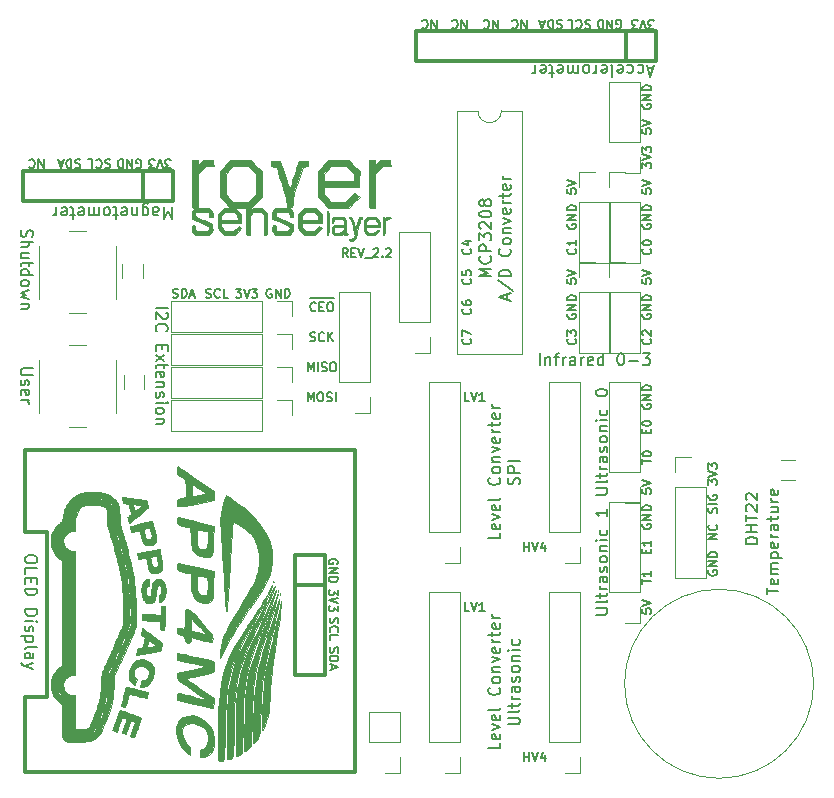
<source format=gto>
G04 #@! TF.FileFunction,Legend,Top*
%FSLAX46Y46*%
G04 Gerber Fmt 4.6, Leading zero omitted, Abs format (unit mm)*
G04 Created by KiCad (PCBNEW 4.0.5) date 11/02/17 17:50:55*
%MOMM*%
%LPD*%
G01*
G04 APERTURE LIST*
%ADD10C,0.100000*%
%ADD11C,0.187500*%
%ADD12C,0.150000*%
%ADD13C,0.200000*%
%ADD14C,0.010000*%
%ADD15C,0.120000*%
%ADD16C,0.300000*%
%ADD17C,0.304800*%
G04 APERTURE END LIST*
D10*
D11*
X133939286Y-62017714D02*
X133939286Y-62767714D01*
X133510714Y-62017714D01*
X133510714Y-62767714D01*
X132725000Y-62089143D02*
X132760714Y-62053429D01*
X132867857Y-62017714D01*
X132939286Y-62017714D01*
X133046429Y-62053429D01*
X133117857Y-62124857D01*
X133153572Y-62196286D01*
X133189286Y-62339143D01*
X133189286Y-62446286D01*
X133153572Y-62589143D01*
X133117857Y-62660571D01*
X133046429Y-62732000D01*
X132939286Y-62767714D01*
X132867857Y-62767714D01*
X132760714Y-62732000D01*
X132725000Y-62696286D01*
X136479286Y-62017714D02*
X136479286Y-62767714D01*
X136050714Y-62017714D01*
X136050714Y-62767714D01*
X135265000Y-62089143D02*
X135300714Y-62053429D01*
X135407857Y-62017714D01*
X135479286Y-62017714D01*
X135586429Y-62053429D01*
X135657857Y-62124857D01*
X135693572Y-62196286D01*
X135729286Y-62339143D01*
X135729286Y-62446286D01*
X135693572Y-62589143D01*
X135657857Y-62660571D01*
X135586429Y-62732000D01*
X135479286Y-62767714D01*
X135407857Y-62767714D01*
X135300714Y-62732000D01*
X135265000Y-62696286D01*
X139146286Y-62017714D02*
X139146286Y-62767714D01*
X138717714Y-62017714D01*
X138717714Y-62767714D01*
X137932000Y-62089143D02*
X137967714Y-62053429D01*
X138074857Y-62017714D01*
X138146286Y-62017714D01*
X138253429Y-62053429D01*
X138324857Y-62124857D01*
X138360572Y-62196286D01*
X138396286Y-62339143D01*
X138396286Y-62446286D01*
X138360572Y-62589143D01*
X138324857Y-62660571D01*
X138253429Y-62732000D01*
X138146286Y-62767714D01*
X138074857Y-62767714D01*
X137967714Y-62732000D01*
X137932000Y-62696286D01*
X141559286Y-62017714D02*
X141559286Y-62767714D01*
X141130714Y-62017714D01*
X141130714Y-62767714D01*
X140345000Y-62089143D02*
X140380714Y-62053429D01*
X140487857Y-62017714D01*
X140559286Y-62017714D01*
X140666429Y-62053429D01*
X140737857Y-62124857D01*
X140773572Y-62196286D01*
X140809286Y-62339143D01*
X140809286Y-62446286D01*
X140773572Y-62589143D01*
X140737857Y-62660571D01*
X140666429Y-62732000D01*
X140559286Y-62767714D01*
X140487857Y-62767714D01*
X140380714Y-62732000D01*
X140345000Y-62696286D01*
X100665286Y-73828714D02*
X100665286Y-74578714D01*
X100236714Y-73828714D01*
X100236714Y-74578714D01*
X99451000Y-73900143D02*
X99486714Y-73864429D01*
X99593857Y-73828714D01*
X99665286Y-73828714D01*
X99772429Y-73864429D01*
X99843857Y-73935857D01*
X99879572Y-74007286D01*
X99915286Y-74150143D01*
X99915286Y-74257286D01*
X99879572Y-74400143D01*
X99843857Y-74471571D01*
X99772429Y-74543000D01*
X99665286Y-74578714D01*
X99593857Y-74578714D01*
X99486714Y-74543000D01*
X99451000Y-74507286D01*
X106302857Y-73864429D02*
X106195714Y-73828714D01*
X106017143Y-73828714D01*
X105945714Y-73864429D01*
X105910000Y-73900143D01*
X105874285Y-73971571D01*
X105874285Y-74043000D01*
X105910000Y-74114429D01*
X105945714Y-74150143D01*
X106017143Y-74185857D01*
X106160000Y-74221571D01*
X106231428Y-74257286D01*
X106267143Y-74293000D01*
X106302857Y-74364429D01*
X106302857Y-74435857D01*
X106267143Y-74507286D01*
X106231428Y-74543000D01*
X106160000Y-74578714D01*
X105981428Y-74578714D01*
X105874285Y-74543000D01*
X105124285Y-73900143D02*
X105159999Y-73864429D01*
X105267142Y-73828714D01*
X105338571Y-73828714D01*
X105445714Y-73864429D01*
X105517142Y-73935857D01*
X105552857Y-74007286D01*
X105588571Y-74150143D01*
X105588571Y-74257286D01*
X105552857Y-74400143D01*
X105517142Y-74471571D01*
X105445714Y-74543000D01*
X105338571Y-74578714D01*
X105267142Y-74578714D01*
X105159999Y-74543000D01*
X105124285Y-74507286D01*
X104445714Y-73828714D02*
X104802857Y-73828714D01*
X104802857Y-74578714D01*
X103780714Y-73864429D02*
X103673571Y-73828714D01*
X103495000Y-73828714D01*
X103423571Y-73864429D01*
X103387857Y-73900143D01*
X103352142Y-73971571D01*
X103352142Y-74043000D01*
X103387857Y-74114429D01*
X103423571Y-74150143D01*
X103495000Y-74185857D01*
X103637857Y-74221571D01*
X103709285Y-74257286D01*
X103745000Y-74293000D01*
X103780714Y-74364429D01*
X103780714Y-74435857D01*
X103745000Y-74507286D01*
X103709285Y-74543000D01*
X103637857Y-74578714D01*
X103459285Y-74578714D01*
X103352142Y-74543000D01*
X103030714Y-73828714D02*
X103030714Y-74578714D01*
X102852142Y-74578714D01*
X102744999Y-74543000D01*
X102673571Y-74471571D01*
X102637856Y-74400143D01*
X102602142Y-74257286D01*
X102602142Y-74150143D01*
X102637856Y-74007286D01*
X102673571Y-73935857D01*
X102744999Y-73864429D01*
X102852142Y-73828714D01*
X103030714Y-73828714D01*
X102316428Y-74043000D02*
X101959285Y-74043000D01*
X102387856Y-73828714D02*
X102137856Y-74578714D01*
X101887856Y-73828714D01*
X111418571Y-74578714D02*
X110954285Y-74578714D01*
X111204285Y-74293000D01*
X111097143Y-74293000D01*
X111025714Y-74257286D01*
X110990000Y-74221571D01*
X110954285Y-74150143D01*
X110954285Y-73971571D01*
X110990000Y-73900143D01*
X111025714Y-73864429D01*
X111097143Y-73828714D01*
X111311428Y-73828714D01*
X111382857Y-73864429D01*
X111418571Y-73900143D01*
X110739999Y-74578714D02*
X110489999Y-73828714D01*
X110239999Y-74578714D01*
X110061428Y-74578714D02*
X109597142Y-74578714D01*
X109847142Y-74293000D01*
X109740000Y-74293000D01*
X109668571Y-74257286D01*
X109632857Y-74221571D01*
X109597142Y-74150143D01*
X109597142Y-73971571D01*
X109632857Y-73900143D01*
X109668571Y-73864429D01*
X109740000Y-73828714D01*
X109954285Y-73828714D01*
X110025714Y-73864429D01*
X110061428Y-73900143D01*
X108521428Y-74543000D02*
X108592857Y-74578714D01*
X108700000Y-74578714D01*
X108807143Y-74543000D01*
X108878571Y-74471571D01*
X108914286Y-74400143D01*
X108950000Y-74257286D01*
X108950000Y-74150143D01*
X108914286Y-74007286D01*
X108878571Y-73935857D01*
X108807143Y-73864429D01*
X108700000Y-73828714D01*
X108628571Y-73828714D01*
X108521428Y-73864429D01*
X108485714Y-73900143D01*
X108485714Y-74150143D01*
X108628571Y-74150143D01*
X108164286Y-73828714D02*
X108164286Y-74578714D01*
X107735714Y-73828714D01*
X107735714Y-74578714D01*
X107378572Y-73828714D02*
X107378572Y-74578714D01*
X107200000Y-74578714D01*
X107092857Y-74543000D01*
X107021429Y-74471571D01*
X106985714Y-74400143D01*
X106950000Y-74257286D01*
X106950000Y-74150143D01*
X106985714Y-74007286D01*
X107021429Y-73935857D01*
X107092857Y-73864429D01*
X107200000Y-73828714D01*
X107378572Y-73828714D01*
X114423143Y-85520571D02*
X114530286Y-85556286D01*
X114708857Y-85556286D01*
X114780286Y-85520571D01*
X114816000Y-85484857D01*
X114851715Y-85413429D01*
X114851715Y-85342000D01*
X114816000Y-85270571D01*
X114780286Y-85234857D01*
X114708857Y-85199143D01*
X114566000Y-85163429D01*
X114494572Y-85127714D01*
X114458857Y-85092000D01*
X114423143Y-85020571D01*
X114423143Y-84949143D01*
X114458857Y-84877714D01*
X114494572Y-84842000D01*
X114566000Y-84806286D01*
X114744572Y-84806286D01*
X114851715Y-84842000D01*
X115601715Y-85484857D02*
X115566001Y-85520571D01*
X115458858Y-85556286D01*
X115387429Y-85556286D01*
X115280286Y-85520571D01*
X115208858Y-85449143D01*
X115173143Y-85377714D01*
X115137429Y-85234857D01*
X115137429Y-85127714D01*
X115173143Y-84984857D01*
X115208858Y-84913429D01*
X115280286Y-84842000D01*
X115387429Y-84806286D01*
X115458858Y-84806286D01*
X115566001Y-84842000D01*
X115601715Y-84877714D01*
X116280286Y-85556286D02*
X115923143Y-85556286D01*
X115923143Y-84806286D01*
X111611286Y-85520571D02*
X111718429Y-85556286D01*
X111897000Y-85556286D01*
X111968429Y-85520571D01*
X112004143Y-85484857D01*
X112039858Y-85413429D01*
X112039858Y-85342000D01*
X112004143Y-85270571D01*
X111968429Y-85234857D01*
X111897000Y-85199143D01*
X111754143Y-85163429D01*
X111682715Y-85127714D01*
X111647000Y-85092000D01*
X111611286Y-85020571D01*
X111611286Y-84949143D01*
X111647000Y-84877714D01*
X111682715Y-84842000D01*
X111754143Y-84806286D01*
X111932715Y-84806286D01*
X112039858Y-84842000D01*
X112361286Y-85556286D02*
X112361286Y-84806286D01*
X112539858Y-84806286D01*
X112647001Y-84842000D01*
X112718429Y-84913429D01*
X112754144Y-84984857D01*
X112789858Y-85127714D01*
X112789858Y-85234857D01*
X112754144Y-85377714D01*
X112718429Y-85449143D01*
X112647001Y-85520571D01*
X112539858Y-85556286D01*
X112361286Y-85556286D01*
X113075572Y-85342000D02*
X113432715Y-85342000D01*
X113004144Y-85556286D02*
X113254144Y-84806286D01*
X113504144Y-85556286D01*
X116927429Y-84806286D02*
X117391715Y-84806286D01*
X117141715Y-85092000D01*
X117248857Y-85092000D01*
X117320286Y-85127714D01*
X117356000Y-85163429D01*
X117391715Y-85234857D01*
X117391715Y-85413429D01*
X117356000Y-85484857D01*
X117320286Y-85520571D01*
X117248857Y-85556286D01*
X117034572Y-85556286D01*
X116963143Y-85520571D01*
X116927429Y-85484857D01*
X117606001Y-84806286D02*
X117856001Y-85556286D01*
X118106001Y-84806286D01*
X118284572Y-84806286D02*
X118748858Y-84806286D01*
X118498858Y-85092000D01*
X118606000Y-85092000D01*
X118677429Y-85127714D01*
X118713143Y-85163429D01*
X118748858Y-85234857D01*
X118748858Y-85413429D01*
X118713143Y-85484857D01*
X118677429Y-85520571D01*
X118606000Y-85556286D01*
X118391715Y-85556286D01*
X118320286Y-85520571D01*
X118284572Y-85484857D01*
X119951572Y-84842000D02*
X119880143Y-84806286D01*
X119773000Y-84806286D01*
X119665857Y-84842000D01*
X119594429Y-84913429D01*
X119558714Y-84984857D01*
X119523000Y-85127714D01*
X119523000Y-85234857D01*
X119558714Y-85377714D01*
X119594429Y-85449143D01*
X119665857Y-85520571D01*
X119773000Y-85556286D01*
X119844429Y-85556286D01*
X119951572Y-85520571D01*
X119987286Y-85484857D01*
X119987286Y-85234857D01*
X119844429Y-85234857D01*
X120308714Y-85556286D02*
X120308714Y-84806286D01*
X120737286Y-85556286D01*
X120737286Y-84806286D01*
X121094428Y-85556286D02*
X121094428Y-84806286D01*
X121273000Y-84806286D01*
X121380143Y-84842000D01*
X121451571Y-84913429D01*
X121487286Y-84984857D01*
X121523000Y-85127714D01*
X121523000Y-85234857D01*
X121487286Y-85377714D01*
X121451571Y-85449143D01*
X121380143Y-85520571D01*
X121273000Y-85556286D01*
X121094428Y-85556286D01*
D12*
X161885381Y-110672001D02*
X161885381Y-110100572D01*
X162885381Y-110386287D02*
X161885381Y-110386287D01*
X162837762Y-109386286D02*
X162885381Y-109481524D01*
X162885381Y-109672001D01*
X162837762Y-109767239D01*
X162742524Y-109814858D01*
X162361571Y-109814858D01*
X162266333Y-109767239D01*
X162218714Y-109672001D01*
X162218714Y-109481524D01*
X162266333Y-109386286D01*
X162361571Y-109338667D01*
X162456810Y-109338667D01*
X162552048Y-109814858D01*
X162885381Y-108910096D02*
X162218714Y-108910096D01*
X162313952Y-108910096D02*
X162266333Y-108862477D01*
X162218714Y-108767239D01*
X162218714Y-108624381D01*
X162266333Y-108529143D01*
X162361571Y-108481524D01*
X162885381Y-108481524D01*
X162361571Y-108481524D02*
X162266333Y-108433905D01*
X162218714Y-108338667D01*
X162218714Y-108195810D01*
X162266333Y-108100572D01*
X162361571Y-108052953D01*
X162885381Y-108052953D01*
X162218714Y-107576763D02*
X163218714Y-107576763D01*
X162266333Y-107576763D02*
X162218714Y-107481525D01*
X162218714Y-107291048D01*
X162266333Y-107195810D01*
X162313952Y-107148191D01*
X162409190Y-107100572D01*
X162694905Y-107100572D01*
X162790143Y-107148191D01*
X162837762Y-107195810D01*
X162885381Y-107291048D01*
X162885381Y-107481525D01*
X162837762Y-107576763D01*
X162837762Y-106291048D02*
X162885381Y-106386286D01*
X162885381Y-106576763D01*
X162837762Y-106672001D01*
X162742524Y-106719620D01*
X162361571Y-106719620D01*
X162266333Y-106672001D01*
X162218714Y-106576763D01*
X162218714Y-106386286D01*
X162266333Y-106291048D01*
X162361571Y-106243429D01*
X162456810Y-106243429D01*
X162552048Y-106719620D01*
X162885381Y-105814858D02*
X162218714Y-105814858D01*
X162409190Y-105814858D02*
X162313952Y-105767239D01*
X162266333Y-105719620D01*
X162218714Y-105624382D01*
X162218714Y-105529143D01*
X162885381Y-104767238D02*
X162361571Y-104767238D01*
X162266333Y-104814857D01*
X162218714Y-104910095D01*
X162218714Y-105100572D01*
X162266333Y-105195810D01*
X162837762Y-104767238D02*
X162885381Y-104862476D01*
X162885381Y-105100572D01*
X162837762Y-105195810D01*
X162742524Y-105243429D01*
X162647286Y-105243429D01*
X162552048Y-105195810D01*
X162504429Y-105100572D01*
X162504429Y-104862476D01*
X162456810Y-104767238D01*
X162218714Y-104433905D02*
X162218714Y-104052953D01*
X161885381Y-104291048D02*
X162742524Y-104291048D01*
X162837762Y-104243429D01*
X162885381Y-104148191D01*
X162885381Y-104052953D01*
X162218714Y-103291047D02*
X162885381Y-103291047D01*
X162218714Y-103719619D02*
X162742524Y-103719619D01*
X162837762Y-103672000D01*
X162885381Y-103576762D01*
X162885381Y-103433904D01*
X162837762Y-103338666D01*
X162790143Y-103291047D01*
X162885381Y-102814857D02*
X162218714Y-102814857D01*
X162409190Y-102814857D02*
X162313952Y-102767238D01*
X162266333Y-102719619D01*
X162218714Y-102624381D01*
X162218714Y-102529142D01*
X162837762Y-101814856D02*
X162885381Y-101910094D01*
X162885381Y-102100571D01*
X162837762Y-102195809D01*
X162742524Y-102243428D01*
X162361571Y-102243428D01*
X162266333Y-102195809D01*
X162218714Y-102100571D01*
X162218714Y-101910094D01*
X162266333Y-101814856D01*
X162361571Y-101767237D01*
X162456810Y-101767237D01*
X162552048Y-102243428D01*
D11*
X124918429Y-115167286D02*
X124882714Y-115274429D01*
X124882714Y-115453000D01*
X124918429Y-115524429D01*
X124954143Y-115560143D01*
X125025571Y-115595858D01*
X125097000Y-115595858D01*
X125168429Y-115560143D01*
X125204143Y-115524429D01*
X125239857Y-115453000D01*
X125275571Y-115310143D01*
X125311286Y-115238715D01*
X125347000Y-115203000D01*
X125418429Y-115167286D01*
X125489857Y-115167286D01*
X125561286Y-115203000D01*
X125597000Y-115238715D01*
X125632714Y-115310143D01*
X125632714Y-115488715D01*
X125597000Y-115595858D01*
X124882714Y-115917286D02*
X125632714Y-115917286D01*
X125632714Y-116095858D01*
X125597000Y-116203001D01*
X125525571Y-116274429D01*
X125454143Y-116310144D01*
X125311286Y-116345858D01*
X125204143Y-116345858D01*
X125061286Y-116310144D01*
X124989857Y-116274429D01*
X124918429Y-116203001D01*
X124882714Y-116095858D01*
X124882714Y-115917286D01*
X125097000Y-116631572D02*
X125097000Y-116988715D01*
X124882714Y-116560144D02*
X125632714Y-116810144D01*
X124882714Y-117060144D01*
X124918429Y-112645143D02*
X124882714Y-112752286D01*
X124882714Y-112930857D01*
X124918429Y-113002286D01*
X124954143Y-113038000D01*
X125025571Y-113073715D01*
X125097000Y-113073715D01*
X125168429Y-113038000D01*
X125204143Y-113002286D01*
X125239857Y-112930857D01*
X125275571Y-112788000D01*
X125311286Y-112716572D01*
X125347000Y-112680857D01*
X125418429Y-112645143D01*
X125489857Y-112645143D01*
X125561286Y-112680857D01*
X125597000Y-112716572D01*
X125632714Y-112788000D01*
X125632714Y-112966572D01*
X125597000Y-113073715D01*
X124954143Y-113823715D02*
X124918429Y-113788001D01*
X124882714Y-113680858D01*
X124882714Y-113609429D01*
X124918429Y-113502286D01*
X124989857Y-113430858D01*
X125061286Y-113395143D01*
X125204143Y-113359429D01*
X125311286Y-113359429D01*
X125454143Y-113395143D01*
X125525571Y-113430858D01*
X125597000Y-113502286D01*
X125632714Y-113609429D01*
X125632714Y-113680858D01*
X125597000Y-113788001D01*
X125561286Y-113823715D01*
X124882714Y-114502286D02*
X124882714Y-114145143D01*
X125632714Y-114145143D01*
X125569214Y-110259929D02*
X125569214Y-110724215D01*
X125283500Y-110474215D01*
X125283500Y-110581357D01*
X125247786Y-110652786D01*
X125212071Y-110688500D01*
X125140643Y-110724215D01*
X124962071Y-110724215D01*
X124890643Y-110688500D01*
X124854929Y-110652786D01*
X124819214Y-110581357D01*
X124819214Y-110367072D01*
X124854929Y-110295643D01*
X124890643Y-110259929D01*
X125569214Y-110938501D02*
X124819214Y-111188501D01*
X125569214Y-111438501D01*
X125569214Y-111617072D02*
X125569214Y-112081358D01*
X125283500Y-111831358D01*
X125283500Y-111938500D01*
X125247786Y-112009929D01*
X125212071Y-112045643D01*
X125140643Y-112081358D01*
X124962071Y-112081358D01*
X124890643Y-112045643D01*
X124854929Y-112009929D01*
X124819214Y-111938500D01*
X124819214Y-111724215D01*
X124854929Y-111652786D01*
X124890643Y-111617072D01*
X125533500Y-108077072D02*
X125569214Y-108005643D01*
X125569214Y-107898500D01*
X125533500Y-107791357D01*
X125462071Y-107719929D01*
X125390643Y-107684214D01*
X125247786Y-107648500D01*
X125140643Y-107648500D01*
X124997786Y-107684214D01*
X124926357Y-107719929D01*
X124854929Y-107791357D01*
X124819214Y-107898500D01*
X124819214Y-107969929D01*
X124854929Y-108077072D01*
X124890643Y-108112786D01*
X125140643Y-108112786D01*
X125140643Y-107969929D01*
X124819214Y-108434214D02*
X125569214Y-108434214D01*
X124819214Y-108862786D01*
X125569214Y-108862786D01*
X124819214Y-109219928D02*
X125569214Y-109219928D01*
X125569214Y-109398500D01*
X125533500Y-109505643D01*
X125462071Y-109577071D01*
X125390643Y-109612786D01*
X125247786Y-109648500D01*
X125140643Y-109648500D01*
X124997786Y-109612786D01*
X124926357Y-109577071D01*
X124854929Y-109505643D01*
X124819214Y-109398500D01*
X124819214Y-109219928D01*
X125533500Y-108077072D02*
X125569214Y-108005643D01*
X125569214Y-107898500D01*
X125533500Y-107791357D01*
X125462071Y-107719929D01*
X125390643Y-107684214D01*
X125247786Y-107648500D01*
X125140643Y-107648500D01*
X124997786Y-107684214D01*
X124926357Y-107719929D01*
X124854929Y-107791357D01*
X124819214Y-107898500D01*
X124819214Y-107969929D01*
X124854929Y-108077072D01*
X124890643Y-108112786D01*
X125140643Y-108112786D01*
X125140643Y-107969929D01*
X124819214Y-108434214D02*
X125569214Y-108434214D01*
X124819214Y-108862786D01*
X125569214Y-108862786D01*
X124819214Y-109219928D02*
X125569214Y-109219928D01*
X125569214Y-109398500D01*
X125533500Y-109505643D01*
X125462071Y-109577071D01*
X125390643Y-109612786D01*
X125247786Y-109648500D01*
X125140643Y-109648500D01*
X124997786Y-109612786D01*
X124926357Y-109577071D01*
X124854929Y-109505643D01*
X124819214Y-109398500D01*
X124819214Y-109219928D01*
X125569214Y-110259929D02*
X125569214Y-110724215D01*
X125283500Y-110474215D01*
X125283500Y-110581357D01*
X125247786Y-110652786D01*
X125212071Y-110688500D01*
X125140643Y-110724215D01*
X124962071Y-110724215D01*
X124890643Y-110688500D01*
X124854929Y-110652786D01*
X124819214Y-110581357D01*
X124819214Y-110367072D01*
X124854929Y-110295643D01*
X124890643Y-110259929D01*
X125569214Y-110938501D02*
X124819214Y-111188501D01*
X125569214Y-111438501D01*
X125569214Y-111617072D02*
X125569214Y-112081358D01*
X125283500Y-111831358D01*
X125283500Y-111938500D01*
X125247786Y-112009929D01*
X125212071Y-112045643D01*
X125140643Y-112081358D01*
X124962071Y-112081358D01*
X124890643Y-112045643D01*
X124854929Y-112009929D01*
X124819214Y-111938500D01*
X124819214Y-111724215D01*
X124854929Y-111652786D01*
X124890643Y-111617072D01*
X125569214Y-110259929D02*
X125569214Y-110724215D01*
X125283500Y-110474215D01*
X125283500Y-110581357D01*
X125247786Y-110652786D01*
X125212071Y-110688500D01*
X125140643Y-110724215D01*
X124962071Y-110724215D01*
X124890643Y-110688500D01*
X124854929Y-110652786D01*
X124819214Y-110581357D01*
X124819214Y-110367072D01*
X124854929Y-110295643D01*
X124890643Y-110259929D01*
X125569214Y-110938501D02*
X124819214Y-111188501D01*
X125569214Y-111438501D01*
X125569214Y-111617072D02*
X125569214Y-112081358D01*
X125283500Y-111831358D01*
X125283500Y-111938500D01*
X125247786Y-112009929D01*
X125212071Y-112045643D01*
X125140643Y-112081358D01*
X124962071Y-112081358D01*
X124890643Y-112045643D01*
X124854929Y-112009929D01*
X124819214Y-111938500D01*
X124819214Y-111724215D01*
X124854929Y-111652786D01*
X124890643Y-111617072D01*
X125533500Y-108077072D02*
X125569214Y-108005643D01*
X125569214Y-107898500D01*
X125533500Y-107791357D01*
X125462071Y-107719929D01*
X125390643Y-107684214D01*
X125247786Y-107648500D01*
X125140643Y-107648500D01*
X124997786Y-107684214D01*
X124926357Y-107719929D01*
X124854929Y-107791357D01*
X124819214Y-107898500D01*
X124819214Y-107969929D01*
X124854929Y-108077072D01*
X124890643Y-108112786D01*
X125140643Y-108112786D01*
X125140643Y-107969929D01*
X124819214Y-108434214D02*
X125569214Y-108434214D01*
X124819214Y-108862786D01*
X125569214Y-108862786D01*
X124819214Y-109219928D02*
X125569214Y-109219928D01*
X125569214Y-109398500D01*
X125533500Y-109505643D01*
X125462071Y-109577071D01*
X125390643Y-109612786D01*
X125247786Y-109648500D01*
X125140643Y-109648500D01*
X124997786Y-109612786D01*
X124926357Y-109577071D01*
X124854929Y-109505643D01*
X124819214Y-109398500D01*
X124819214Y-109219928D01*
X125533500Y-108077072D02*
X125569214Y-108005643D01*
X125569214Y-107898500D01*
X125533500Y-107791357D01*
X125462071Y-107719929D01*
X125390643Y-107684214D01*
X125247786Y-107648500D01*
X125140643Y-107648500D01*
X124997786Y-107684214D01*
X124926357Y-107719929D01*
X124854929Y-107791357D01*
X124819214Y-107898500D01*
X124819214Y-107969929D01*
X124854929Y-108077072D01*
X124890643Y-108112786D01*
X125140643Y-108112786D01*
X125140643Y-107969929D01*
X124819214Y-108434214D02*
X125569214Y-108434214D01*
X124819214Y-108862786D01*
X125569214Y-108862786D01*
X124819214Y-109219928D02*
X125569214Y-109219928D01*
X125569214Y-109398500D01*
X125533500Y-109505643D01*
X125462071Y-109577071D01*
X125390643Y-109612786D01*
X125247786Y-109648500D01*
X125140643Y-109648500D01*
X124997786Y-109612786D01*
X124926357Y-109577071D01*
X124854929Y-109505643D01*
X124819214Y-109398500D01*
X124819214Y-109219928D01*
X125569214Y-110259929D02*
X125569214Y-110724215D01*
X125283500Y-110474215D01*
X125283500Y-110581357D01*
X125247786Y-110652786D01*
X125212071Y-110688500D01*
X125140643Y-110724215D01*
X124962071Y-110724215D01*
X124890643Y-110688500D01*
X124854929Y-110652786D01*
X124819214Y-110581357D01*
X124819214Y-110367072D01*
X124854929Y-110295643D01*
X124890643Y-110259929D01*
X125569214Y-110938501D02*
X124819214Y-111188501D01*
X125569214Y-111438501D01*
X125569214Y-111617072D02*
X125569214Y-112081358D01*
X125283500Y-111831358D01*
X125283500Y-111938500D01*
X125247786Y-112009929D01*
X125212071Y-112045643D01*
X125140643Y-112081358D01*
X124962071Y-112081358D01*
X124890643Y-112045643D01*
X124854929Y-112009929D01*
X124819214Y-111938500D01*
X124819214Y-111724215D01*
X124854929Y-111652786D01*
X124890643Y-111617072D01*
D12*
X100115619Y-107617190D02*
X100115619Y-107807667D01*
X100068000Y-107902905D01*
X99972762Y-107998143D01*
X99782286Y-108045762D01*
X99448952Y-108045762D01*
X99258476Y-107998143D01*
X99163238Y-107902905D01*
X99115619Y-107807667D01*
X99115619Y-107617190D01*
X99163238Y-107521952D01*
X99258476Y-107426714D01*
X99448952Y-107379095D01*
X99782286Y-107379095D01*
X99972762Y-107426714D01*
X100068000Y-107521952D01*
X100115619Y-107617190D01*
X99115619Y-108950524D02*
X99115619Y-108474333D01*
X100115619Y-108474333D01*
X99639429Y-109283857D02*
X99639429Y-109617191D01*
X99115619Y-109760048D02*
X99115619Y-109283857D01*
X100115619Y-109283857D01*
X100115619Y-109760048D01*
X99115619Y-110188619D02*
X100115619Y-110188619D01*
X100115619Y-110426714D01*
X100068000Y-110569572D01*
X99972762Y-110664810D01*
X99877524Y-110712429D01*
X99687048Y-110760048D01*
X99544190Y-110760048D01*
X99353714Y-110712429D01*
X99258476Y-110664810D01*
X99163238Y-110569572D01*
X99115619Y-110426714D01*
X99115619Y-110188619D01*
X99115619Y-111950524D02*
X100115619Y-111950524D01*
X100115619Y-112188619D01*
X100068000Y-112331477D01*
X99972762Y-112426715D01*
X99877524Y-112474334D01*
X99687048Y-112521953D01*
X99544190Y-112521953D01*
X99353714Y-112474334D01*
X99258476Y-112426715D01*
X99163238Y-112331477D01*
X99115619Y-112188619D01*
X99115619Y-111950524D01*
X99115619Y-112950524D02*
X99782286Y-112950524D01*
X100115619Y-112950524D02*
X100068000Y-112902905D01*
X100020381Y-112950524D01*
X100068000Y-112998143D01*
X100115619Y-112950524D01*
X100020381Y-112950524D01*
X99163238Y-113379095D02*
X99115619Y-113474333D01*
X99115619Y-113664809D01*
X99163238Y-113760048D01*
X99258476Y-113807667D01*
X99306095Y-113807667D01*
X99401333Y-113760048D01*
X99448952Y-113664809D01*
X99448952Y-113521952D01*
X99496571Y-113426714D01*
X99591810Y-113379095D01*
X99639429Y-113379095D01*
X99734667Y-113426714D01*
X99782286Y-113521952D01*
X99782286Y-113664809D01*
X99734667Y-113760048D01*
X99782286Y-114236238D02*
X98782286Y-114236238D01*
X99734667Y-114236238D02*
X99782286Y-114331476D01*
X99782286Y-114521953D01*
X99734667Y-114617191D01*
X99687048Y-114664810D01*
X99591810Y-114712429D01*
X99306095Y-114712429D01*
X99210857Y-114664810D01*
X99163238Y-114617191D01*
X99115619Y-114521953D01*
X99115619Y-114331476D01*
X99163238Y-114236238D01*
X99115619Y-115283857D02*
X99163238Y-115188619D01*
X99258476Y-115141000D01*
X100115619Y-115141000D01*
X99115619Y-116093382D02*
X99639429Y-116093382D01*
X99734667Y-116045763D01*
X99782286Y-115950525D01*
X99782286Y-115760048D01*
X99734667Y-115664810D01*
X99163238Y-116093382D02*
X99115619Y-115998144D01*
X99115619Y-115760048D01*
X99163238Y-115664810D01*
X99258476Y-115617191D01*
X99353714Y-115617191D01*
X99448952Y-115664810D01*
X99496571Y-115760048D01*
X99496571Y-115998144D01*
X99544190Y-116093382D01*
X99782286Y-116474334D02*
X99115619Y-116712429D01*
X99782286Y-116950525D02*
X99115619Y-116712429D01*
X98877524Y-116617191D01*
X98829905Y-116569572D01*
X98782286Y-116474334D01*
X110164619Y-86384428D02*
X111164619Y-86384428D01*
X111069381Y-86812999D02*
X111117000Y-86860618D01*
X111164619Y-86955856D01*
X111164619Y-87193952D01*
X111117000Y-87289190D01*
X111069381Y-87336809D01*
X110974143Y-87384428D01*
X110878905Y-87384428D01*
X110736048Y-87336809D01*
X110164619Y-86765380D01*
X110164619Y-87384428D01*
X110259857Y-88384428D02*
X110212238Y-88336809D01*
X110164619Y-88193952D01*
X110164619Y-88098714D01*
X110212238Y-87955856D01*
X110307476Y-87860618D01*
X110402714Y-87812999D01*
X110593190Y-87765380D01*
X110736048Y-87765380D01*
X110926524Y-87812999D01*
X111021762Y-87860618D01*
X111117000Y-87955856D01*
X111164619Y-88098714D01*
X111164619Y-88193952D01*
X111117000Y-88336809D01*
X111069381Y-88384428D01*
X110688429Y-89574904D02*
X110688429Y-89908238D01*
X110164619Y-90051095D02*
X110164619Y-89574904D01*
X111164619Y-89574904D01*
X111164619Y-90051095D01*
X110164619Y-90384428D02*
X110831286Y-90908238D01*
X110831286Y-90384428D02*
X110164619Y-90908238D01*
X110831286Y-91146333D02*
X110831286Y-91527285D01*
X111164619Y-91289190D02*
X110307476Y-91289190D01*
X110212238Y-91336809D01*
X110164619Y-91432047D01*
X110164619Y-91527285D01*
X110212238Y-92241572D02*
X110164619Y-92146334D01*
X110164619Y-91955857D01*
X110212238Y-91860619D01*
X110307476Y-91813000D01*
X110688429Y-91813000D01*
X110783667Y-91860619D01*
X110831286Y-91955857D01*
X110831286Y-92146334D01*
X110783667Y-92241572D01*
X110688429Y-92289191D01*
X110593190Y-92289191D01*
X110497952Y-91813000D01*
X110831286Y-92717762D02*
X110164619Y-92717762D01*
X110736048Y-92717762D02*
X110783667Y-92765381D01*
X110831286Y-92860619D01*
X110831286Y-93003477D01*
X110783667Y-93098715D01*
X110688429Y-93146334D01*
X110164619Y-93146334D01*
X110212238Y-93574905D02*
X110164619Y-93670143D01*
X110164619Y-93860619D01*
X110212238Y-93955858D01*
X110307476Y-94003477D01*
X110355095Y-94003477D01*
X110450333Y-93955858D01*
X110497952Y-93860619D01*
X110497952Y-93717762D01*
X110545571Y-93622524D01*
X110640810Y-93574905D01*
X110688429Y-93574905D01*
X110783667Y-93622524D01*
X110831286Y-93717762D01*
X110831286Y-93860619D01*
X110783667Y-93955858D01*
X110164619Y-94432048D02*
X110831286Y-94432048D01*
X111164619Y-94432048D02*
X111117000Y-94384429D01*
X111069381Y-94432048D01*
X111117000Y-94479667D01*
X111164619Y-94432048D01*
X111069381Y-94432048D01*
X110164619Y-95051095D02*
X110212238Y-94955857D01*
X110259857Y-94908238D01*
X110355095Y-94860619D01*
X110640810Y-94860619D01*
X110736048Y-94908238D01*
X110783667Y-94955857D01*
X110831286Y-95051095D01*
X110831286Y-95193953D01*
X110783667Y-95289191D01*
X110736048Y-95336810D01*
X110640810Y-95384429D01*
X110355095Y-95384429D01*
X110259857Y-95336810D01*
X110212238Y-95289191D01*
X110164619Y-95193953D01*
X110164619Y-95051095D01*
X110831286Y-95813000D02*
X110164619Y-95813000D01*
X110736048Y-95813000D02*
X110783667Y-95860619D01*
X110831286Y-95955857D01*
X110831286Y-96098715D01*
X110783667Y-96193953D01*
X110688429Y-96241572D01*
X110164619Y-96241572D01*
X161107381Y-106386048D02*
X160107381Y-106386048D01*
X160107381Y-106147953D01*
X160155000Y-106005095D01*
X160250238Y-105909857D01*
X160345476Y-105862238D01*
X160535952Y-105814619D01*
X160678810Y-105814619D01*
X160869286Y-105862238D01*
X160964524Y-105909857D01*
X161059762Y-106005095D01*
X161107381Y-106147953D01*
X161107381Y-106386048D01*
X161107381Y-105386048D02*
X160107381Y-105386048D01*
X160583571Y-105386048D02*
X160583571Y-104814619D01*
X161107381Y-104814619D02*
X160107381Y-104814619D01*
X160107381Y-104481286D02*
X160107381Y-103909857D01*
X161107381Y-104195572D02*
X160107381Y-104195572D01*
X160202619Y-103624143D02*
X160155000Y-103576524D01*
X160107381Y-103481286D01*
X160107381Y-103243190D01*
X160155000Y-103147952D01*
X160202619Y-103100333D01*
X160297857Y-103052714D01*
X160393095Y-103052714D01*
X160535952Y-103100333D01*
X161107381Y-103671762D01*
X161107381Y-103052714D01*
X160202619Y-102671762D02*
X160155000Y-102624143D01*
X160107381Y-102528905D01*
X160107381Y-102290809D01*
X160155000Y-102195571D01*
X160202619Y-102147952D01*
X160297857Y-102100333D01*
X160393095Y-102100333D01*
X160535952Y-102147952D01*
X161107381Y-102719381D01*
X161107381Y-102100333D01*
D11*
X157692286Y-105999286D02*
X156942286Y-105999286D01*
X157692286Y-105570714D01*
X156942286Y-105570714D01*
X157620857Y-104785000D02*
X157656571Y-104820714D01*
X157692286Y-104927857D01*
X157692286Y-104999286D01*
X157656571Y-105106429D01*
X157585143Y-105177857D01*
X157513714Y-105213572D01*
X157370857Y-105249286D01*
X157263714Y-105249286D01*
X157120857Y-105213572D01*
X157049429Y-105177857D01*
X156978000Y-105106429D01*
X156942286Y-104999286D01*
X156942286Y-104927857D01*
X156978000Y-104820714D01*
X157013714Y-104785000D01*
X157656571Y-103764857D02*
X157692286Y-103657714D01*
X157692286Y-103479143D01*
X157656571Y-103407714D01*
X157620857Y-103372000D01*
X157549429Y-103336285D01*
X157478000Y-103336285D01*
X157406571Y-103372000D01*
X157370857Y-103407714D01*
X157335143Y-103479143D01*
X157299429Y-103622000D01*
X157263714Y-103693428D01*
X157228000Y-103729143D01*
X157156571Y-103764857D01*
X157085143Y-103764857D01*
X157013714Y-103729143D01*
X156978000Y-103693428D01*
X156942286Y-103622000D01*
X156942286Y-103443428D01*
X156978000Y-103336285D01*
X157692286Y-103014857D02*
X156942286Y-103014857D01*
X156978000Y-102264856D02*
X156942286Y-102336285D01*
X156942286Y-102443428D01*
X156978000Y-102550571D01*
X157049429Y-102621999D01*
X157120857Y-102657714D01*
X157263714Y-102693428D01*
X157370857Y-102693428D01*
X157513714Y-102657714D01*
X157585143Y-102621999D01*
X157656571Y-102550571D01*
X157692286Y-102443428D01*
X157692286Y-102371999D01*
X157656571Y-102264856D01*
X157620857Y-102229142D01*
X157370857Y-102229142D01*
X157370857Y-102371999D01*
X156942286Y-101385571D02*
X156942286Y-100921285D01*
X157228000Y-101171285D01*
X157228000Y-101064143D01*
X157263714Y-100992714D01*
X157299429Y-100957000D01*
X157370857Y-100921285D01*
X157549429Y-100921285D01*
X157620857Y-100957000D01*
X157656571Y-100992714D01*
X157692286Y-101064143D01*
X157692286Y-101278428D01*
X157656571Y-101349857D01*
X157620857Y-101385571D01*
X156942286Y-100706999D02*
X157692286Y-100456999D01*
X156942286Y-100206999D01*
X156942286Y-100028428D02*
X156942286Y-99564142D01*
X157228000Y-99814142D01*
X157228000Y-99707000D01*
X157263714Y-99635571D01*
X157299429Y-99599857D01*
X157370857Y-99564142D01*
X157549429Y-99564142D01*
X157620857Y-99599857D01*
X157656571Y-99635571D01*
X157692286Y-99707000D01*
X157692286Y-99921285D01*
X157656571Y-99992714D01*
X157620857Y-100028428D01*
X156978000Y-108648428D02*
X156942286Y-108719857D01*
X156942286Y-108827000D01*
X156978000Y-108934143D01*
X157049429Y-109005571D01*
X157120857Y-109041286D01*
X157263714Y-109077000D01*
X157370857Y-109077000D01*
X157513714Y-109041286D01*
X157585143Y-109005571D01*
X157656571Y-108934143D01*
X157692286Y-108827000D01*
X157692286Y-108755571D01*
X157656571Y-108648428D01*
X157620857Y-108612714D01*
X157370857Y-108612714D01*
X157370857Y-108755571D01*
X157692286Y-108291286D02*
X156942286Y-108291286D01*
X157692286Y-107862714D01*
X156942286Y-107862714D01*
X157692286Y-107505572D02*
X156942286Y-107505572D01*
X156942286Y-107327000D01*
X156978000Y-107219857D01*
X157049429Y-107148429D01*
X157120857Y-107112714D01*
X157263714Y-107077000D01*
X157370857Y-107077000D01*
X157513714Y-107112714D01*
X157585143Y-107148429D01*
X157656571Y-107219857D01*
X157692286Y-107327000D01*
X157692286Y-107505572D01*
X119951572Y-84842000D02*
X119880143Y-84806286D01*
X119773000Y-84806286D01*
X119665857Y-84842000D01*
X119594429Y-84913429D01*
X119558714Y-84984857D01*
X119523000Y-85127714D01*
X119523000Y-85234857D01*
X119558714Y-85377714D01*
X119594429Y-85449143D01*
X119665857Y-85520571D01*
X119773000Y-85556286D01*
X119844429Y-85556286D01*
X119951572Y-85520571D01*
X119987286Y-85484857D01*
X119987286Y-85234857D01*
X119844429Y-85234857D01*
X120308714Y-85556286D02*
X120308714Y-84806286D01*
X120737286Y-85556286D01*
X120737286Y-84806286D01*
X121094428Y-85556286D02*
X121094428Y-84806286D01*
X121273000Y-84806286D01*
X121380143Y-84842000D01*
X121451571Y-84913429D01*
X121487286Y-84984857D01*
X121523000Y-85127714D01*
X121523000Y-85234857D01*
X121487286Y-85377714D01*
X121451571Y-85449143D01*
X121380143Y-85520571D01*
X121273000Y-85556286D01*
X121094428Y-85556286D01*
X116927429Y-84806286D02*
X117391715Y-84806286D01*
X117141715Y-85092000D01*
X117248857Y-85092000D01*
X117320286Y-85127714D01*
X117356000Y-85163429D01*
X117391715Y-85234857D01*
X117391715Y-85413429D01*
X117356000Y-85484857D01*
X117320286Y-85520571D01*
X117248857Y-85556286D01*
X117034572Y-85556286D01*
X116963143Y-85520571D01*
X116927429Y-85484857D01*
X117606001Y-84806286D02*
X117856001Y-85556286D01*
X118106001Y-84806286D01*
X118284572Y-84806286D02*
X118748858Y-84806286D01*
X118498858Y-85092000D01*
X118606000Y-85092000D01*
X118677429Y-85127714D01*
X118713143Y-85163429D01*
X118748858Y-85234857D01*
X118748858Y-85413429D01*
X118713143Y-85484857D01*
X118677429Y-85520571D01*
X118606000Y-85556286D01*
X118391715Y-85556286D01*
X118320286Y-85520571D01*
X118284572Y-85484857D01*
X126408857Y-82127286D02*
X126158857Y-81770143D01*
X125980285Y-82127286D02*
X125980285Y-81377286D01*
X126266000Y-81377286D01*
X126337428Y-81413000D01*
X126373143Y-81448714D01*
X126408857Y-81520143D01*
X126408857Y-81627286D01*
X126373143Y-81698714D01*
X126337428Y-81734429D01*
X126266000Y-81770143D01*
X125980285Y-81770143D01*
X126730285Y-81734429D02*
X126980285Y-81734429D01*
X127087428Y-82127286D02*
X126730285Y-82127286D01*
X126730285Y-81377286D01*
X127087428Y-81377286D01*
X127301714Y-81377286D02*
X127551714Y-82127286D01*
X127801714Y-81377286D01*
X127873142Y-82198714D02*
X128444571Y-82198714D01*
X128587428Y-81448714D02*
X128623142Y-81413000D01*
X128694571Y-81377286D01*
X128873142Y-81377286D01*
X128944571Y-81413000D01*
X128980285Y-81448714D01*
X129016000Y-81520143D01*
X129016000Y-81591571D01*
X128980285Y-81698714D01*
X128551714Y-82127286D01*
X129016000Y-82127286D01*
X129337428Y-82055857D02*
X129373143Y-82091571D01*
X129337428Y-82127286D01*
X129301714Y-82091571D01*
X129337428Y-82055857D01*
X129337428Y-82127286D01*
X129658857Y-81448714D02*
X129694571Y-81413000D01*
X129766000Y-81377286D01*
X129944571Y-81377286D01*
X130016000Y-81413000D01*
X130051714Y-81448714D01*
X130087429Y-81520143D01*
X130087429Y-81591571D01*
X130051714Y-81698714D01*
X129623143Y-82127286D01*
X130087429Y-82127286D01*
X146942857Y-62053429D02*
X146835714Y-62017714D01*
X146657143Y-62017714D01*
X146585714Y-62053429D01*
X146550000Y-62089143D01*
X146514285Y-62160571D01*
X146514285Y-62232000D01*
X146550000Y-62303429D01*
X146585714Y-62339143D01*
X146657143Y-62374857D01*
X146800000Y-62410571D01*
X146871428Y-62446286D01*
X146907143Y-62482000D01*
X146942857Y-62553429D01*
X146942857Y-62624857D01*
X146907143Y-62696286D01*
X146871428Y-62732000D01*
X146800000Y-62767714D01*
X146621428Y-62767714D01*
X146514285Y-62732000D01*
X145764285Y-62089143D02*
X145799999Y-62053429D01*
X145907142Y-62017714D01*
X145978571Y-62017714D01*
X146085714Y-62053429D01*
X146157142Y-62124857D01*
X146192857Y-62196286D01*
X146228571Y-62339143D01*
X146228571Y-62446286D01*
X146192857Y-62589143D01*
X146157142Y-62660571D01*
X146085714Y-62732000D01*
X145978571Y-62767714D01*
X145907142Y-62767714D01*
X145799999Y-62732000D01*
X145764285Y-62696286D01*
X145085714Y-62017714D02*
X145442857Y-62017714D01*
X145442857Y-62767714D01*
X144547714Y-62053429D02*
X144440571Y-62017714D01*
X144262000Y-62017714D01*
X144190571Y-62053429D01*
X144154857Y-62089143D01*
X144119142Y-62160571D01*
X144119142Y-62232000D01*
X144154857Y-62303429D01*
X144190571Y-62339143D01*
X144262000Y-62374857D01*
X144404857Y-62410571D01*
X144476285Y-62446286D01*
X144512000Y-62482000D01*
X144547714Y-62553429D01*
X144547714Y-62624857D01*
X144512000Y-62696286D01*
X144476285Y-62732000D01*
X144404857Y-62767714D01*
X144226285Y-62767714D01*
X144119142Y-62732000D01*
X143797714Y-62017714D02*
X143797714Y-62767714D01*
X143619142Y-62767714D01*
X143511999Y-62732000D01*
X143440571Y-62660571D01*
X143404856Y-62589143D01*
X143369142Y-62446286D01*
X143369142Y-62339143D01*
X143404856Y-62196286D01*
X143440571Y-62124857D01*
X143511999Y-62053429D01*
X143619142Y-62017714D01*
X143797714Y-62017714D01*
X143083428Y-62232000D02*
X142726285Y-62232000D01*
X143154856Y-62017714D02*
X142904856Y-62767714D01*
X142654856Y-62017714D01*
X149161428Y-62732000D02*
X149232857Y-62767714D01*
X149340000Y-62767714D01*
X149447143Y-62732000D01*
X149518571Y-62660571D01*
X149554286Y-62589143D01*
X149590000Y-62446286D01*
X149590000Y-62339143D01*
X149554286Y-62196286D01*
X149518571Y-62124857D01*
X149447143Y-62053429D01*
X149340000Y-62017714D01*
X149268571Y-62017714D01*
X149161428Y-62053429D01*
X149125714Y-62089143D01*
X149125714Y-62339143D01*
X149268571Y-62339143D01*
X148804286Y-62017714D02*
X148804286Y-62767714D01*
X148375714Y-62017714D01*
X148375714Y-62767714D01*
X148018572Y-62017714D02*
X148018572Y-62767714D01*
X147840000Y-62767714D01*
X147732857Y-62732000D01*
X147661429Y-62660571D01*
X147625714Y-62589143D01*
X147590000Y-62446286D01*
X147590000Y-62339143D01*
X147625714Y-62196286D01*
X147661429Y-62124857D01*
X147732857Y-62053429D01*
X147840000Y-62017714D01*
X148018572Y-62017714D01*
X152312571Y-62767714D02*
X151848285Y-62767714D01*
X152098285Y-62482000D01*
X151991143Y-62482000D01*
X151919714Y-62446286D01*
X151884000Y-62410571D01*
X151848285Y-62339143D01*
X151848285Y-62160571D01*
X151884000Y-62089143D01*
X151919714Y-62053429D01*
X151991143Y-62017714D01*
X152205428Y-62017714D01*
X152276857Y-62053429D01*
X152312571Y-62089143D01*
X151633999Y-62767714D02*
X151383999Y-62017714D01*
X151133999Y-62767714D01*
X150955428Y-62767714D02*
X150491142Y-62767714D01*
X150741142Y-62482000D01*
X150634000Y-62482000D01*
X150562571Y-62446286D01*
X150526857Y-62410571D01*
X150491142Y-62339143D01*
X150491142Y-62160571D01*
X150526857Y-62089143D01*
X150562571Y-62053429D01*
X150634000Y-62017714D01*
X150848285Y-62017714D01*
X150919714Y-62053429D01*
X150955428Y-62089143D01*
D12*
X152288239Y-66127333D02*
X151812048Y-66127333D01*
X152383477Y-65841619D02*
X152050144Y-66841619D01*
X151716810Y-65841619D01*
X150954905Y-65889238D02*
X151050143Y-65841619D01*
X151240620Y-65841619D01*
X151335858Y-65889238D01*
X151383477Y-65936857D01*
X151431096Y-66032095D01*
X151431096Y-66317810D01*
X151383477Y-66413048D01*
X151335858Y-66460667D01*
X151240620Y-66508286D01*
X151050143Y-66508286D01*
X150954905Y-66460667D01*
X150097762Y-65889238D02*
X150193000Y-65841619D01*
X150383477Y-65841619D01*
X150478715Y-65889238D01*
X150526334Y-65936857D01*
X150573953Y-66032095D01*
X150573953Y-66317810D01*
X150526334Y-66413048D01*
X150478715Y-66460667D01*
X150383477Y-66508286D01*
X150193000Y-66508286D01*
X150097762Y-66460667D01*
X149288238Y-65889238D02*
X149383476Y-65841619D01*
X149573953Y-65841619D01*
X149669191Y-65889238D01*
X149716810Y-65984476D01*
X149716810Y-66365429D01*
X149669191Y-66460667D01*
X149573953Y-66508286D01*
X149383476Y-66508286D01*
X149288238Y-66460667D01*
X149240619Y-66365429D01*
X149240619Y-66270190D01*
X149716810Y-66174952D01*
X148669191Y-65841619D02*
X148764429Y-65889238D01*
X148812048Y-65984476D01*
X148812048Y-66841619D01*
X147907285Y-65889238D02*
X148002523Y-65841619D01*
X148193000Y-65841619D01*
X148288238Y-65889238D01*
X148335857Y-65984476D01*
X148335857Y-66365429D01*
X148288238Y-66460667D01*
X148193000Y-66508286D01*
X148002523Y-66508286D01*
X147907285Y-66460667D01*
X147859666Y-66365429D01*
X147859666Y-66270190D01*
X148335857Y-66174952D01*
X147431095Y-65841619D02*
X147431095Y-66508286D01*
X147431095Y-66317810D02*
X147383476Y-66413048D01*
X147335857Y-66460667D01*
X147240619Y-66508286D01*
X147145380Y-66508286D01*
X146669190Y-65841619D02*
X146764428Y-65889238D01*
X146812047Y-65936857D01*
X146859666Y-66032095D01*
X146859666Y-66317810D01*
X146812047Y-66413048D01*
X146764428Y-66460667D01*
X146669190Y-66508286D01*
X146526332Y-66508286D01*
X146431094Y-66460667D01*
X146383475Y-66413048D01*
X146335856Y-66317810D01*
X146335856Y-66032095D01*
X146383475Y-65936857D01*
X146431094Y-65889238D01*
X146526332Y-65841619D01*
X146669190Y-65841619D01*
X145907285Y-65841619D02*
X145907285Y-66508286D01*
X145907285Y-66413048D02*
X145859666Y-66460667D01*
X145764428Y-66508286D01*
X145621570Y-66508286D01*
X145526332Y-66460667D01*
X145478713Y-66365429D01*
X145478713Y-65841619D01*
X145478713Y-66365429D02*
X145431094Y-66460667D01*
X145335856Y-66508286D01*
X145192999Y-66508286D01*
X145097761Y-66460667D01*
X145050142Y-66365429D01*
X145050142Y-65841619D01*
X144192999Y-65889238D02*
X144288237Y-65841619D01*
X144478714Y-65841619D01*
X144573952Y-65889238D01*
X144621571Y-65984476D01*
X144621571Y-66365429D01*
X144573952Y-66460667D01*
X144478714Y-66508286D01*
X144288237Y-66508286D01*
X144192999Y-66460667D01*
X144145380Y-66365429D01*
X144145380Y-66270190D01*
X144621571Y-66174952D01*
X143859666Y-66508286D02*
X143478714Y-66508286D01*
X143716809Y-66841619D02*
X143716809Y-65984476D01*
X143669190Y-65889238D01*
X143573952Y-65841619D01*
X143478714Y-65841619D01*
X142764427Y-65889238D02*
X142859665Y-65841619D01*
X143050142Y-65841619D01*
X143145380Y-65889238D01*
X143192999Y-65984476D01*
X143192999Y-66365429D01*
X143145380Y-66460667D01*
X143050142Y-66508286D01*
X142859665Y-66508286D01*
X142764427Y-66460667D01*
X142716808Y-66365429D01*
X142716808Y-66270190D01*
X143192999Y-66174952D01*
X142288237Y-65841619D02*
X142288237Y-66508286D01*
X142288237Y-66317810D02*
X142240618Y-66413048D01*
X142192999Y-66460667D01*
X142097761Y-66508286D01*
X142002522Y-66508286D01*
X98782238Y-79827857D02*
X98734619Y-79970714D01*
X98734619Y-80208810D01*
X98782238Y-80304048D01*
X98829857Y-80351667D01*
X98925095Y-80399286D01*
X99020333Y-80399286D01*
X99115571Y-80351667D01*
X99163190Y-80304048D01*
X99210810Y-80208810D01*
X99258429Y-80018333D01*
X99306048Y-79923095D01*
X99353667Y-79875476D01*
X99448905Y-79827857D01*
X99544143Y-79827857D01*
X99639381Y-79875476D01*
X99687000Y-79923095D01*
X99734619Y-80018333D01*
X99734619Y-80256429D01*
X99687000Y-80399286D01*
X98734619Y-80827857D02*
X99734619Y-80827857D01*
X98734619Y-81256429D02*
X99258429Y-81256429D01*
X99353667Y-81208810D01*
X99401286Y-81113572D01*
X99401286Y-80970714D01*
X99353667Y-80875476D01*
X99306048Y-80827857D01*
X99401286Y-82161191D02*
X98734619Y-82161191D01*
X99401286Y-81732619D02*
X98877476Y-81732619D01*
X98782238Y-81780238D01*
X98734619Y-81875476D01*
X98734619Y-82018334D01*
X98782238Y-82113572D01*
X98829857Y-82161191D01*
X99401286Y-82494524D02*
X99401286Y-82875476D01*
X99734619Y-82637381D02*
X98877476Y-82637381D01*
X98782238Y-82685000D01*
X98734619Y-82780238D01*
X98734619Y-82875476D01*
X98734619Y-83637382D02*
X99734619Y-83637382D01*
X98782238Y-83637382D02*
X98734619Y-83542144D01*
X98734619Y-83351667D01*
X98782238Y-83256429D01*
X98829857Y-83208810D01*
X98925095Y-83161191D01*
X99210810Y-83161191D01*
X99306048Y-83208810D01*
X99353667Y-83256429D01*
X99401286Y-83351667D01*
X99401286Y-83542144D01*
X99353667Y-83637382D01*
X98734619Y-84256429D02*
X98782238Y-84161191D01*
X98829857Y-84113572D01*
X98925095Y-84065953D01*
X99210810Y-84065953D01*
X99306048Y-84113572D01*
X99353667Y-84161191D01*
X99401286Y-84256429D01*
X99401286Y-84399287D01*
X99353667Y-84494525D01*
X99306048Y-84542144D01*
X99210810Y-84589763D01*
X98925095Y-84589763D01*
X98829857Y-84542144D01*
X98782238Y-84494525D01*
X98734619Y-84399287D01*
X98734619Y-84256429D01*
X99401286Y-84923096D02*
X98734619Y-85113572D01*
X99210810Y-85304049D01*
X98734619Y-85494525D01*
X99401286Y-85685001D01*
X99401286Y-86065953D02*
X98734619Y-86065953D01*
X99306048Y-86065953D02*
X99353667Y-86113572D01*
X99401286Y-86208810D01*
X99401286Y-86351668D01*
X99353667Y-86446906D01*
X99258429Y-86494525D01*
X98734619Y-86494525D01*
X99734619Y-91535428D02*
X98925095Y-91535428D01*
X98829857Y-91583047D01*
X98782238Y-91630666D01*
X98734619Y-91725904D01*
X98734619Y-91916381D01*
X98782238Y-92011619D01*
X98829857Y-92059238D01*
X98925095Y-92106857D01*
X99734619Y-92106857D01*
X98782238Y-92535428D02*
X98734619Y-92630666D01*
X98734619Y-92821142D01*
X98782238Y-92916381D01*
X98877476Y-92964000D01*
X98925095Y-92964000D01*
X99020333Y-92916381D01*
X99067952Y-92821142D01*
X99067952Y-92678285D01*
X99115571Y-92583047D01*
X99210810Y-92535428D01*
X99258429Y-92535428D01*
X99353667Y-92583047D01*
X99401286Y-92678285D01*
X99401286Y-92821142D01*
X99353667Y-92916381D01*
X98782238Y-93773524D02*
X98734619Y-93678286D01*
X98734619Y-93487809D01*
X98782238Y-93392571D01*
X98877476Y-93344952D01*
X99258429Y-93344952D01*
X99353667Y-93392571D01*
X99401286Y-93487809D01*
X99401286Y-93678286D01*
X99353667Y-93773524D01*
X99258429Y-93821143D01*
X99163190Y-93821143D01*
X99067952Y-93344952D01*
X98734619Y-94249714D02*
X99401286Y-94249714D01*
X99210810Y-94249714D02*
X99306048Y-94297333D01*
X99353667Y-94344952D01*
X99401286Y-94440190D01*
X99401286Y-94535429D01*
D13*
X123190000Y-85598000D02*
X125222000Y-85598000D01*
D11*
X141347143Y-124799286D02*
X141347143Y-124049286D01*
X141347143Y-124406429D02*
X141775715Y-124406429D01*
X141775715Y-124799286D02*
X141775715Y-124049286D01*
X142025715Y-124049286D02*
X142275715Y-124799286D01*
X142525715Y-124049286D01*
X143097143Y-124299286D02*
X143097143Y-124799286D01*
X142918572Y-124013571D02*
X142740000Y-124549286D01*
X143204286Y-124549286D01*
X136713571Y-112099286D02*
X136356428Y-112099286D01*
X136356428Y-111349286D01*
X136856429Y-111349286D02*
X137106429Y-112099286D01*
X137356429Y-111349286D01*
X137999286Y-112099286D02*
X137570714Y-112099286D01*
X137785000Y-112099286D02*
X137785000Y-111349286D01*
X137713571Y-111456429D01*
X137642143Y-111527857D01*
X137570714Y-111563571D01*
X141347143Y-107019286D02*
X141347143Y-106269286D01*
X141347143Y-106626429D02*
X141775715Y-106626429D01*
X141775715Y-107019286D02*
X141775715Y-106269286D01*
X142025715Y-106269286D02*
X142275715Y-107019286D01*
X142525715Y-106269286D01*
X143097143Y-106519286D02*
X143097143Y-107019286D01*
X142918572Y-106233571D02*
X142740000Y-106769286D01*
X143204286Y-106769286D01*
X136713571Y-94319286D02*
X136356428Y-94319286D01*
X136356428Y-93569286D01*
X136856429Y-93569286D02*
X137106429Y-94319286D01*
X137356429Y-93569286D01*
X137999286Y-94319286D02*
X137570714Y-94319286D01*
X137785000Y-94319286D02*
X137785000Y-93569286D01*
X137713571Y-93676429D01*
X137642143Y-93747857D01*
X137570714Y-93783571D01*
D12*
X142677142Y-91257381D02*
X142677142Y-90257381D01*
X143153332Y-90590714D02*
X143153332Y-91257381D01*
X143153332Y-90685952D02*
X143200951Y-90638333D01*
X143296189Y-90590714D01*
X143439047Y-90590714D01*
X143534285Y-90638333D01*
X143581904Y-90733571D01*
X143581904Y-91257381D01*
X143915237Y-90590714D02*
X144296189Y-90590714D01*
X144058094Y-91257381D02*
X144058094Y-90400238D01*
X144105713Y-90305000D01*
X144200951Y-90257381D01*
X144296189Y-90257381D01*
X144629523Y-91257381D02*
X144629523Y-90590714D01*
X144629523Y-90781190D02*
X144677142Y-90685952D01*
X144724761Y-90638333D01*
X144819999Y-90590714D01*
X144915238Y-90590714D01*
X145677143Y-91257381D02*
X145677143Y-90733571D01*
X145629524Y-90638333D01*
X145534286Y-90590714D01*
X145343809Y-90590714D01*
X145248571Y-90638333D01*
X145677143Y-91209762D02*
X145581905Y-91257381D01*
X145343809Y-91257381D01*
X145248571Y-91209762D01*
X145200952Y-91114524D01*
X145200952Y-91019286D01*
X145248571Y-90924048D01*
X145343809Y-90876429D01*
X145581905Y-90876429D01*
X145677143Y-90828810D01*
X146153333Y-91257381D02*
X146153333Y-90590714D01*
X146153333Y-90781190D02*
X146200952Y-90685952D01*
X146248571Y-90638333D01*
X146343809Y-90590714D01*
X146439048Y-90590714D01*
X147153334Y-91209762D02*
X147058096Y-91257381D01*
X146867619Y-91257381D01*
X146772381Y-91209762D01*
X146724762Y-91114524D01*
X146724762Y-90733571D01*
X146772381Y-90638333D01*
X146867619Y-90590714D01*
X147058096Y-90590714D01*
X147153334Y-90638333D01*
X147200953Y-90733571D01*
X147200953Y-90828810D01*
X146724762Y-90924048D01*
X148058096Y-91257381D02*
X148058096Y-90257381D01*
X148058096Y-91209762D02*
X147962858Y-91257381D01*
X147772381Y-91257381D01*
X147677143Y-91209762D01*
X147629524Y-91162143D01*
X147581905Y-91066905D01*
X147581905Y-90781190D01*
X147629524Y-90685952D01*
X147677143Y-90638333D01*
X147772381Y-90590714D01*
X147962858Y-90590714D01*
X148058096Y-90638333D01*
X149486667Y-90257381D02*
X149581906Y-90257381D01*
X149677144Y-90305000D01*
X149724763Y-90352619D01*
X149772382Y-90447857D01*
X149820001Y-90638333D01*
X149820001Y-90876429D01*
X149772382Y-91066905D01*
X149724763Y-91162143D01*
X149677144Y-91209762D01*
X149581906Y-91257381D01*
X149486667Y-91257381D01*
X149391429Y-91209762D01*
X149343810Y-91162143D01*
X149296191Y-91066905D01*
X149248572Y-90876429D01*
X149248572Y-90638333D01*
X149296191Y-90447857D01*
X149343810Y-90352619D01*
X149391429Y-90305000D01*
X149486667Y-90257381D01*
X150248572Y-90876429D02*
X151010477Y-90876429D01*
X151391429Y-90257381D02*
X152010477Y-90257381D01*
X151677143Y-90638333D01*
X151820001Y-90638333D01*
X151915239Y-90685952D01*
X151962858Y-90733571D01*
X152010477Y-90828810D01*
X152010477Y-91066905D01*
X151962858Y-91162143D01*
X151915239Y-91209762D01*
X151820001Y-91257381D01*
X151534286Y-91257381D01*
X151439048Y-91209762D01*
X151391429Y-91162143D01*
X147407381Y-102218572D02*
X148216905Y-102218572D01*
X148312143Y-102170953D01*
X148359762Y-102123334D01*
X148407381Y-102028096D01*
X148407381Y-101837619D01*
X148359762Y-101742381D01*
X148312143Y-101694762D01*
X148216905Y-101647143D01*
X147407381Y-101647143D01*
X148407381Y-101028096D02*
X148359762Y-101123334D01*
X148264524Y-101170953D01*
X147407381Y-101170953D01*
X147740714Y-100790000D02*
X147740714Y-100409048D01*
X147407381Y-100647143D02*
X148264524Y-100647143D01*
X148359762Y-100599524D01*
X148407381Y-100504286D01*
X148407381Y-100409048D01*
X148407381Y-100075714D02*
X147740714Y-100075714D01*
X147931190Y-100075714D02*
X147835952Y-100028095D01*
X147788333Y-99980476D01*
X147740714Y-99885238D01*
X147740714Y-99789999D01*
X148407381Y-99028094D02*
X147883571Y-99028094D01*
X147788333Y-99075713D01*
X147740714Y-99170951D01*
X147740714Y-99361428D01*
X147788333Y-99456666D01*
X148359762Y-99028094D02*
X148407381Y-99123332D01*
X148407381Y-99361428D01*
X148359762Y-99456666D01*
X148264524Y-99504285D01*
X148169286Y-99504285D01*
X148074048Y-99456666D01*
X148026429Y-99361428D01*
X148026429Y-99123332D01*
X147978810Y-99028094D01*
X148359762Y-98599523D02*
X148407381Y-98504285D01*
X148407381Y-98313809D01*
X148359762Y-98218570D01*
X148264524Y-98170951D01*
X148216905Y-98170951D01*
X148121667Y-98218570D01*
X148074048Y-98313809D01*
X148074048Y-98456666D01*
X148026429Y-98551904D01*
X147931190Y-98599523D01*
X147883571Y-98599523D01*
X147788333Y-98551904D01*
X147740714Y-98456666D01*
X147740714Y-98313809D01*
X147788333Y-98218570D01*
X148407381Y-97599523D02*
X148359762Y-97694761D01*
X148312143Y-97742380D01*
X148216905Y-97789999D01*
X147931190Y-97789999D01*
X147835952Y-97742380D01*
X147788333Y-97694761D01*
X147740714Y-97599523D01*
X147740714Y-97456665D01*
X147788333Y-97361427D01*
X147835952Y-97313808D01*
X147931190Y-97266189D01*
X148216905Y-97266189D01*
X148312143Y-97313808D01*
X148359762Y-97361427D01*
X148407381Y-97456665D01*
X148407381Y-97599523D01*
X147740714Y-96837618D02*
X148407381Y-96837618D01*
X147835952Y-96837618D02*
X147788333Y-96789999D01*
X147740714Y-96694761D01*
X147740714Y-96551903D01*
X147788333Y-96456665D01*
X147883571Y-96409046D01*
X148407381Y-96409046D01*
X148407381Y-95932856D02*
X147740714Y-95932856D01*
X147407381Y-95932856D02*
X147455000Y-95980475D01*
X147502619Y-95932856D01*
X147455000Y-95885237D01*
X147407381Y-95932856D01*
X147502619Y-95932856D01*
X148359762Y-95028094D02*
X148407381Y-95123332D01*
X148407381Y-95313809D01*
X148359762Y-95409047D01*
X148312143Y-95456666D01*
X148216905Y-95504285D01*
X147931190Y-95504285D01*
X147835952Y-95456666D01*
X147788333Y-95409047D01*
X147740714Y-95313809D01*
X147740714Y-95123332D01*
X147788333Y-95028094D01*
X147407381Y-93647142D02*
X147407381Y-93551903D01*
X147455000Y-93456665D01*
X147502619Y-93409046D01*
X147597857Y-93361427D01*
X147788333Y-93313808D01*
X148026429Y-93313808D01*
X148216905Y-93361427D01*
X148312143Y-93409046D01*
X148359762Y-93456665D01*
X148407381Y-93551903D01*
X148407381Y-93647142D01*
X148359762Y-93742380D01*
X148312143Y-93789999D01*
X148216905Y-93837618D01*
X148026429Y-93885237D01*
X147788333Y-93885237D01*
X147597857Y-93837618D01*
X147502619Y-93789999D01*
X147455000Y-93742380D01*
X147407381Y-93647142D01*
X147407381Y-112378572D02*
X148216905Y-112378572D01*
X148312143Y-112330953D01*
X148359762Y-112283334D01*
X148407381Y-112188096D01*
X148407381Y-111997619D01*
X148359762Y-111902381D01*
X148312143Y-111854762D01*
X148216905Y-111807143D01*
X147407381Y-111807143D01*
X148407381Y-111188096D02*
X148359762Y-111283334D01*
X148264524Y-111330953D01*
X147407381Y-111330953D01*
X147740714Y-110950000D02*
X147740714Y-110569048D01*
X147407381Y-110807143D02*
X148264524Y-110807143D01*
X148359762Y-110759524D01*
X148407381Y-110664286D01*
X148407381Y-110569048D01*
X148407381Y-110235714D02*
X147740714Y-110235714D01*
X147931190Y-110235714D02*
X147835952Y-110188095D01*
X147788333Y-110140476D01*
X147740714Y-110045238D01*
X147740714Y-109949999D01*
X148407381Y-109188094D02*
X147883571Y-109188094D01*
X147788333Y-109235713D01*
X147740714Y-109330951D01*
X147740714Y-109521428D01*
X147788333Y-109616666D01*
X148359762Y-109188094D02*
X148407381Y-109283332D01*
X148407381Y-109521428D01*
X148359762Y-109616666D01*
X148264524Y-109664285D01*
X148169286Y-109664285D01*
X148074048Y-109616666D01*
X148026429Y-109521428D01*
X148026429Y-109283332D01*
X147978810Y-109188094D01*
X148359762Y-108759523D02*
X148407381Y-108664285D01*
X148407381Y-108473809D01*
X148359762Y-108378570D01*
X148264524Y-108330951D01*
X148216905Y-108330951D01*
X148121667Y-108378570D01*
X148074048Y-108473809D01*
X148074048Y-108616666D01*
X148026429Y-108711904D01*
X147931190Y-108759523D01*
X147883571Y-108759523D01*
X147788333Y-108711904D01*
X147740714Y-108616666D01*
X147740714Y-108473809D01*
X147788333Y-108378570D01*
X148407381Y-107759523D02*
X148359762Y-107854761D01*
X148312143Y-107902380D01*
X148216905Y-107949999D01*
X147931190Y-107949999D01*
X147835952Y-107902380D01*
X147788333Y-107854761D01*
X147740714Y-107759523D01*
X147740714Y-107616665D01*
X147788333Y-107521427D01*
X147835952Y-107473808D01*
X147931190Y-107426189D01*
X148216905Y-107426189D01*
X148312143Y-107473808D01*
X148359762Y-107521427D01*
X148407381Y-107616665D01*
X148407381Y-107759523D01*
X147740714Y-106997618D02*
X148407381Y-106997618D01*
X147835952Y-106997618D02*
X147788333Y-106949999D01*
X147740714Y-106854761D01*
X147740714Y-106711903D01*
X147788333Y-106616665D01*
X147883571Y-106569046D01*
X148407381Y-106569046D01*
X148407381Y-106092856D02*
X147740714Y-106092856D01*
X147407381Y-106092856D02*
X147455000Y-106140475D01*
X147502619Y-106092856D01*
X147455000Y-106045237D01*
X147407381Y-106092856D01*
X147502619Y-106092856D01*
X148359762Y-105188094D02*
X148407381Y-105283332D01*
X148407381Y-105473809D01*
X148359762Y-105569047D01*
X148312143Y-105616666D01*
X148216905Y-105664285D01*
X147931190Y-105664285D01*
X147835952Y-105616666D01*
X147788333Y-105569047D01*
X147740714Y-105473809D01*
X147740714Y-105283332D01*
X147788333Y-105188094D01*
X148407381Y-103473808D02*
X148407381Y-104045237D01*
X148407381Y-103759523D02*
X147407381Y-103759523D01*
X147550238Y-103854761D01*
X147645476Y-103949999D01*
X147693095Y-104045237D01*
X111529191Y-77906619D02*
X111529191Y-78906619D01*
X111195857Y-78192333D01*
X110862524Y-78906619D01*
X110862524Y-77906619D01*
X109957762Y-77906619D02*
X109957762Y-78430429D01*
X110005381Y-78525667D01*
X110100619Y-78573286D01*
X110291096Y-78573286D01*
X110386334Y-78525667D01*
X109957762Y-77954238D02*
X110053000Y-77906619D01*
X110291096Y-77906619D01*
X110386334Y-77954238D01*
X110433953Y-78049476D01*
X110433953Y-78144714D01*
X110386334Y-78239952D01*
X110291096Y-78287571D01*
X110053000Y-78287571D01*
X109957762Y-78335190D01*
X109053000Y-78573286D02*
X109053000Y-77763762D01*
X109100619Y-77668524D01*
X109148238Y-77620905D01*
X109243477Y-77573286D01*
X109386334Y-77573286D01*
X109481572Y-77620905D01*
X109053000Y-77954238D02*
X109148238Y-77906619D01*
X109338715Y-77906619D01*
X109433953Y-77954238D01*
X109481572Y-78001857D01*
X109529191Y-78097095D01*
X109529191Y-78382810D01*
X109481572Y-78478048D01*
X109433953Y-78525667D01*
X109338715Y-78573286D01*
X109148238Y-78573286D01*
X109053000Y-78525667D01*
X108576810Y-78573286D02*
X108576810Y-77906619D01*
X108576810Y-78478048D02*
X108529191Y-78525667D01*
X108433953Y-78573286D01*
X108291095Y-78573286D01*
X108195857Y-78525667D01*
X108148238Y-78430429D01*
X108148238Y-77906619D01*
X107291095Y-77954238D02*
X107386333Y-77906619D01*
X107576810Y-77906619D01*
X107672048Y-77954238D01*
X107719667Y-78049476D01*
X107719667Y-78430429D01*
X107672048Y-78525667D01*
X107576810Y-78573286D01*
X107386333Y-78573286D01*
X107291095Y-78525667D01*
X107243476Y-78430429D01*
X107243476Y-78335190D01*
X107719667Y-78239952D01*
X106957762Y-78573286D02*
X106576810Y-78573286D01*
X106814905Y-78906619D02*
X106814905Y-78049476D01*
X106767286Y-77954238D01*
X106672048Y-77906619D01*
X106576810Y-77906619D01*
X106100619Y-77906619D02*
X106195857Y-77954238D01*
X106243476Y-78001857D01*
X106291095Y-78097095D01*
X106291095Y-78382810D01*
X106243476Y-78478048D01*
X106195857Y-78525667D01*
X106100619Y-78573286D01*
X105957761Y-78573286D01*
X105862523Y-78525667D01*
X105814904Y-78478048D01*
X105767285Y-78382810D01*
X105767285Y-78097095D01*
X105814904Y-78001857D01*
X105862523Y-77954238D01*
X105957761Y-77906619D01*
X106100619Y-77906619D01*
X105338714Y-77906619D02*
X105338714Y-78573286D01*
X105338714Y-78478048D02*
X105291095Y-78525667D01*
X105195857Y-78573286D01*
X105052999Y-78573286D01*
X104957761Y-78525667D01*
X104910142Y-78430429D01*
X104910142Y-77906619D01*
X104910142Y-78430429D02*
X104862523Y-78525667D01*
X104767285Y-78573286D01*
X104624428Y-78573286D01*
X104529190Y-78525667D01*
X104481571Y-78430429D01*
X104481571Y-77906619D01*
X103624428Y-77954238D02*
X103719666Y-77906619D01*
X103910143Y-77906619D01*
X104005381Y-77954238D01*
X104053000Y-78049476D01*
X104053000Y-78430429D01*
X104005381Y-78525667D01*
X103910143Y-78573286D01*
X103719666Y-78573286D01*
X103624428Y-78525667D01*
X103576809Y-78430429D01*
X103576809Y-78335190D01*
X104053000Y-78239952D01*
X103291095Y-78573286D02*
X102910143Y-78573286D01*
X103148238Y-78906619D02*
X103148238Y-78049476D01*
X103100619Y-77954238D01*
X103005381Y-77906619D01*
X102910143Y-77906619D01*
X102195856Y-77954238D02*
X102291094Y-77906619D01*
X102481571Y-77906619D01*
X102576809Y-77954238D01*
X102624428Y-78049476D01*
X102624428Y-78430429D01*
X102576809Y-78525667D01*
X102481571Y-78573286D01*
X102291094Y-78573286D01*
X102195856Y-78525667D01*
X102148237Y-78430429D01*
X102148237Y-78335190D01*
X102624428Y-78239952D01*
X101719666Y-77906619D02*
X101719666Y-78573286D01*
X101719666Y-78382810D02*
X101672047Y-78478048D01*
X101624428Y-78525667D01*
X101529190Y-78573286D01*
X101433951Y-78573286D01*
D11*
X136792857Y-89025000D02*
X136828571Y-89060714D01*
X136864286Y-89167857D01*
X136864286Y-89239286D01*
X136828571Y-89346429D01*
X136757143Y-89417857D01*
X136685714Y-89453572D01*
X136542857Y-89489286D01*
X136435714Y-89489286D01*
X136292857Y-89453572D01*
X136221429Y-89417857D01*
X136150000Y-89346429D01*
X136114286Y-89239286D01*
X136114286Y-89167857D01*
X136150000Y-89060714D01*
X136185714Y-89025000D01*
X136114286Y-88775000D02*
X136114286Y-88275000D01*
X136864286Y-88596429D01*
X136792857Y-86485000D02*
X136828571Y-86520714D01*
X136864286Y-86627857D01*
X136864286Y-86699286D01*
X136828571Y-86806429D01*
X136757143Y-86877857D01*
X136685714Y-86913572D01*
X136542857Y-86949286D01*
X136435714Y-86949286D01*
X136292857Y-86913572D01*
X136221429Y-86877857D01*
X136150000Y-86806429D01*
X136114286Y-86699286D01*
X136114286Y-86627857D01*
X136150000Y-86520714D01*
X136185714Y-86485000D01*
X136114286Y-85842143D02*
X136114286Y-85985000D01*
X136150000Y-86056429D01*
X136185714Y-86092143D01*
X136292857Y-86163572D01*
X136435714Y-86199286D01*
X136721429Y-86199286D01*
X136792857Y-86163572D01*
X136828571Y-86127857D01*
X136864286Y-86056429D01*
X136864286Y-85913572D01*
X136828571Y-85842143D01*
X136792857Y-85806429D01*
X136721429Y-85770714D01*
X136542857Y-85770714D01*
X136471429Y-85806429D01*
X136435714Y-85842143D01*
X136400000Y-85913572D01*
X136400000Y-86056429D01*
X136435714Y-86127857D01*
X136471429Y-86163572D01*
X136542857Y-86199286D01*
X136792857Y-83945000D02*
X136828571Y-83980714D01*
X136864286Y-84087857D01*
X136864286Y-84159286D01*
X136828571Y-84266429D01*
X136757143Y-84337857D01*
X136685714Y-84373572D01*
X136542857Y-84409286D01*
X136435714Y-84409286D01*
X136292857Y-84373572D01*
X136221429Y-84337857D01*
X136150000Y-84266429D01*
X136114286Y-84159286D01*
X136114286Y-84087857D01*
X136150000Y-83980714D01*
X136185714Y-83945000D01*
X136114286Y-83266429D02*
X136114286Y-83623572D01*
X136471429Y-83659286D01*
X136435714Y-83623572D01*
X136400000Y-83552143D01*
X136400000Y-83373572D01*
X136435714Y-83302143D01*
X136471429Y-83266429D01*
X136542857Y-83230714D01*
X136721429Y-83230714D01*
X136792857Y-83266429D01*
X136828571Y-83302143D01*
X136864286Y-83373572D01*
X136864286Y-83552143D01*
X136828571Y-83623572D01*
X136792857Y-83659286D01*
X136792857Y-81405000D02*
X136828571Y-81440714D01*
X136864286Y-81547857D01*
X136864286Y-81619286D01*
X136828571Y-81726429D01*
X136757143Y-81797857D01*
X136685714Y-81833572D01*
X136542857Y-81869286D01*
X136435714Y-81869286D01*
X136292857Y-81833572D01*
X136221429Y-81797857D01*
X136150000Y-81726429D01*
X136114286Y-81619286D01*
X136114286Y-81547857D01*
X136150000Y-81440714D01*
X136185714Y-81405000D01*
X136364286Y-80762143D02*
X136864286Y-80762143D01*
X136078571Y-80940714D02*
X136614286Y-81119286D01*
X136614286Y-80655000D01*
D12*
X139327381Y-123229049D02*
X139327381Y-123705240D01*
X138327381Y-123705240D01*
X139279762Y-122514763D02*
X139327381Y-122610001D01*
X139327381Y-122800478D01*
X139279762Y-122895716D01*
X139184524Y-122943335D01*
X138803571Y-122943335D01*
X138708333Y-122895716D01*
X138660714Y-122800478D01*
X138660714Y-122610001D01*
X138708333Y-122514763D01*
X138803571Y-122467144D01*
X138898810Y-122467144D01*
X138994048Y-122943335D01*
X138660714Y-122133811D02*
X139327381Y-121895716D01*
X138660714Y-121657620D01*
X139279762Y-120895715D02*
X139327381Y-120990953D01*
X139327381Y-121181430D01*
X139279762Y-121276668D01*
X139184524Y-121324287D01*
X138803571Y-121324287D01*
X138708333Y-121276668D01*
X138660714Y-121181430D01*
X138660714Y-120990953D01*
X138708333Y-120895715D01*
X138803571Y-120848096D01*
X138898810Y-120848096D01*
X138994048Y-121324287D01*
X139327381Y-120276668D02*
X139279762Y-120371906D01*
X139184524Y-120419525D01*
X138327381Y-120419525D01*
X139232143Y-118562381D02*
X139279762Y-118610000D01*
X139327381Y-118752857D01*
X139327381Y-118848095D01*
X139279762Y-118990953D01*
X139184524Y-119086191D01*
X139089286Y-119133810D01*
X138898810Y-119181429D01*
X138755952Y-119181429D01*
X138565476Y-119133810D01*
X138470238Y-119086191D01*
X138375000Y-118990953D01*
X138327381Y-118848095D01*
X138327381Y-118752857D01*
X138375000Y-118610000D01*
X138422619Y-118562381D01*
X139327381Y-117990953D02*
X139279762Y-118086191D01*
X139232143Y-118133810D01*
X139136905Y-118181429D01*
X138851190Y-118181429D01*
X138755952Y-118133810D01*
X138708333Y-118086191D01*
X138660714Y-117990953D01*
X138660714Y-117848095D01*
X138708333Y-117752857D01*
X138755952Y-117705238D01*
X138851190Y-117657619D01*
X139136905Y-117657619D01*
X139232143Y-117705238D01*
X139279762Y-117752857D01*
X139327381Y-117848095D01*
X139327381Y-117990953D01*
X138660714Y-117229048D02*
X139327381Y-117229048D01*
X138755952Y-117229048D02*
X138708333Y-117181429D01*
X138660714Y-117086191D01*
X138660714Y-116943333D01*
X138708333Y-116848095D01*
X138803571Y-116800476D01*
X139327381Y-116800476D01*
X138660714Y-116419524D02*
X139327381Y-116181429D01*
X138660714Y-115943333D01*
X139279762Y-115181428D02*
X139327381Y-115276666D01*
X139327381Y-115467143D01*
X139279762Y-115562381D01*
X139184524Y-115610000D01*
X138803571Y-115610000D01*
X138708333Y-115562381D01*
X138660714Y-115467143D01*
X138660714Y-115276666D01*
X138708333Y-115181428D01*
X138803571Y-115133809D01*
X138898810Y-115133809D01*
X138994048Y-115610000D01*
X139327381Y-114705238D02*
X138660714Y-114705238D01*
X138851190Y-114705238D02*
X138755952Y-114657619D01*
X138708333Y-114610000D01*
X138660714Y-114514762D01*
X138660714Y-114419523D01*
X138660714Y-114229047D02*
X138660714Y-113848095D01*
X138327381Y-114086190D02*
X139184524Y-114086190D01*
X139279762Y-114038571D01*
X139327381Y-113943333D01*
X139327381Y-113848095D01*
X139279762Y-113133808D02*
X139327381Y-113229046D01*
X139327381Y-113419523D01*
X139279762Y-113514761D01*
X139184524Y-113562380D01*
X138803571Y-113562380D01*
X138708333Y-113514761D01*
X138660714Y-113419523D01*
X138660714Y-113229046D01*
X138708333Y-113133808D01*
X138803571Y-113086189D01*
X138898810Y-113086189D01*
X138994048Y-113562380D01*
X139327381Y-112657618D02*
X138660714Y-112657618D01*
X138851190Y-112657618D02*
X138755952Y-112609999D01*
X138708333Y-112562380D01*
X138660714Y-112467142D01*
X138660714Y-112371903D01*
X139977381Y-121681429D02*
X140786905Y-121681429D01*
X140882143Y-121633810D01*
X140929762Y-121586191D01*
X140977381Y-121490953D01*
X140977381Y-121300476D01*
X140929762Y-121205238D01*
X140882143Y-121157619D01*
X140786905Y-121110000D01*
X139977381Y-121110000D01*
X140977381Y-120490953D02*
X140929762Y-120586191D01*
X140834524Y-120633810D01*
X139977381Y-120633810D01*
X140310714Y-120252857D02*
X140310714Y-119871905D01*
X139977381Y-120110000D02*
X140834524Y-120110000D01*
X140929762Y-120062381D01*
X140977381Y-119967143D01*
X140977381Y-119871905D01*
X140977381Y-119538571D02*
X140310714Y-119538571D01*
X140501190Y-119538571D02*
X140405952Y-119490952D01*
X140358333Y-119443333D01*
X140310714Y-119348095D01*
X140310714Y-119252856D01*
X140977381Y-118490951D02*
X140453571Y-118490951D01*
X140358333Y-118538570D01*
X140310714Y-118633808D01*
X140310714Y-118824285D01*
X140358333Y-118919523D01*
X140929762Y-118490951D02*
X140977381Y-118586189D01*
X140977381Y-118824285D01*
X140929762Y-118919523D01*
X140834524Y-118967142D01*
X140739286Y-118967142D01*
X140644048Y-118919523D01*
X140596429Y-118824285D01*
X140596429Y-118586189D01*
X140548810Y-118490951D01*
X140929762Y-118062380D02*
X140977381Y-117967142D01*
X140977381Y-117776666D01*
X140929762Y-117681427D01*
X140834524Y-117633808D01*
X140786905Y-117633808D01*
X140691667Y-117681427D01*
X140644048Y-117776666D01*
X140644048Y-117919523D01*
X140596429Y-118014761D01*
X140501190Y-118062380D01*
X140453571Y-118062380D01*
X140358333Y-118014761D01*
X140310714Y-117919523D01*
X140310714Y-117776666D01*
X140358333Y-117681427D01*
X140977381Y-117062380D02*
X140929762Y-117157618D01*
X140882143Y-117205237D01*
X140786905Y-117252856D01*
X140501190Y-117252856D01*
X140405952Y-117205237D01*
X140358333Y-117157618D01*
X140310714Y-117062380D01*
X140310714Y-116919522D01*
X140358333Y-116824284D01*
X140405952Y-116776665D01*
X140501190Y-116729046D01*
X140786905Y-116729046D01*
X140882143Y-116776665D01*
X140929762Y-116824284D01*
X140977381Y-116919522D01*
X140977381Y-117062380D01*
X140310714Y-116300475D02*
X140977381Y-116300475D01*
X140405952Y-116300475D02*
X140358333Y-116252856D01*
X140310714Y-116157618D01*
X140310714Y-116014760D01*
X140358333Y-115919522D01*
X140453571Y-115871903D01*
X140977381Y-115871903D01*
X140977381Y-115395713D02*
X140310714Y-115395713D01*
X139977381Y-115395713D02*
X140025000Y-115443332D01*
X140072619Y-115395713D01*
X140025000Y-115348094D01*
X139977381Y-115395713D01*
X140072619Y-115395713D01*
X140929762Y-114490951D02*
X140977381Y-114586189D01*
X140977381Y-114776666D01*
X140929762Y-114871904D01*
X140882143Y-114919523D01*
X140786905Y-114967142D01*
X140501190Y-114967142D01*
X140405952Y-114919523D01*
X140358333Y-114871904D01*
X140310714Y-114776666D01*
X140310714Y-114586189D01*
X140358333Y-114490951D01*
X139327381Y-105449049D02*
X139327381Y-105925240D01*
X138327381Y-105925240D01*
X139279762Y-104734763D02*
X139327381Y-104830001D01*
X139327381Y-105020478D01*
X139279762Y-105115716D01*
X139184524Y-105163335D01*
X138803571Y-105163335D01*
X138708333Y-105115716D01*
X138660714Y-105020478D01*
X138660714Y-104830001D01*
X138708333Y-104734763D01*
X138803571Y-104687144D01*
X138898810Y-104687144D01*
X138994048Y-105163335D01*
X138660714Y-104353811D02*
X139327381Y-104115716D01*
X138660714Y-103877620D01*
X139279762Y-103115715D02*
X139327381Y-103210953D01*
X139327381Y-103401430D01*
X139279762Y-103496668D01*
X139184524Y-103544287D01*
X138803571Y-103544287D01*
X138708333Y-103496668D01*
X138660714Y-103401430D01*
X138660714Y-103210953D01*
X138708333Y-103115715D01*
X138803571Y-103068096D01*
X138898810Y-103068096D01*
X138994048Y-103544287D01*
X139327381Y-102496668D02*
X139279762Y-102591906D01*
X139184524Y-102639525D01*
X138327381Y-102639525D01*
X139232143Y-100782381D02*
X139279762Y-100830000D01*
X139327381Y-100972857D01*
X139327381Y-101068095D01*
X139279762Y-101210953D01*
X139184524Y-101306191D01*
X139089286Y-101353810D01*
X138898810Y-101401429D01*
X138755952Y-101401429D01*
X138565476Y-101353810D01*
X138470238Y-101306191D01*
X138375000Y-101210953D01*
X138327381Y-101068095D01*
X138327381Y-100972857D01*
X138375000Y-100830000D01*
X138422619Y-100782381D01*
X139327381Y-100210953D02*
X139279762Y-100306191D01*
X139232143Y-100353810D01*
X139136905Y-100401429D01*
X138851190Y-100401429D01*
X138755952Y-100353810D01*
X138708333Y-100306191D01*
X138660714Y-100210953D01*
X138660714Y-100068095D01*
X138708333Y-99972857D01*
X138755952Y-99925238D01*
X138851190Y-99877619D01*
X139136905Y-99877619D01*
X139232143Y-99925238D01*
X139279762Y-99972857D01*
X139327381Y-100068095D01*
X139327381Y-100210953D01*
X138660714Y-99449048D02*
X139327381Y-99449048D01*
X138755952Y-99449048D02*
X138708333Y-99401429D01*
X138660714Y-99306191D01*
X138660714Y-99163333D01*
X138708333Y-99068095D01*
X138803571Y-99020476D01*
X139327381Y-99020476D01*
X138660714Y-98639524D02*
X139327381Y-98401429D01*
X138660714Y-98163333D01*
X139279762Y-97401428D02*
X139327381Y-97496666D01*
X139327381Y-97687143D01*
X139279762Y-97782381D01*
X139184524Y-97830000D01*
X138803571Y-97830000D01*
X138708333Y-97782381D01*
X138660714Y-97687143D01*
X138660714Y-97496666D01*
X138708333Y-97401428D01*
X138803571Y-97353809D01*
X138898810Y-97353809D01*
X138994048Y-97830000D01*
X139327381Y-96925238D02*
X138660714Y-96925238D01*
X138851190Y-96925238D02*
X138755952Y-96877619D01*
X138708333Y-96830000D01*
X138660714Y-96734762D01*
X138660714Y-96639523D01*
X138660714Y-96449047D02*
X138660714Y-96068095D01*
X138327381Y-96306190D02*
X139184524Y-96306190D01*
X139279762Y-96258571D01*
X139327381Y-96163333D01*
X139327381Y-96068095D01*
X139279762Y-95353808D02*
X139327381Y-95449046D01*
X139327381Y-95639523D01*
X139279762Y-95734761D01*
X139184524Y-95782380D01*
X138803571Y-95782380D01*
X138708333Y-95734761D01*
X138660714Y-95639523D01*
X138660714Y-95449046D01*
X138708333Y-95353808D01*
X138803571Y-95306189D01*
X138898810Y-95306189D01*
X138994048Y-95782380D01*
X139327381Y-94877618D02*
X138660714Y-94877618D01*
X138851190Y-94877618D02*
X138755952Y-94829999D01*
X138708333Y-94782380D01*
X138660714Y-94687142D01*
X138660714Y-94591903D01*
X140929762Y-101353809D02*
X140977381Y-101210952D01*
X140977381Y-100972856D01*
X140929762Y-100877618D01*
X140882143Y-100829999D01*
X140786905Y-100782380D01*
X140691667Y-100782380D01*
X140596429Y-100829999D01*
X140548810Y-100877618D01*
X140501190Y-100972856D01*
X140453571Y-101163333D01*
X140405952Y-101258571D01*
X140358333Y-101306190D01*
X140263095Y-101353809D01*
X140167857Y-101353809D01*
X140072619Y-101306190D01*
X140025000Y-101258571D01*
X139977381Y-101163333D01*
X139977381Y-100925237D01*
X140025000Y-100782380D01*
X140977381Y-100353809D02*
X139977381Y-100353809D01*
X139977381Y-99972856D01*
X140025000Y-99877618D01*
X140072619Y-99829999D01*
X140167857Y-99782380D01*
X140310714Y-99782380D01*
X140405952Y-99829999D01*
X140453571Y-99877618D01*
X140501190Y-99972856D01*
X140501190Y-100353809D01*
X140977381Y-99353809D02*
X139977381Y-99353809D01*
X138565381Y-83756095D02*
X137565381Y-83756095D01*
X138279667Y-83422761D01*
X137565381Y-83089428D01*
X138565381Y-83089428D01*
X138470143Y-82041809D02*
X138517762Y-82089428D01*
X138565381Y-82232285D01*
X138565381Y-82327523D01*
X138517762Y-82470381D01*
X138422524Y-82565619D01*
X138327286Y-82613238D01*
X138136810Y-82660857D01*
X137993952Y-82660857D01*
X137803476Y-82613238D01*
X137708238Y-82565619D01*
X137613000Y-82470381D01*
X137565381Y-82327523D01*
X137565381Y-82232285D01*
X137613000Y-82089428D01*
X137660619Y-82041809D01*
X138565381Y-81613238D02*
X137565381Y-81613238D01*
X137565381Y-81232285D01*
X137613000Y-81137047D01*
X137660619Y-81089428D01*
X137755857Y-81041809D01*
X137898714Y-81041809D01*
X137993952Y-81089428D01*
X138041571Y-81137047D01*
X138089190Y-81232285D01*
X138089190Y-81613238D01*
X137565381Y-80708476D02*
X137565381Y-80089428D01*
X137946333Y-80422762D01*
X137946333Y-80279904D01*
X137993952Y-80184666D01*
X138041571Y-80137047D01*
X138136810Y-80089428D01*
X138374905Y-80089428D01*
X138470143Y-80137047D01*
X138517762Y-80184666D01*
X138565381Y-80279904D01*
X138565381Y-80565619D01*
X138517762Y-80660857D01*
X138470143Y-80708476D01*
X137660619Y-79708476D02*
X137613000Y-79660857D01*
X137565381Y-79565619D01*
X137565381Y-79327523D01*
X137613000Y-79232285D01*
X137660619Y-79184666D01*
X137755857Y-79137047D01*
X137851095Y-79137047D01*
X137993952Y-79184666D01*
X138565381Y-79756095D01*
X138565381Y-79137047D01*
X137565381Y-78518000D02*
X137565381Y-78422761D01*
X137613000Y-78327523D01*
X137660619Y-78279904D01*
X137755857Y-78232285D01*
X137946333Y-78184666D01*
X138184429Y-78184666D01*
X138374905Y-78232285D01*
X138470143Y-78279904D01*
X138517762Y-78327523D01*
X138565381Y-78422761D01*
X138565381Y-78518000D01*
X138517762Y-78613238D01*
X138470143Y-78660857D01*
X138374905Y-78708476D01*
X138184429Y-78756095D01*
X137946333Y-78756095D01*
X137755857Y-78708476D01*
X137660619Y-78660857D01*
X137613000Y-78613238D01*
X137565381Y-78518000D01*
X137993952Y-77613238D02*
X137946333Y-77708476D01*
X137898714Y-77756095D01*
X137803476Y-77803714D01*
X137755857Y-77803714D01*
X137660619Y-77756095D01*
X137613000Y-77708476D01*
X137565381Y-77613238D01*
X137565381Y-77422761D01*
X137613000Y-77327523D01*
X137660619Y-77279904D01*
X137755857Y-77232285D01*
X137803476Y-77232285D01*
X137898714Y-77279904D01*
X137946333Y-77327523D01*
X137993952Y-77422761D01*
X137993952Y-77613238D01*
X138041571Y-77708476D01*
X138089190Y-77756095D01*
X138184429Y-77803714D01*
X138374905Y-77803714D01*
X138470143Y-77756095D01*
X138517762Y-77708476D01*
X138565381Y-77613238D01*
X138565381Y-77422761D01*
X138517762Y-77327523D01*
X138470143Y-77279904D01*
X138374905Y-77232285D01*
X138184429Y-77232285D01*
X138089190Y-77279904D01*
X138041571Y-77327523D01*
X137993952Y-77422761D01*
X139929667Y-85708477D02*
X139929667Y-85232286D01*
X140215381Y-85803715D02*
X139215381Y-85470382D01*
X140215381Y-85137048D01*
X139167762Y-84089429D02*
X140453476Y-84946572D01*
X140215381Y-83756096D02*
X139215381Y-83756096D01*
X139215381Y-83518001D01*
X139263000Y-83375143D01*
X139358238Y-83279905D01*
X139453476Y-83232286D01*
X139643952Y-83184667D01*
X139786810Y-83184667D01*
X139977286Y-83232286D01*
X140072524Y-83279905D01*
X140167762Y-83375143D01*
X140215381Y-83518001D01*
X140215381Y-83756096D01*
X140120143Y-81422762D02*
X140167762Y-81470381D01*
X140215381Y-81613238D01*
X140215381Y-81708476D01*
X140167762Y-81851334D01*
X140072524Y-81946572D01*
X139977286Y-81994191D01*
X139786810Y-82041810D01*
X139643952Y-82041810D01*
X139453476Y-81994191D01*
X139358238Y-81946572D01*
X139263000Y-81851334D01*
X139215381Y-81708476D01*
X139215381Y-81613238D01*
X139263000Y-81470381D01*
X139310619Y-81422762D01*
X140215381Y-80851334D02*
X140167762Y-80946572D01*
X140120143Y-80994191D01*
X140024905Y-81041810D01*
X139739190Y-81041810D01*
X139643952Y-80994191D01*
X139596333Y-80946572D01*
X139548714Y-80851334D01*
X139548714Y-80708476D01*
X139596333Y-80613238D01*
X139643952Y-80565619D01*
X139739190Y-80518000D01*
X140024905Y-80518000D01*
X140120143Y-80565619D01*
X140167762Y-80613238D01*
X140215381Y-80708476D01*
X140215381Y-80851334D01*
X139548714Y-80089429D02*
X140215381Y-80089429D01*
X139643952Y-80089429D02*
X139596333Y-80041810D01*
X139548714Y-79946572D01*
X139548714Y-79803714D01*
X139596333Y-79708476D01*
X139691571Y-79660857D01*
X140215381Y-79660857D01*
X139548714Y-79279905D02*
X140215381Y-79041810D01*
X139548714Y-78803714D01*
X140167762Y-78041809D02*
X140215381Y-78137047D01*
X140215381Y-78327524D01*
X140167762Y-78422762D01*
X140072524Y-78470381D01*
X139691571Y-78470381D01*
X139596333Y-78422762D01*
X139548714Y-78327524D01*
X139548714Y-78137047D01*
X139596333Y-78041809D01*
X139691571Y-77994190D01*
X139786810Y-77994190D01*
X139882048Y-78470381D01*
X140215381Y-77565619D02*
X139548714Y-77565619D01*
X139739190Y-77565619D02*
X139643952Y-77518000D01*
X139596333Y-77470381D01*
X139548714Y-77375143D01*
X139548714Y-77279904D01*
X139548714Y-77089428D02*
X139548714Y-76708476D01*
X139215381Y-76946571D02*
X140072524Y-76946571D01*
X140167762Y-76898952D01*
X140215381Y-76803714D01*
X140215381Y-76708476D01*
X140167762Y-75994189D02*
X140215381Y-76089427D01*
X140215381Y-76279904D01*
X140167762Y-76375142D01*
X140072524Y-76422761D01*
X139691571Y-76422761D01*
X139596333Y-76375142D01*
X139548714Y-76279904D01*
X139548714Y-76089427D01*
X139596333Y-75994189D01*
X139691571Y-75946570D01*
X139786810Y-75946570D01*
X139882048Y-76422761D01*
X140215381Y-75517999D02*
X139548714Y-75517999D01*
X139739190Y-75517999D02*
X139643952Y-75470380D01*
X139596333Y-75422761D01*
X139548714Y-75327523D01*
X139548714Y-75232284D01*
D11*
X151390000Y-69151428D02*
X151354286Y-69222857D01*
X151354286Y-69330000D01*
X151390000Y-69437143D01*
X151461429Y-69508571D01*
X151532857Y-69544286D01*
X151675714Y-69580000D01*
X151782857Y-69580000D01*
X151925714Y-69544286D01*
X151997143Y-69508571D01*
X152068571Y-69437143D01*
X152104286Y-69330000D01*
X152104286Y-69258571D01*
X152068571Y-69151428D01*
X152032857Y-69115714D01*
X151782857Y-69115714D01*
X151782857Y-69258571D01*
X152104286Y-68794286D02*
X151354286Y-68794286D01*
X152104286Y-68365714D01*
X151354286Y-68365714D01*
X152104286Y-68008572D02*
X151354286Y-68008572D01*
X151354286Y-67830000D01*
X151390000Y-67722857D01*
X151461429Y-67651429D01*
X151532857Y-67615714D01*
X151675714Y-67580000D01*
X151782857Y-67580000D01*
X151925714Y-67615714D01*
X151997143Y-67651429D01*
X152068571Y-67722857D01*
X152104286Y-67830000D01*
X152104286Y-68008572D01*
X151354286Y-74588571D02*
X151354286Y-74124285D01*
X151640000Y-74374285D01*
X151640000Y-74267143D01*
X151675714Y-74195714D01*
X151711429Y-74160000D01*
X151782857Y-74124285D01*
X151961429Y-74124285D01*
X152032857Y-74160000D01*
X152068571Y-74195714D01*
X152104286Y-74267143D01*
X152104286Y-74481428D01*
X152068571Y-74552857D01*
X152032857Y-74588571D01*
X151354286Y-73909999D02*
X152104286Y-73659999D01*
X151354286Y-73409999D01*
X151354286Y-73231428D02*
X151354286Y-72767142D01*
X151640000Y-73017142D01*
X151640000Y-72910000D01*
X151675714Y-72838571D01*
X151711429Y-72802857D01*
X151782857Y-72767142D01*
X151961429Y-72767142D01*
X152032857Y-72802857D01*
X152068571Y-72838571D01*
X152104286Y-72910000D01*
X152104286Y-73124285D01*
X152068571Y-73195714D01*
X152032857Y-73231428D01*
X151354286Y-71262857D02*
X151354286Y-71620000D01*
X151711429Y-71655714D01*
X151675714Y-71620000D01*
X151640000Y-71548571D01*
X151640000Y-71370000D01*
X151675714Y-71298571D01*
X151711429Y-71262857D01*
X151782857Y-71227142D01*
X151961429Y-71227142D01*
X152032857Y-71262857D01*
X152068571Y-71298571D01*
X152104286Y-71370000D01*
X152104286Y-71548571D01*
X152068571Y-71620000D01*
X152032857Y-71655714D01*
X151354286Y-71012856D02*
X152104286Y-70762856D01*
X151354286Y-70512856D01*
X145040000Y-86931428D02*
X145004286Y-87002857D01*
X145004286Y-87110000D01*
X145040000Y-87217143D01*
X145111429Y-87288571D01*
X145182857Y-87324286D01*
X145325714Y-87360000D01*
X145432857Y-87360000D01*
X145575714Y-87324286D01*
X145647143Y-87288571D01*
X145718571Y-87217143D01*
X145754286Y-87110000D01*
X145754286Y-87038571D01*
X145718571Y-86931428D01*
X145682857Y-86895714D01*
X145432857Y-86895714D01*
X145432857Y-87038571D01*
X145754286Y-86574286D02*
X145004286Y-86574286D01*
X145754286Y-86145714D01*
X145004286Y-86145714D01*
X145754286Y-85788572D02*
X145004286Y-85788572D01*
X145004286Y-85610000D01*
X145040000Y-85502857D01*
X145111429Y-85431429D01*
X145182857Y-85395714D01*
X145325714Y-85360000D01*
X145432857Y-85360000D01*
X145575714Y-85395714D01*
X145647143Y-85431429D01*
X145718571Y-85502857D01*
X145754286Y-85610000D01*
X145754286Y-85788572D01*
X145004286Y-83962857D02*
X145004286Y-84320000D01*
X145361429Y-84355714D01*
X145325714Y-84320000D01*
X145290000Y-84248571D01*
X145290000Y-84070000D01*
X145325714Y-83998571D01*
X145361429Y-83962857D01*
X145432857Y-83927142D01*
X145611429Y-83927142D01*
X145682857Y-83962857D01*
X145718571Y-83998571D01*
X145754286Y-84070000D01*
X145754286Y-84248571D01*
X145718571Y-84320000D01*
X145682857Y-84355714D01*
X145004286Y-83712856D02*
X145754286Y-83462856D01*
X145004286Y-83212856D01*
X145040000Y-79311428D02*
X145004286Y-79382857D01*
X145004286Y-79490000D01*
X145040000Y-79597143D01*
X145111429Y-79668571D01*
X145182857Y-79704286D01*
X145325714Y-79740000D01*
X145432857Y-79740000D01*
X145575714Y-79704286D01*
X145647143Y-79668571D01*
X145718571Y-79597143D01*
X145754286Y-79490000D01*
X145754286Y-79418571D01*
X145718571Y-79311428D01*
X145682857Y-79275714D01*
X145432857Y-79275714D01*
X145432857Y-79418571D01*
X145754286Y-78954286D02*
X145004286Y-78954286D01*
X145754286Y-78525714D01*
X145004286Y-78525714D01*
X145754286Y-78168572D02*
X145004286Y-78168572D01*
X145004286Y-77990000D01*
X145040000Y-77882857D01*
X145111429Y-77811429D01*
X145182857Y-77775714D01*
X145325714Y-77740000D01*
X145432857Y-77740000D01*
X145575714Y-77775714D01*
X145647143Y-77811429D01*
X145718571Y-77882857D01*
X145754286Y-77990000D01*
X145754286Y-78168572D01*
X145004286Y-76342857D02*
X145004286Y-76700000D01*
X145361429Y-76735714D01*
X145325714Y-76700000D01*
X145290000Y-76628571D01*
X145290000Y-76450000D01*
X145325714Y-76378571D01*
X145361429Y-76342857D01*
X145432857Y-76307142D01*
X145611429Y-76307142D01*
X145682857Y-76342857D01*
X145718571Y-76378571D01*
X145754286Y-76450000D01*
X145754286Y-76628571D01*
X145718571Y-76700000D01*
X145682857Y-76735714D01*
X145004286Y-76092856D02*
X145754286Y-75842856D01*
X145004286Y-75592856D01*
X151390000Y-79311428D02*
X151354286Y-79382857D01*
X151354286Y-79490000D01*
X151390000Y-79597143D01*
X151461429Y-79668571D01*
X151532857Y-79704286D01*
X151675714Y-79740000D01*
X151782857Y-79740000D01*
X151925714Y-79704286D01*
X151997143Y-79668571D01*
X152068571Y-79597143D01*
X152104286Y-79490000D01*
X152104286Y-79418571D01*
X152068571Y-79311428D01*
X152032857Y-79275714D01*
X151782857Y-79275714D01*
X151782857Y-79418571D01*
X152104286Y-78954286D02*
X151354286Y-78954286D01*
X152104286Y-78525714D01*
X151354286Y-78525714D01*
X152104286Y-78168572D02*
X151354286Y-78168572D01*
X151354286Y-77990000D01*
X151390000Y-77882857D01*
X151461429Y-77811429D01*
X151532857Y-77775714D01*
X151675714Y-77740000D01*
X151782857Y-77740000D01*
X151925714Y-77775714D01*
X151997143Y-77811429D01*
X152068571Y-77882857D01*
X152104286Y-77990000D01*
X152104286Y-78168572D01*
X151354286Y-76342857D02*
X151354286Y-76700000D01*
X151711429Y-76735714D01*
X151675714Y-76700000D01*
X151640000Y-76628571D01*
X151640000Y-76450000D01*
X151675714Y-76378571D01*
X151711429Y-76342857D01*
X151782857Y-76307142D01*
X151961429Y-76307142D01*
X152032857Y-76342857D01*
X152068571Y-76378571D01*
X152104286Y-76450000D01*
X152104286Y-76628571D01*
X152068571Y-76700000D01*
X152032857Y-76735714D01*
X151354286Y-76092856D02*
X152104286Y-75842856D01*
X151354286Y-75592856D01*
X151354286Y-83962857D02*
X151354286Y-84320000D01*
X151711429Y-84355714D01*
X151675714Y-84320000D01*
X151640000Y-84248571D01*
X151640000Y-84070000D01*
X151675714Y-83998571D01*
X151711429Y-83962857D01*
X151782857Y-83927142D01*
X151961429Y-83927142D01*
X152032857Y-83962857D01*
X152068571Y-83998571D01*
X152104286Y-84070000D01*
X152104286Y-84248571D01*
X152068571Y-84320000D01*
X152032857Y-84355714D01*
X151354286Y-83712856D02*
X152104286Y-83462856D01*
X151354286Y-83212856D01*
X151390000Y-86931428D02*
X151354286Y-87002857D01*
X151354286Y-87110000D01*
X151390000Y-87217143D01*
X151461429Y-87288571D01*
X151532857Y-87324286D01*
X151675714Y-87360000D01*
X151782857Y-87360000D01*
X151925714Y-87324286D01*
X151997143Y-87288571D01*
X152068571Y-87217143D01*
X152104286Y-87110000D01*
X152104286Y-87038571D01*
X152068571Y-86931428D01*
X152032857Y-86895714D01*
X151782857Y-86895714D01*
X151782857Y-87038571D01*
X152104286Y-86574286D02*
X151354286Y-86574286D01*
X152104286Y-86145714D01*
X151354286Y-86145714D01*
X152104286Y-85788572D02*
X151354286Y-85788572D01*
X151354286Y-85610000D01*
X151390000Y-85502857D01*
X151461429Y-85431429D01*
X151532857Y-85395714D01*
X151675714Y-85360000D01*
X151782857Y-85360000D01*
X151925714Y-85395714D01*
X151997143Y-85431429D01*
X152068571Y-85502857D01*
X152104286Y-85610000D01*
X152104286Y-85788572D01*
X151711429Y-97037857D02*
X151711429Y-96787857D01*
X152104286Y-96680714D02*
X152104286Y-97037857D01*
X151354286Y-97037857D01*
X151354286Y-96680714D01*
X151354286Y-96216428D02*
X151354286Y-96145000D01*
X151390000Y-96073571D01*
X151425714Y-96037857D01*
X151497143Y-96002143D01*
X151640000Y-95966428D01*
X151818571Y-95966428D01*
X151961429Y-96002143D01*
X152032857Y-96037857D01*
X152068571Y-96073571D01*
X152104286Y-96145000D01*
X152104286Y-96216428D01*
X152068571Y-96287857D01*
X152032857Y-96323571D01*
X151961429Y-96359286D01*
X151818571Y-96395000D01*
X151640000Y-96395000D01*
X151497143Y-96359286D01*
X151425714Y-96323571D01*
X151390000Y-96287857D01*
X151354286Y-96216428D01*
X151354286Y-99631428D02*
X151354286Y-99202857D01*
X152104286Y-99417143D02*
X151354286Y-99417143D01*
X151354286Y-98809999D02*
X151354286Y-98738571D01*
X151390000Y-98667142D01*
X151425714Y-98631428D01*
X151497143Y-98595714D01*
X151640000Y-98559999D01*
X151818571Y-98559999D01*
X151961429Y-98595714D01*
X152032857Y-98631428D01*
X152068571Y-98667142D01*
X152104286Y-98738571D01*
X152104286Y-98809999D01*
X152068571Y-98881428D01*
X152032857Y-98917142D01*
X151961429Y-98952857D01*
X151818571Y-98988571D01*
X151640000Y-98988571D01*
X151497143Y-98952857D01*
X151425714Y-98917142D01*
X151390000Y-98881428D01*
X151354286Y-98809999D01*
X151354286Y-109791428D02*
X151354286Y-109362857D01*
X152104286Y-109577143D02*
X151354286Y-109577143D01*
X152104286Y-108719999D02*
X152104286Y-109148571D01*
X152104286Y-108934285D02*
X151354286Y-108934285D01*
X151461429Y-109005714D01*
X151532857Y-109077142D01*
X151568571Y-109148571D01*
X151711429Y-107197857D02*
X151711429Y-106947857D01*
X152104286Y-106840714D02*
X152104286Y-107197857D01*
X151354286Y-107197857D01*
X151354286Y-106840714D01*
X152104286Y-106126428D02*
X152104286Y-106555000D01*
X152104286Y-106340714D02*
X151354286Y-106340714D01*
X151461429Y-106412143D01*
X151532857Y-106483571D01*
X151568571Y-106555000D01*
X151354286Y-101742857D02*
X151354286Y-102100000D01*
X151711429Y-102135714D01*
X151675714Y-102100000D01*
X151640000Y-102028571D01*
X151640000Y-101850000D01*
X151675714Y-101778571D01*
X151711429Y-101742857D01*
X151782857Y-101707142D01*
X151961429Y-101707142D01*
X152032857Y-101742857D01*
X152068571Y-101778571D01*
X152104286Y-101850000D01*
X152104286Y-102028571D01*
X152068571Y-102100000D01*
X152032857Y-102135714D01*
X151354286Y-101492856D02*
X152104286Y-101242856D01*
X151354286Y-100992856D01*
X151390000Y-94551428D02*
X151354286Y-94622857D01*
X151354286Y-94730000D01*
X151390000Y-94837143D01*
X151461429Y-94908571D01*
X151532857Y-94944286D01*
X151675714Y-94980000D01*
X151782857Y-94980000D01*
X151925714Y-94944286D01*
X151997143Y-94908571D01*
X152068571Y-94837143D01*
X152104286Y-94730000D01*
X152104286Y-94658571D01*
X152068571Y-94551428D01*
X152032857Y-94515714D01*
X151782857Y-94515714D01*
X151782857Y-94658571D01*
X152104286Y-94194286D02*
X151354286Y-94194286D01*
X152104286Y-93765714D01*
X151354286Y-93765714D01*
X152104286Y-93408572D02*
X151354286Y-93408572D01*
X151354286Y-93230000D01*
X151390000Y-93122857D01*
X151461429Y-93051429D01*
X151532857Y-93015714D01*
X151675714Y-92980000D01*
X151782857Y-92980000D01*
X151925714Y-93015714D01*
X151997143Y-93051429D01*
X152068571Y-93122857D01*
X152104286Y-93230000D01*
X152104286Y-93408572D01*
X151390000Y-104711428D02*
X151354286Y-104782857D01*
X151354286Y-104890000D01*
X151390000Y-104997143D01*
X151461429Y-105068571D01*
X151532857Y-105104286D01*
X151675714Y-105140000D01*
X151782857Y-105140000D01*
X151925714Y-105104286D01*
X151997143Y-105068571D01*
X152068571Y-104997143D01*
X152104286Y-104890000D01*
X152104286Y-104818571D01*
X152068571Y-104711428D01*
X152032857Y-104675714D01*
X151782857Y-104675714D01*
X151782857Y-104818571D01*
X152104286Y-104354286D02*
X151354286Y-104354286D01*
X152104286Y-103925714D01*
X151354286Y-103925714D01*
X152104286Y-103568572D02*
X151354286Y-103568572D01*
X151354286Y-103390000D01*
X151390000Y-103282857D01*
X151461429Y-103211429D01*
X151532857Y-103175714D01*
X151675714Y-103140000D01*
X151782857Y-103140000D01*
X151925714Y-103175714D01*
X151997143Y-103211429D01*
X152068571Y-103282857D01*
X152104286Y-103390000D01*
X152104286Y-103568572D01*
X145682857Y-89025000D02*
X145718571Y-89060714D01*
X145754286Y-89167857D01*
X145754286Y-89239286D01*
X145718571Y-89346429D01*
X145647143Y-89417857D01*
X145575714Y-89453572D01*
X145432857Y-89489286D01*
X145325714Y-89489286D01*
X145182857Y-89453572D01*
X145111429Y-89417857D01*
X145040000Y-89346429D01*
X145004286Y-89239286D01*
X145004286Y-89167857D01*
X145040000Y-89060714D01*
X145075714Y-89025000D01*
X145004286Y-88775000D02*
X145004286Y-88310714D01*
X145290000Y-88560714D01*
X145290000Y-88453572D01*
X145325714Y-88382143D01*
X145361429Y-88346429D01*
X145432857Y-88310714D01*
X145611429Y-88310714D01*
X145682857Y-88346429D01*
X145718571Y-88382143D01*
X145754286Y-88453572D01*
X145754286Y-88667857D01*
X145718571Y-88739286D01*
X145682857Y-88775000D01*
X152032857Y-89025000D02*
X152068571Y-89060714D01*
X152104286Y-89167857D01*
X152104286Y-89239286D01*
X152068571Y-89346429D01*
X151997143Y-89417857D01*
X151925714Y-89453572D01*
X151782857Y-89489286D01*
X151675714Y-89489286D01*
X151532857Y-89453572D01*
X151461429Y-89417857D01*
X151390000Y-89346429D01*
X151354286Y-89239286D01*
X151354286Y-89167857D01*
X151390000Y-89060714D01*
X151425714Y-89025000D01*
X151425714Y-88739286D02*
X151390000Y-88703572D01*
X151354286Y-88632143D01*
X151354286Y-88453572D01*
X151390000Y-88382143D01*
X151425714Y-88346429D01*
X151497143Y-88310714D01*
X151568571Y-88310714D01*
X151675714Y-88346429D01*
X152104286Y-88775000D01*
X152104286Y-88310714D01*
X152032857Y-81405000D02*
X152068571Y-81440714D01*
X152104286Y-81547857D01*
X152104286Y-81619286D01*
X152068571Y-81726429D01*
X151997143Y-81797857D01*
X151925714Y-81833572D01*
X151782857Y-81869286D01*
X151675714Y-81869286D01*
X151532857Y-81833572D01*
X151461429Y-81797857D01*
X151390000Y-81726429D01*
X151354286Y-81619286D01*
X151354286Y-81547857D01*
X151390000Y-81440714D01*
X151425714Y-81405000D01*
X151354286Y-80940714D02*
X151354286Y-80869286D01*
X151390000Y-80797857D01*
X151425714Y-80762143D01*
X151497143Y-80726429D01*
X151640000Y-80690714D01*
X151818571Y-80690714D01*
X151961429Y-80726429D01*
X152032857Y-80762143D01*
X152068571Y-80797857D01*
X152104286Y-80869286D01*
X152104286Y-80940714D01*
X152068571Y-81012143D01*
X152032857Y-81047857D01*
X151961429Y-81083572D01*
X151818571Y-81119286D01*
X151640000Y-81119286D01*
X151497143Y-81083572D01*
X151425714Y-81047857D01*
X151390000Y-81012143D01*
X151354286Y-80940714D01*
X145682857Y-81405000D02*
X145718571Y-81440714D01*
X145754286Y-81547857D01*
X145754286Y-81619286D01*
X145718571Y-81726429D01*
X145647143Y-81797857D01*
X145575714Y-81833572D01*
X145432857Y-81869286D01*
X145325714Y-81869286D01*
X145182857Y-81833572D01*
X145111429Y-81797857D01*
X145040000Y-81726429D01*
X145004286Y-81619286D01*
X145004286Y-81547857D01*
X145040000Y-81440714D01*
X145075714Y-81405000D01*
X145754286Y-80690714D02*
X145754286Y-81119286D01*
X145754286Y-80905000D02*
X145004286Y-80905000D01*
X145111429Y-80976429D01*
X145182857Y-81047857D01*
X145218571Y-81119286D01*
X151354286Y-111902857D02*
X151354286Y-112260000D01*
X151711429Y-112295714D01*
X151675714Y-112260000D01*
X151640000Y-112188571D01*
X151640000Y-112010000D01*
X151675714Y-111938571D01*
X151711429Y-111902857D01*
X151782857Y-111867142D01*
X151961429Y-111867142D01*
X152032857Y-111902857D01*
X152068571Y-111938571D01*
X152104286Y-112010000D01*
X152104286Y-112188571D01*
X152068571Y-112260000D01*
X152032857Y-112295714D01*
X151354286Y-111652856D02*
X152104286Y-111402856D01*
X151354286Y-111152856D01*
X111611286Y-85520571D02*
X111718429Y-85556286D01*
X111897000Y-85556286D01*
X111968429Y-85520571D01*
X112004143Y-85484857D01*
X112039858Y-85413429D01*
X112039858Y-85342000D01*
X112004143Y-85270571D01*
X111968429Y-85234857D01*
X111897000Y-85199143D01*
X111754143Y-85163429D01*
X111682715Y-85127714D01*
X111647000Y-85092000D01*
X111611286Y-85020571D01*
X111611286Y-84949143D01*
X111647000Y-84877714D01*
X111682715Y-84842000D01*
X111754143Y-84806286D01*
X111932715Y-84806286D01*
X112039858Y-84842000D01*
X112361286Y-85556286D02*
X112361286Y-84806286D01*
X112539858Y-84806286D01*
X112647001Y-84842000D01*
X112718429Y-84913429D01*
X112754144Y-84984857D01*
X112789858Y-85127714D01*
X112789858Y-85234857D01*
X112754144Y-85377714D01*
X112718429Y-85449143D01*
X112647001Y-85520571D01*
X112539858Y-85556286D01*
X112361286Y-85556286D01*
X113075572Y-85342000D02*
X113432715Y-85342000D01*
X113004144Y-85556286D02*
X113254144Y-84806286D01*
X113504144Y-85556286D01*
X114423143Y-85520571D02*
X114530286Y-85556286D01*
X114708857Y-85556286D01*
X114780286Y-85520571D01*
X114816000Y-85484857D01*
X114851715Y-85413429D01*
X114851715Y-85342000D01*
X114816000Y-85270571D01*
X114780286Y-85234857D01*
X114708857Y-85199143D01*
X114566000Y-85163429D01*
X114494572Y-85127714D01*
X114458857Y-85092000D01*
X114423143Y-85020571D01*
X114423143Y-84949143D01*
X114458857Y-84877714D01*
X114494572Y-84842000D01*
X114566000Y-84806286D01*
X114744572Y-84806286D01*
X114851715Y-84842000D01*
X115601715Y-85484857D02*
X115566001Y-85520571D01*
X115458858Y-85556286D01*
X115387429Y-85556286D01*
X115280286Y-85520571D01*
X115208858Y-85449143D01*
X115173143Y-85377714D01*
X115137429Y-85234857D01*
X115137429Y-85127714D01*
X115173143Y-84984857D01*
X115208858Y-84913429D01*
X115280286Y-84842000D01*
X115387429Y-84806286D01*
X115458858Y-84806286D01*
X115566001Y-84842000D01*
X115601715Y-84877714D01*
X116280286Y-85556286D02*
X115923143Y-85556286D01*
X115923143Y-84806286D01*
X123027428Y-94319286D02*
X123027428Y-93569286D01*
X123277428Y-94105000D01*
X123527428Y-93569286D01*
X123527428Y-94319286D01*
X124027429Y-93569286D02*
X124170286Y-93569286D01*
X124241714Y-93605000D01*
X124313143Y-93676429D01*
X124348857Y-93819286D01*
X124348857Y-94069286D01*
X124313143Y-94212143D01*
X124241714Y-94283571D01*
X124170286Y-94319286D01*
X124027429Y-94319286D01*
X123956000Y-94283571D01*
X123884571Y-94212143D01*
X123848857Y-94069286D01*
X123848857Y-93819286D01*
X123884571Y-93676429D01*
X123956000Y-93605000D01*
X124027429Y-93569286D01*
X124634571Y-94283571D02*
X124741714Y-94319286D01*
X124920285Y-94319286D01*
X124991714Y-94283571D01*
X125027428Y-94247857D01*
X125063143Y-94176429D01*
X125063143Y-94105000D01*
X125027428Y-94033571D01*
X124991714Y-93997857D01*
X124920285Y-93962143D01*
X124777428Y-93926429D01*
X124706000Y-93890714D01*
X124670285Y-93855000D01*
X124634571Y-93783571D01*
X124634571Y-93712143D01*
X124670285Y-93640714D01*
X124706000Y-93605000D01*
X124777428Y-93569286D01*
X124956000Y-93569286D01*
X125063143Y-93605000D01*
X125384571Y-94319286D02*
X125384571Y-93569286D01*
X123027428Y-91779286D02*
X123027428Y-91029286D01*
X123277428Y-91565000D01*
X123527428Y-91029286D01*
X123527428Y-91779286D01*
X123884571Y-91779286D02*
X123884571Y-91029286D01*
X124206000Y-91743571D02*
X124313143Y-91779286D01*
X124491714Y-91779286D01*
X124563143Y-91743571D01*
X124598857Y-91707857D01*
X124634572Y-91636429D01*
X124634572Y-91565000D01*
X124598857Y-91493571D01*
X124563143Y-91457857D01*
X124491714Y-91422143D01*
X124348857Y-91386429D01*
X124277429Y-91350714D01*
X124241714Y-91315000D01*
X124206000Y-91243571D01*
X124206000Y-91172143D01*
X124241714Y-91100714D01*
X124277429Y-91065000D01*
X124348857Y-91029286D01*
X124527429Y-91029286D01*
X124634572Y-91065000D01*
X125098858Y-91029286D02*
X125241715Y-91029286D01*
X125313143Y-91065000D01*
X125384572Y-91136429D01*
X125420286Y-91279286D01*
X125420286Y-91529286D01*
X125384572Y-91672143D01*
X125313143Y-91743571D01*
X125241715Y-91779286D01*
X125098858Y-91779286D01*
X125027429Y-91743571D01*
X124956000Y-91672143D01*
X124920286Y-91529286D01*
X124920286Y-91279286D01*
X124956000Y-91136429D01*
X125027429Y-91065000D01*
X125098858Y-91029286D01*
X123241714Y-89203571D02*
X123348857Y-89239286D01*
X123527428Y-89239286D01*
X123598857Y-89203571D01*
X123634571Y-89167857D01*
X123670286Y-89096429D01*
X123670286Y-89025000D01*
X123634571Y-88953571D01*
X123598857Y-88917857D01*
X123527428Y-88882143D01*
X123384571Y-88846429D01*
X123313143Y-88810714D01*
X123277428Y-88775000D01*
X123241714Y-88703571D01*
X123241714Y-88632143D01*
X123277428Y-88560714D01*
X123313143Y-88525000D01*
X123384571Y-88489286D01*
X123563143Y-88489286D01*
X123670286Y-88525000D01*
X124420286Y-89167857D02*
X124384572Y-89203571D01*
X124277429Y-89239286D01*
X124206000Y-89239286D01*
X124098857Y-89203571D01*
X124027429Y-89132143D01*
X123991714Y-89060714D01*
X123956000Y-88917857D01*
X123956000Y-88810714D01*
X123991714Y-88667857D01*
X124027429Y-88596429D01*
X124098857Y-88525000D01*
X124206000Y-88489286D01*
X124277429Y-88489286D01*
X124384572Y-88525000D01*
X124420286Y-88560714D01*
X124741714Y-89239286D02*
X124741714Y-88489286D01*
X125170286Y-89239286D02*
X124848857Y-88810714D01*
X125170286Y-88489286D02*
X124741714Y-88917857D01*
X123706001Y-86627857D02*
X123670287Y-86663571D01*
X123563144Y-86699286D01*
X123491715Y-86699286D01*
X123384572Y-86663571D01*
X123313144Y-86592143D01*
X123277429Y-86520714D01*
X123241715Y-86377857D01*
X123241715Y-86270714D01*
X123277429Y-86127857D01*
X123313144Y-86056429D01*
X123384572Y-85985000D01*
X123491715Y-85949286D01*
X123563144Y-85949286D01*
X123670287Y-85985000D01*
X123706001Y-86020714D01*
X124027429Y-86306429D02*
X124277429Y-86306429D01*
X124384572Y-86699286D02*
X124027429Y-86699286D01*
X124027429Y-85949286D01*
X124384572Y-85949286D01*
X124848858Y-85949286D02*
X124991715Y-85949286D01*
X125063143Y-85985000D01*
X125134572Y-86056429D01*
X125170286Y-86199286D01*
X125170286Y-86449286D01*
X125134572Y-86592143D01*
X125063143Y-86663571D01*
X124991715Y-86699286D01*
X124848858Y-86699286D01*
X124777429Y-86663571D01*
X124706000Y-86592143D01*
X124670286Y-86449286D01*
X124670286Y-86199286D01*
X124706000Y-86056429D01*
X124777429Y-85985000D01*
X124848858Y-85949286D01*
D14*
G36*
X108504820Y-112859144D02*
X108500886Y-113012423D01*
X108495358Y-113123133D01*
X108487976Y-113225607D01*
X108480206Y-113303996D01*
X108470123Y-113368050D01*
X108455798Y-113427514D01*
X108435304Y-113492137D01*
X108406715Y-113571666D01*
X108406641Y-113571867D01*
X108361958Y-113688906D01*
X108304221Y-113833525D01*
X108234785Y-114002655D01*
X108155003Y-114193226D01*
X108066229Y-114402168D01*
X107969818Y-114626414D01*
X107867124Y-114862892D01*
X107759500Y-115108534D01*
X107648300Y-115360270D01*
X107534878Y-115615032D01*
X107420589Y-115869749D01*
X107306786Y-116121352D01*
X107194823Y-116366772D01*
X107086054Y-116602940D01*
X106981833Y-116826786D01*
X106883515Y-117035240D01*
X106823075Y-117161733D01*
X106623678Y-117576600D01*
X106610832Y-118110000D01*
X106605324Y-118313652D01*
X106599067Y-118489852D01*
X106591598Y-118645013D01*
X106582456Y-118785548D01*
X106571179Y-118917871D01*
X106557305Y-119048395D01*
X106540372Y-119183534D01*
X106526088Y-119286867D01*
X106444805Y-119755283D01*
X106334465Y-120221968D01*
X106194300Y-120689333D01*
X106023543Y-121159790D01*
X105821426Y-121635752D01*
X105691359Y-121911533D01*
X105584367Y-122126764D01*
X105488657Y-122311053D01*
X105403757Y-122465218D01*
X105329196Y-122590080D01*
X105264502Y-122686456D01*
X105209205Y-122755167D01*
X105201148Y-122763699D01*
X105091359Y-122854861D01*
X104950082Y-122934746D01*
X104777797Y-123003251D01*
X104574987Y-123060269D01*
X104342133Y-123105696D01*
X104079718Y-123139427D01*
X103788223Y-123161357D01*
X103468131Y-123171381D01*
X103327200Y-123172020D01*
X103208675Y-123170975D01*
X103086730Y-123168648D01*
X102971179Y-123165310D01*
X102871840Y-123161237D01*
X102810733Y-123157639D01*
X102686597Y-123143819D01*
X102587681Y-123120229D01*
X102505936Y-123083421D01*
X102433310Y-123029944D01*
X102374436Y-122970705D01*
X102351431Y-122945550D01*
X102331284Y-122923044D01*
X102313806Y-122900884D01*
X102298808Y-122876769D01*
X102286102Y-122848394D01*
X102275497Y-122813458D01*
X102266805Y-122769658D01*
X102259837Y-122714690D01*
X102254402Y-122646254D01*
X102250313Y-122562044D01*
X102247380Y-122459760D01*
X102245414Y-122337098D01*
X102244226Y-122191756D01*
X102243626Y-122021430D01*
X102243425Y-121823818D01*
X102243434Y-121596618D01*
X102243466Y-121376417D01*
X102243466Y-120026067D01*
X102126054Y-119948012D01*
X101940109Y-119805346D01*
X101769034Y-119636112D01*
X101617930Y-119446169D01*
X101491901Y-119241375D01*
X101465156Y-119189047D01*
X101367027Y-118952218D01*
X101302130Y-118710750D01*
X101270464Y-118466535D01*
X101272029Y-118221463D01*
X101306825Y-117977426D01*
X101374852Y-117736315D01*
X101465156Y-117522019D01*
X101584189Y-117314453D01*
X101729559Y-117120287D01*
X101896164Y-116945379D01*
X102033721Y-116832624D01*
X102033721Y-117535781D01*
X101995273Y-117589075D01*
X101952153Y-117666978D01*
X101908075Y-117761291D01*
X101866750Y-117863809D01*
X101831892Y-117966333D01*
X101819809Y-118008400D01*
X101804573Y-118066929D01*
X101798585Y-118100936D01*
X101802158Y-118118567D01*
X101815608Y-118127966D01*
X101824573Y-118131530D01*
X101854463Y-118139452D01*
X101865184Y-118138327D01*
X101872372Y-118119861D01*
X101884726Y-118078199D01*
X101897030Y-118032130D01*
X101903389Y-118011899D01*
X101903389Y-118805345D01*
X101874601Y-118808609D01*
X101861254Y-118824025D01*
X101863826Y-118855647D01*
X101882795Y-118907526D01*
X101918641Y-118983714D01*
X101926259Y-118999000D01*
X101975804Y-119089836D01*
X102031595Y-119179162D01*
X102087526Y-119257940D01*
X102137487Y-119317132D01*
X102148796Y-119328246D01*
X102180045Y-119354347D01*
X102199967Y-119358280D01*
X102220463Y-119342527D01*
X102232078Y-119326940D01*
X102231962Y-119308798D01*
X102217166Y-119281532D01*
X102184741Y-119238574D01*
X102160064Y-119208014D01*
X102110875Y-119140665D01*
X102058157Y-119057458D01*
X102011491Y-118973762D01*
X102001383Y-118953512D01*
X101963346Y-118880549D01*
X101931301Y-118830268D01*
X101907875Y-118806639D01*
X101903389Y-118805345D01*
X101903389Y-118011899D01*
X101915756Y-117972553D01*
X101944032Y-117898462D01*
X101977989Y-117818441D01*
X102013758Y-117741075D01*
X102047469Y-117674948D01*
X102075251Y-117628644D01*
X102083970Y-117617448D01*
X102098335Y-117594620D01*
X102088440Y-117573537D01*
X102074166Y-117559697D01*
X102047262Y-117539383D01*
X102033721Y-117535781D01*
X102033721Y-116832624D01*
X102078902Y-116795589D01*
X102126054Y-116763055D01*
X102243466Y-116684999D01*
X102242894Y-112253999D01*
X102242322Y-107823000D01*
X102104573Y-107730519D01*
X101911941Y-107581321D01*
X101741402Y-107408768D01*
X101594495Y-107216232D01*
X101472758Y-107007082D01*
X101377731Y-106784689D01*
X101310954Y-106552422D01*
X101273965Y-106313653D01*
X101268304Y-106071751D01*
X101280591Y-105926467D01*
X101328440Y-105680876D01*
X101407905Y-105444377D01*
X101517269Y-105220078D01*
X101654817Y-105011081D01*
X101818831Y-104820493D01*
X101967787Y-104683492D01*
X102032076Y-104632285D01*
X102073070Y-104601746D01*
X102073070Y-105321642D01*
X102051594Y-105325802D01*
X102027172Y-105349427D01*
X101995663Y-105396340D01*
X101959216Y-105459152D01*
X101926504Y-105523313D01*
X101892206Y-105600510D01*
X101859546Y-105682202D01*
X101831749Y-105759844D01*
X101812043Y-105824895D01*
X101803651Y-105868810D01*
X101803560Y-105871433D01*
X101816289Y-105895710D01*
X101843649Y-105901067D01*
X101871988Y-105894972D01*
X101887043Y-105872009D01*
X101887043Y-106573103D01*
X101877606Y-106574598D01*
X101856435Y-106580703D01*
X101846001Y-106592667D01*
X101847127Y-106616024D01*
X101860639Y-106656309D01*
X101887362Y-106719059D01*
X101905006Y-106758523D01*
X101952787Y-106850958D01*
X102016894Y-106955339D01*
X102089721Y-107059649D01*
X102122942Y-107102897D01*
X102147443Y-107130559D01*
X102165341Y-107133448D01*
X102190252Y-107113985D01*
X102207423Y-107096616D01*
X102211860Y-107080351D01*
X102201054Y-107057325D01*
X102172492Y-107019672D01*
X102152124Y-106994567D01*
X102066810Y-106876083D01*
X101993442Y-106747710D01*
X101947991Y-106644498D01*
X101928367Y-106597767D01*
X101910492Y-106576392D01*
X101887043Y-106573103D01*
X101887043Y-105872009D01*
X101887973Y-105870590D01*
X101895875Y-105837566D01*
X101915625Y-105764897D01*
X101949095Y-105675572D01*
X101991266Y-105581146D01*
X102037121Y-105493177D01*
X102066003Y-105445724D01*
X102097647Y-105396087D01*
X102112039Y-105366290D01*
X102111281Y-105348379D01*
X102097474Y-105334401D01*
X102095743Y-105333122D01*
X102073070Y-105321642D01*
X102073070Y-104601746D01*
X102096710Y-104584134D01*
X102150593Y-104547209D01*
X102164446Y-104538691D01*
X102238851Y-104495087D01*
X102250336Y-104353540D01*
X102273678Y-104169308D01*
X102313959Y-103967357D01*
X102368447Y-103757538D01*
X102434413Y-103549700D01*
X102509124Y-103353695D01*
X102557925Y-103243943D01*
X102682552Y-103014376D01*
X102791828Y-102855741D01*
X102791828Y-104394000D01*
X102774857Y-104394967D01*
X102763467Y-104401621D01*
X102756547Y-104419594D01*
X102752982Y-104454517D01*
X102751660Y-104512021D01*
X102751467Y-104597738D01*
X102751466Y-104598152D01*
X102751466Y-104802304D01*
X102675266Y-104836011D01*
X102626491Y-104859378D01*
X102604353Y-104877546D01*
X102603799Y-104897253D01*
X102614473Y-104917043D01*
X102628221Y-104928982D01*
X102652778Y-104928917D01*
X102696760Y-104916153D01*
X102717919Y-104908707D01*
X102767574Y-104888309D01*
X102801911Y-104869414D01*
X102811535Y-104859798D01*
X102813976Y-104837304D01*
X102817075Y-104787830D01*
X102820467Y-104718247D01*
X102823786Y-104635423D01*
X102824391Y-104618367D01*
X102832190Y-104394000D01*
X102791828Y-104394000D01*
X102791828Y-102855741D01*
X102831047Y-102798806D01*
X102997544Y-102605617D01*
X103021418Y-102581372D01*
X103169314Y-102444975D01*
X103215232Y-102410323D01*
X103215232Y-103157486D01*
X103198632Y-103158239D01*
X103180576Y-103176462D01*
X103155026Y-103216931D01*
X103136890Y-103248151D01*
X103084693Y-103342007D01*
X103036070Y-103435678D01*
X102993490Y-103523748D01*
X102959423Y-103600802D01*
X102936338Y-103661424D01*
X102926704Y-103700200D01*
X102927116Y-103708200D01*
X102945701Y-103723906D01*
X102968693Y-103730544D01*
X102998575Y-103726447D01*
X103005710Y-103713611D01*
X103013429Y-103686486D01*
X103033968Y-103636761D01*
X103063839Y-103571520D01*
X103099557Y-103497843D01*
X103137633Y-103422815D01*
X103174581Y-103353517D01*
X103206915Y-103297032D01*
X103223956Y-103270322D01*
X103275674Y-103195153D01*
X103236412Y-103169427D01*
X103215232Y-103157486D01*
X103215232Y-102410323D01*
X103315666Y-102334528D01*
X103469451Y-102243791D01*
X103586067Y-102188773D01*
X103694343Y-102145368D01*
X103802203Y-102109588D01*
X103914561Y-102080658D01*
X104036329Y-102057802D01*
X104172423Y-102040245D01*
X104303537Y-102029243D01*
X104303537Y-102531747D01*
X104253496Y-102534889D01*
X104221165Y-102537812D01*
X104020540Y-102570637D01*
X103835814Y-102629641D01*
X103807549Y-102641677D01*
X103756592Y-102665494D01*
X103731416Y-102682753D01*
X103726328Y-102699394D01*
X103734013Y-102718373D01*
X103758130Y-102743743D01*
X103781465Y-102741447D01*
X103852578Y-102713103D01*
X103938401Y-102683869D01*
X104027604Y-102657127D01*
X104108857Y-102636259D01*
X104170831Y-102624648D01*
X104173867Y-102624300D01*
X104251154Y-102615145D01*
X104300702Y-102606382D01*
X104328538Y-102595809D01*
X104340690Y-102581224D01*
X104343200Y-102562446D01*
X104341192Y-102544073D01*
X104330370Y-102534324D01*
X104303537Y-102531747D01*
X104303537Y-102029243D01*
X104327755Y-102027210D01*
X104507240Y-102017924D01*
X104707267Y-102011804D01*
X104882331Y-102009672D01*
X104882331Y-103064410D01*
X104649791Y-103068561D01*
X104575766Y-103072723D01*
X104473692Y-103080112D01*
X104375161Y-103088513D01*
X104288838Y-103097100D01*
X104223391Y-103105044D01*
X104201462Y-103108471D01*
X104045535Y-103153122D01*
X103902550Y-103228957D01*
X103772633Y-103335812D01*
X103655906Y-103473526D01*
X103552491Y-103641936D01*
X103462512Y-103840879D01*
X103386092Y-104070193D01*
X103341457Y-104245487D01*
X103330006Y-104300741D01*
X103320946Y-104357473D01*
X103313890Y-104421087D01*
X103308448Y-104496991D01*
X103304232Y-104590587D01*
X103300854Y-104707283D01*
X103297949Y-104851200D01*
X103290053Y-105299933D01*
X103151993Y-105302465D01*
X102994207Y-105319413D01*
X102849741Y-105365209D01*
X102715282Y-105441387D01*
X102587516Y-105549480D01*
X102562166Y-105575386D01*
X102459121Y-105707453D01*
X102385527Y-105854141D01*
X102342381Y-106011706D01*
X102330679Y-106176402D01*
X102351418Y-106344485D01*
X102354207Y-106356691D01*
X102404261Y-106501708D01*
X102480996Y-106635349D01*
X102580050Y-106754275D01*
X102697066Y-106855147D01*
X102795211Y-106914867D01*
X102795211Y-107442000D01*
X102768019Y-107454803D01*
X102762681Y-107463167D01*
X102759842Y-107486308D01*
X102757248Y-107537418D01*
X102755080Y-107610599D01*
X102753520Y-107699954D01*
X102752803Y-107784900D01*
X102752486Y-107892390D01*
X102752970Y-107970645D01*
X102754754Y-108024296D01*
X102758341Y-108057973D01*
X102764231Y-108076307D01*
X102772927Y-108083928D01*
X102784928Y-108085466D01*
X102785333Y-108085467D01*
X102785333Y-108762800D01*
X102773435Y-108764213D01*
X102764707Y-108771478D01*
X102758660Y-108789130D01*
X102754803Y-108821704D01*
X102752646Y-108873737D01*
X102751698Y-108949765D01*
X102751469Y-109054323D01*
X102751466Y-109076066D01*
X102751619Y-109186127D01*
X102752405Y-109266858D01*
X102754313Y-109322794D01*
X102757835Y-109358471D01*
X102763460Y-109378425D01*
X102771679Y-109387192D01*
X102782983Y-109389309D01*
X102785333Y-109389333D01*
X102785333Y-110083600D01*
X102773435Y-110085013D01*
X102764707Y-110092278D01*
X102758660Y-110109930D01*
X102754803Y-110142504D01*
X102752646Y-110194537D01*
X102751698Y-110270565D01*
X102751469Y-110375123D01*
X102751466Y-110396867D01*
X102751619Y-110506927D01*
X102752405Y-110587658D01*
X102754313Y-110643594D01*
X102757835Y-110679271D01*
X102763460Y-110699225D01*
X102771679Y-110707992D01*
X102782983Y-110710109D01*
X102785333Y-110710133D01*
X102785333Y-111387467D01*
X102773435Y-111388880D01*
X102764707Y-111396145D01*
X102758660Y-111413796D01*
X102754803Y-111446371D01*
X102752646Y-111498404D01*
X102751698Y-111574432D01*
X102751469Y-111678990D01*
X102751466Y-111700733D01*
X102751619Y-111810794D01*
X102752405Y-111891525D01*
X102754313Y-111947460D01*
X102757835Y-111983138D01*
X102763460Y-112003092D01*
X102771679Y-112011859D01*
X102782983Y-112013975D01*
X102785333Y-112014000D01*
X102785333Y-112691333D01*
X102773571Y-112692718D01*
X102764902Y-112699858D01*
X102758856Y-112717228D01*
X102754962Y-112749305D01*
X102752747Y-112800565D01*
X102751741Y-112875485D01*
X102751474Y-112978541D01*
X102751466Y-113013067D01*
X102751612Y-113124807D01*
X102752364Y-113207158D01*
X102754192Y-113264595D01*
X102757569Y-113301595D01*
X102762965Y-113322634D01*
X102770851Y-113332188D01*
X102781699Y-113334733D01*
X102785333Y-113334800D01*
X102785333Y-114012133D01*
X102773435Y-114013547D01*
X102764707Y-114020811D01*
X102758660Y-114038463D01*
X102754803Y-114071037D01*
X102752646Y-114123071D01*
X102751698Y-114199098D01*
X102751469Y-114303656D01*
X102751466Y-114325400D01*
X102751619Y-114435461D01*
X102752405Y-114516191D01*
X102754313Y-114572127D01*
X102757835Y-114607804D01*
X102763460Y-114627759D01*
X102771679Y-114636526D01*
X102782983Y-114638642D01*
X102785333Y-114638667D01*
X102785333Y-115316000D01*
X102773435Y-115317413D01*
X102764707Y-115324678D01*
X102758660Y-115342330D01*
X102754803Y-115374904D01*
X102752646Y-115426937D01*
X102751698Y-115502965D01*
X102751469Y-115607523D01*
X102751466Y-115629266D01*
X102751619Y-115739327D01*
X102752405Y-115820058D01*
X102754313Y-115875994D01*
X102757835Y-115911671D01*
X102763460Y-115931625D01*
X102771679Y-115940392D01*
X102782983Y-115942509D01*
X102785333Y-115942533D01*
X102785906Y-115942465D01*
X102785906Y-116636800D01*
X102771108Y-116639316D01*
X102761190Y-116650795D01*
X102754917Y-116677129D01*
X102751056Y-116724213D01*
X102748374Y-116797940D01*
X102747806Y-116818833D01*
X102743000Y-117000866D01*
X102654100Y-117042202D01*
X102602401Y-117066548D01*
X102575661Y-117082477D01*
X102568386Y-117096401D01*
X102575088Y-117114730D01*
X102581593Y-117126857D01*
X102592218Y-117142070D01*
X102607852Y-117147027D01*
X102636366Y-117140935D01*
X102685633Y-117122997D01*
X102708593Y-117114026D01*
X102819200Y-117070563D01*
X102819200Y-116853681D01*
X102818891Y-116764549D01*
X102817409Y-116703852D01*
X102813921Y-116666161D01*
X102807592Y-116646046D01*
X102797589Y-116638078D01*
X102785906Y-116636800D01*
X102785906Y-115942465D01*
X102797232Y-115941120D01*
X102805959Y-115933855D01*
X102812006Y-115916203D01*
X102815863Y-115883629D01*
X102818021Y-115831596D01*
X102818968Y-115755568D01*
X102819197Y-115651010D01*
X102819200Y-115629266D01*
X102819047Y-115519206D01*
X102818262Y-115438475D01*
X102816353Y-115382539D01*
X102812832Y-115346862D01*
X102807207Y-115326908D01*
X102798987Y-115318141D01*
X102787684Y-115316024D01*
X102785333Y-115316000D01*
X102785333Y-114638667D01*
X102797232Y-114637253D01*
X102805959Y-114629988D01*
X102812006Y-114612337D01*
X102815863Y-114579762D01*
X102818021Y-114527729D01*
X102818968Y-114451701D01*
X102819197Y-114347143D01*
X102819200Y-114325400D01*
X102819047Y-114215339D01*
X102818262Y-114134608D01*
X102816353Y-114078673D01*
X102812832Y-114042995D01*
X102807207Y-114023041D01*
X102798987Y-114014274D01*
X102787684Y-114012158D01*
X102785333Y-114012133D01*
X102785333Y-113334800D01*
X102797095Y-113333415D01*
X102805764Y-113326275D01*
X102811810Y-113308905D01*
X102815705Y-113276828D01*
X102817919Y-113225568D01*
X102818925Y-113150648D01*
X102819193Y-113047592D01*
X102819200Y-113013067D01*
X102819054Y-112901326D01*
X102818303Y-112818975D01*
X102816474Y-112761538D01*
X102813098Y-112724538D01*
X102807702Y-112703499D01*
X102799815Y-112693945D01*
X102788967Y-112691400D01*
X102785333Y-112691333D01*
X102785333Y-112014000D01*
X102797232Y-112012586D01*
X102805959Y-112005322D01*
X102812006Y-111987670D01*
X102815863Y-111955096D01*
X102818021Y-111903062D01*
X102818968Y-111827035D01*
X102819197Y-111722477D01*
X102819200Y-111700733D01*
X102819047Y-111590672D01*
X102818262Y-111509942D01*
X102816353Y-111454006D01*
X102812832Y-111418329D01*
X102807207Y-111398374D01*
X102798987Y-111389607D01*
X102787684Y-111387491D01*
X102785333Y-111387467D01*
X102785333Y-110710133D01*
X102797232Y-110708720D01*
X102805959Y-110701455D01*
X102812006Y-110683803D01*
X102815863Y-110651229D01*
X102818021Y-110599196D01*
X102818968Y-110523168D01*
X102819197Y-110418610D01*
X102819200Y-110396867D01*
X102819047Y-110286806D01*
X102818262Y-110206075D01*
X102816353Y-110150139D01*
X102812832Y-110114462D01*
X102807207Y-110094508D01*
X102798987Y-110085741D01*
X102787684Y-110083624D01*
X102785333Y-110083600D01*
X102785333Y-109389333D01*
X102797232Y-109387920D01*
X102805959Y-109380655D01*
X102812006Y-109363003D01*
X102815863Y-109330429D01*
X102818021Y-109278396D01*
X102818968Y-109202368D01*
X102819197Y-109097810D01*
X102819200Y-109076066D01*
X102819047Y-108966006D01*
X102818262Y-108885275D01*
X102816353Y-108829339D01*
X102812832Y-108793662D01*
X102807207Y-108773708D01*
X102798987Y-108764941D01*
X102787684Y-108762824D01*
X102785333Y-108762800D01*
X102785333Y-108085467D01*
X102797095Y-108084081D01*
X102805764Y-108076942D01*
X102811810Y-108059572D01*
X102815705Y-108027495D01*
X102817919Y-107976235D01*
X102818925Y-107901314D01*
X102819193Y-107798258D01*
X102819200Y-107763733D01*
X102818817Y-107649286D01*
X102817466Y-107564617D01*
X102814842Y-107505642D01*
X102810641Y-107468279D01*
X102804558Y-107448445D01*
X102796289Y-107442057D01*
X102795211Y-107442000D01*
X102795211Y-106914867D01*
X102827685Y-106934628D01*
X102967547Y-106989378D01*
X103112293Y-107016060D01*
X103215330Y-107016160D01*
X103293333Y-107009956D01*
X103293333Y-117500400D01*
X103168117Y-117500400D01*
X103007616Y-117516646D01*
X102856111Y-117563582D01*
X102716966Y-117638499D01*
X102593545Y-117738693D01*
X102489214Y-117861455D01*
X102407338Y-118004079D01*
X102353348Y-118155774D01*
X102328916Y-118312844D01*
X102335620Y-118467721D01*
X102370773Y-118616928D01*
X102431689Y-118756985D01*
X102515683Y-118884415D01*
X102620067Y-118995740D01*
X102742156Y-119087481D01*
X102803108Y-119118012D01*
X102803108Y-119669488D01*
X102793885Y-119674333D01*
X102786744Y-119680567D01*
X102775161Y-119693714D01*
X102766654Y-119712233D01*
X102760720Y-119741136D01*
X102756860Y-119785435D01*
X102754571Y-119850143D01*
X102753353Y-119940272D01*
X102752878Y-120019233D01*
X102752532Y-120128437D01*
X102752961Y-120208343D01*
X102754643Y-120263518D01*
X102758059Y-120298529D01*
X102763687Y-120317944D01*
X102772009Y-120326329D01*
X102783502Y-120328253D01*
X102785333Y-120328267D01*
X102785333Y-121005600D01*
X102773435Y-121007013D01*
X102764707Y-121014278D01*
X102758660Y-121031930D01*
X102754803Y-121064504D01*
X102752646Y-121116537D01*
X102751698Y-121192565D01*
X102751469Y-121297123D01*
X102751466Y-121318867D01*
X102751619Y-121428927D01*
X102752405Y-121509658D01*
X102754313Y-121565594D01*
X102757835Y-121601271D01*
X102763460Y-121621225D01*
X102771679Y-121629992D01*
X102782983Y-121632109D01*
X102785333Y-121632133D01*
X102785333Y-122309467D01*
X102770147Y-122311720D01*
X102760330Y-122322495D01*
X102754721Y-122347817D01*
X102752158Y-122393709D01*
X102751479Y-122466194D01*
X102751466Y-122485051D01*
X102751466Y-122660635D01*
X102814966Y-122671131D01*
X102867640Y-122676950D01*
X102936195Y-122680842D01*
X102984300Y-122681813D01*
X103042048Y-122681105D01*
X103073734Y-122676649D01*
X103087156Y-122665342D01*
X103090111Y-122644077D01*
X103090133Y-122639667D01*
X103088319Y-122617301D01*
X103077886Y-122604634D01*
X103051350Y-122598912D01*
X103001225Y-122597386D01*
X102974986Y-122597333D01*
X102909215Y-122594363D01*
X102860425Y-122586373D01*
X102839520Y-122577013D01*
X102828457Y-122548791D01*
X102821331Y-122494698D01*
X102819200Y-122433080D01*
X102818357Y-122369193D01*
X102814532Y-122332051D01*
X102805777Y-122314550D01*
X102790146Y-122309583D01*
X102785333Y-122309467D01*
X102785333Y-121632133D01*
X102797232Y-121630720D01*
X102805959Y-121623455D01*
X102812006Y-121605803D01*
X102815863Y-121573229D01*
X102818021Y-121521196D01*
X102818968Y-121445168D01*
X102819197Y-121340610D01*
X102819200Y-121318867D01*
X102819047Y-121208806D01*
X102818262Y-121128075D01*
X102816353Y-121072139D01*
X102812832Y-121036462D01*
X102807207Y-121016508D01*
X102798987Y-121007741D01*
X102787684Y-121005624D01*
X102785333Y-121005600D01*
X102785333Y-120328267D01*
X102796837Y-120326934D01*
X102805390Y-120320029D01*
X102811430Y-120303186D01*
X102815392Y-120272042D01*
X102817713Y-120222232D01*
X102818829Y-120149393D01*
X102819177Y-120049161D01*
X102819200Y-119989600D01*
X102819101Y-119874788D01*
X102818526Y-119789864D01*
X102817057Y-119730851D01*
X102814276Y-119693769D01*
X102809766Y-119674641D01*
X102803108Y-119669488D01*
X102803108Y-119118012D01*
X102879264Y-119156160D01*
X103028705Y-119198300D01*
X103168022Y-119210667D01*
X103293143Y-119210667D01*
X103297471Y-120654233D01*
X103301800Y-122097800D01*
X103386467Y-122103470D01*
X103461066Y-122105351D01*
X103558141Y-122103164D01*
X103671559Y-122097490D01*
X103795190Y-122088907D01*
X103922903Y-122077995D01*
X104048565Y-122065333D01*
X104166047Y-122051499D01*
X104269217Y-122037074D01*
X104349037Y-122023145D01*
X104349037Y-122536138D01*
X104293662Y-122542021D01*
X104273994Y-122544974D01*
X104203874Y-122554258D01*
X104116660Y-122563516D01*
X104029078Y-122571005D01*
X104013000Y-122572136D01*
X103920904Y-122578849D01*
X103857397Y-122585377D01*
X103817238Y-122593136D01*
X103795187Y-122603544D01*
X103786004Y-122618016D01*
X103784400Y-122633933D01*
X103785769Y-122649673D01*
X103793833Y-122659464D01*
X103814529Y-122664076D01*
X103853792Y-122664282D01*
X103917560Y-122660856D01*
X103966433Y-122657621D01*
X104081676Y-122648363D01*
X104186507Y-122637107D01*
X104276100Y-122624610D01*
X104345631Y-122611629D01*
X104390275Y-122598918D01*
X104405059Y-122588867D01*
X104401808Y-122560739D01*
X104396485Y-122550001D01*
X104380853Y-122538697D01*
X104349037Y-122536138D01*
X104349037Y-122023145D01*
X104351944Y-122022637D01*
X104408097Y-122008766D01*
X104415105Y-122006300D01*
X104431555Y-121994776D01*
X104452600Y-121969415D01*
X104479981Y-121927223D01*
X104515443Y-121865206D01*
X104560729Y-121780373D01*
X104617581Y-121669729D01*
X104659360Y-121586943D01*
X104829651Y-121233746D01*
X104977156Y-120896658D01*
X105104338Y-120569219D01*
X105156997Y-120413029D01*
X105156997Y-121767905D01*
X105147041Y-121781900D01*
X105124057Y-121819939D01*
X105091236Y-121876337D01*
X105051765Y-121945406D01*
X105008836Y-122021460D01*
X104965635Y-122098811D01*
X104925354Y-122171773D01*
X104891181Y-122234659D01*
X104866306Y-122281782D01*
X104853917Y-122307455D01*
X104853191Y-122309627D01*
X104864082Y-122324087D01*
X104884723Y-122339189D01*
X104897927Y-122347135D01*
X104909458Y-122350112D01*
X104921793Y-122344682D01*
X104937409Y-122327408D01*
X104958785Y-122294849D01*
X104988395Y-122243569D01*
X105028719Y-122170128D01*
X105082232Y-122071089D01*
X105095225Y-122047000D01*
X105143163Y-121957367D01*
X105176349Y-121892666D01*
X105196567Y-121848274D01*
X105205599Y-121819567D01*
X105205227Y-121801921D01*
X105197234Y-121790713D01*
X105194784Y-121788767D01*
X105167696Y-121771641D01*
X105156997Y-121767905D01*
X105156997Y-120413029D01*
X105213659Y-120244965D01*
X105307582Y-119917435D01*
X105332152Y-119821472D01*
X105379166Y-119624791D01*
X105418763Y-119439393D01*
X105451658Y-119259388D01*
X105478565Y-119078890D01*
X105500197Y-118892012D01*
X105517269Y-118692864D01*
X105530495Y-118475561D01*
X105540590Y-118234214D01*
X105545875Y-118059200D01*
X105551597Y-117865330D01*
X105557672Y-117703456D01*
X105564208Y-117571708D01*
X105571312Y-117468217D01*
X105579094Y-117391113D01*
X105587440Y-117339533D01*
X105604890Y-117279119D01*
X105621666Y-117234683D01*
X105621666Y-120547078D01*
X105563520Y-120712839D01*
X105531139Y-120802717D01*
X105494906Y-120899522D01*
X105460998Y-120986855D01*
X105450041Y-121014067D01*
X105394708Y-121149533D01*
X105429630Y-121179167D01*
X105467982Y-121201826D01*
X105497144Y-121208800D01*
X105511325Y-121206323D01*
X105525083Y-121196355D01*
X105540259Y-121175091D01*
X105558695Y-121138726D01*
X105582232Y-121083455D01*
X105612713Y-121005472D01*
X105651978Y-120900972D01*
X105671208Y-120849137D01*
X105708120Y-120746318D01*
X105731815Y-120670474D01*
X105742428Y-120617457D01*
X105740094Y-120583120D01*
X105724951Y-120563315D01*
X105697132Y-120553895D01*
X105680933Y-120551972D01*
X105621666Y-120547078D01*
X105621666Y-117234683D01*
X105636259Y-117196028D01*
X105682280Y-117088546D01*
X105743684Y-116954959D01*
X105815071Y-116806133D01*
X105935294Y-116556071D01*
X105994967Y-116429284D01*
X105994967Y-119295333D01*
X105956077Y-119298392D01*
X105936844Y-119314185D01*
X105926374Y-119352635D01*
X105925262Y-119358833D01*
X105917496Y-119399513D01*
X105904399Y-119464656D01*
X105887735Y-119545611D01*
X105869268Y-119633726D01*
X105867418Y-119642467D01*
X105846437Y-119742027D01*
X105831963Y-119813694D01*
X105823447Y-119862699D01*
X105820341Y-119894271D01*
X105822097Y-119913641D01*
X105828168Y-119926039D01*
X105836720Y-119935413D01*
X105875852Y-119955285D01*
X105917582Y-119950086D01*
X105948045Y-119922218D01*
X105951032Y-119915594D01*
X105964809Y-119869726D01*
X105981599Y-119799612D01*
X105999739Y-119714053D01*
X106017565Y-119621848D01*
X106033414Y-119531796D01*
X106045622Y-119452698D01*
X106052524Y-119393352D01*
X106053466Y-119373824D01*
X106052294Y-119326098D01*
X106044266Y-119303157D01*
X106022611Y-119295919D01*
X105994967Y-119295333D01*
X105994967Y-116429284D01*
X106066314Y-116277692D01*
X106206675Y-115974250D01*
X106354919Y-115648998D01*
X106416004Y-115513216D01*
X106416004Y-116741176D01*
X106399985Y-116745636D01*
X106383594Y-116759323D01*
X106364019Y-116786260D01*
X106338446Y-116830468D01*
X106304061Y-116895971D01*
X106258050Y-116986790D01*
X106244937Y-117012855D01*
X106200554Y-117102106D01*
X106161943Y-117181640D01*
X106131555Y-117246251D01*
X106111841Y-117290736D01*
X106105237Y-117309465D01*
X106118170Y-117330676D01*
X106150927Y-117354280D01*
X106154226Y-117356032D01*
X106155066Y-117356434D01*
X106155066Y-117991466D01*
X106020381Y-117991466D01*
X106015201Y-118292033D01*
X106013551Y-118390799D01*
X106012183Y-118478688D01*
X106011180Y-118549735D01*
X106010628Y-118597972D01*
X106010577Y-118616597D01*
X106025361Y-118638607D01*
X106058269Y-118656298D01*
X106089608Y-118664870D01*
X106113358Y-118664463D01*
X106130567Y-118651350D01*
X106142278Y-118621806D01*
X106149535Y-118572104D01*
X106153385Y-118498518D01*
X106154872Y-118397323D01*
X106155066Y-118311126D01*
X106155066Y-117991466D01*
X106155066Y-117356434D01*
X106191188Y-117373729D01*
X106213485Y-117381815D01*
X106214217Y-117381866D01*
X106224519Y-117367422D01*
X106247026Y-117327293D01*
X106279203Y-117266282D01*
X106318511Y-117189193D01*
X106359531Y-117106700D01*
X106414337Y-116993018D01*
X106453433Y-116905555D01*
X106477520Y-116840903D01*
X106487298Y-116795657D01*
X106483467Y-116766407D01*
X106466726Y-116749749D01*
X106437775Y-116742273D01*
X106434466Y-116741922D01*
X106416004Y-116741176D01*
X106416004Y-115513216D01*
X106509589Y-115305190D01*
X106669226Y-114946080D01*
X106832374Y-114574922D01*
X106956028Y-114290527D01*
X106956028Y-115538634D01*
X106937445Y-115543407D01*
X106927071Y-115561580D01*
X106905599Y-115604687D01*
X106875784Y-115666759D01*
X106840387Y-115741829D01*
X106802166Y-115823929D01*
X106763879Y-115907092D01*
X106728286Y-115985349D01*
X106698143Y-116052733D01*
X106676211Y-116103275D01*
X106665247Y-116131008D01*
X106664520Y-116133851D01*
X106677480Y-116148681D01*
X106711196Y-116167498D01*
X106717932Y-116170437D01*
X106757186Y-116184196D01*
X106781571Y-116187715D01*
X106783099Y-116187140D01*
X106796094Y-116167963D01*
X106818881Y-116123468D01*
X106848810Y-116059837D01*
X106883230Y-115983250D01*
X106919488Y-115899888D01*
X106954934Y-115815932D01*
X106986917Y-115737561D01*
X107012785Y-115670958D01*
X107029886Y-115622301D01*
X107035600Y-115598512D01*
X107026403Y-115561238D01*
X106993132Y-115543054D01*
X106992478Y-115542889D01*
X106956028Y-115538634D01*
X106956028Y-114290527D01*
X106997575Y-114194971D01*
X107163370Y-113809479D01*
X107279035Y-113538000D01*
X107433533Y-113173933D01*
X107431817Y-112445800D01*
X107424838Y-111844565D01*
X107406782Y-111274819D01*
X107377602Y-110736033D01*
X107337253Y-110227675D01*
X107285690Y-109749216D01*
X107222867Y-109300126D01*
X107148739Y-108879874D01*
X107110608Y-108695066D01*
X107071692Y-108520781D01*
X107025911Y-108325244D01*
X106974158Y-108111726D01*
X106917329Y-107883500D01*
X106856317Y-107643838D01*
X106792019Y-107396010D01*
X106725327Y-107143289D01*
X106657137Y-106888946D01*
X106588342Y-106636253D01*
X106519839Y-106388481D01*
X106452520Y-106148903D01*
X106387281Y-105920789D01*
X106325016Y-105707412D01*
X106266619Y-105512043D01*
X106212985Y-105337954D01*
X106165009Y-105188416D01*
X106123585Y-105066702D01*
X106103641Y-105012066D01*
X106093204Y-104982718D01*
X106084688Y-104952904D01*
X106077786Y-104918636D01*
X106072193Y-104875921D01*
X106067601Y-104820769D01*
X106063704Y-104749188D01*
X106060197Y-104657189D01*
X106056773Y-104540779D01*
X106053126Y-104395969D01*
X106051667Y-104334733D01*
X106045529Y-104118186D01*
X106037982Y-103933270D01*
X106028805Y-103777770D01*
X106017776Y-103649473D01*
X106004675Y-103546163D01*
X105989280Y-103465627D01*
X105971369Y-103405649D01*
X105955426Y-103371568D01*
X105917339Y-103329684D01*
X105852643Y-103283728D01*
X105767787Y-103236989D01*
X105669218Y-103192755D01*
X105563385Y-103154314D01*
X105485195Y-103131787D01*
X105306791Y-103096462D01*
X105103584Y-103073857D01*
X104882331Y-103064410D01*
X104882331Y-102009672D01*
X104920394Y-102009208D01*
X105043513Y-102011328D01*
X105043513Y-102499479D01*
X105026167Y-102505831D01*
X105020899Y-102520670D01*
X105020533Y-102535652D01*
X105022172Y-102555360D01*
X105031380Y-102568276D01*
X105054598Y-102576620D01*
X105098262Y-102582610D01*
X105168812Y-102588467D01*
X105175154Y-102588946D01*
X105266531Y-102597770D01*
X105365894Y-102610356D01*
X105453821Y-102624205D01*
X105465042Y-102626278D01*
X105547395Y-102639954D01*
X105601922Y-102643571D01*
X105633270Y-102636681D01*
X105646087Y-102618836D01*
X105647066Y-102608717D01*
X105630228Y-102588212D01*
X105580087Y-102568360D01*
X105497201Y-102549275D01*
X105382130Y-102531072D01*
X105235432Y-102513868D01*
X105143300Y-102505036D01*
X105080152Y-102499814D01*
X105043513Y-102499479D01*
X105043513Y-102011328D01*
X105106916Y-102012421D01*
X105273694Y-102022066D01*
X105427589Y-102038762D01*
X105575461Y-102063131D01*
X105724173Y-102095794D01*
X105774066Y-102108360D01*
X106007948Y-102180426D01*
X106222636Y-102269850D01*
X106273926Y-102297793D01*
X106273926Y-102879958D01*
X106260378Y-102895623D01*
X106258244Y-102899237D01*
X106243745Y-102926358D01*
X106240248Y-102935359D01*
X106250544Y-102949882D01*
X106278151Y-102982461D01*
X106317326Y-103026342D01*
X106321592Y-103031018D01*
X106373078Y-103094294D01*
X106411292Y-103160624D01*
X106444304Y-103244377D01*
X106448592Y-103257168D01*
X106469358Y-103322932D01*
X106485082Y-103378311D01*
X106493177Y-103413989D01*
X106493733Y-103419742D01*
X106508473Y-103440715D01*
X106537951Y-103445733D01*
X106566215Y-103443152D01*
X106576065Y-103428956D01*
X106572447Y-103393467D01*
X106570408Y-103382233D01*
X106540494Y-103263591D01*
X106497069Y-103148885D01*
X106443989Y-103045659D01*
X106385111Y-102961454D01*
X106326587Y-102905424D01*
X106292323Y-102882892D01*
X106273926Y-102879958D01*
X106273926Y-102297793D01*
X106415615Y-102374987D01*
X106584366Y-102494192D01*
X106663066Y-102567139D01*
X106663066Y-104106133D01*
X106606622Y-104106133D01*
X106564781Y-104109231D01*
X106539653Y-104116755D01*
X106538889Y-104117422D01*
X106533435Y-104139527D01*
X106529621Y-104188796D01*
X106527353Y-104258569D01*
X106526537Y-104342188D01*
X106527081Y-104432994D01*
X106528891Y-104524327D01*
X106531875Y-104609529D01*
X106535939Y-104681942D01*
X106540991Y-104734905D01*
X106546936Y-104761760D01*
X106547920Y-104763146D01*
X106579123Y-104778339D01*
X106615653Y-104783467D01*
X106663066Y-104783467D01*
X106663066Y-104106133D01*
X106663066Y-102567139D01*
X106726373Y-102625820D01*
X106830559Y-102757416D01*
X106830559Y-105376133D01*
X106783450Y-105384420D01*
X106749063Y-105405054D01*
X106736698Y-105431695D01*
X106738312Y-105439017D01*
X106746233Y-105463555D01*
X106761691Y-105514616D01*
X106782895Y-105586169D01*
X106808053Y-105672182D01*
X106827207Y-105738285D01*
X106854501Y-105830356D01*
X106879939Y-105911608D01*
X106901577Y-105976168D01*
X106917469Y-106018162D01*
X106924215Y-106031080D01*
X106953250Y-106042907D01*
X106989033Y-106041806D01*
X107009699Y-106036532D01*
X107024589Y-106027630D01*
X107033182Y-106011591D01*
X107034961Y-105984905D01*
X107029406Y-105944063D01*
X107016000Y-105885553D01*
X106994224Y-105805868D01*
X106963558Y-105701497D01*
X106923485Y-105568931D01*
X106915059Y-105541233D01*
X106890754Y-105464751D01*
X106871947Y-105415594D01*
X106855821Y-105388260D01*
X106839560Y-105377243D01*
X106830559Y-105376133D01*
X106830559Y-102757416D01*
X106839118Y-102768227D01*
X106875563Y-102828026D01*
X106937346Y-102956938D01*
X106989625Y-103106613D01*
X107032682Y-103278901D01*
X107066802Y-103475648D01*
X107092268Y-103698703D01*
X107109364Y-103949915D01*
X107118372Y-104231131D01*
X107120021Y-104420976D01*
X107120322Y-104523204D01*
X107121835Y-104600212D01*
X107125790Y-104660643D01*
X107133415Y-104713145D01*
X107145942Y-104766361D01*
X107164601Y-104828938D01*
X107188684Y-104903576D01*
X107231474Y-105038407D01*
X107231474Y-106646133D01*
X107178692Y-106646133D01*
X107129268Y-106651457D01*
X107106432Y-106669556D01*
X107103049Y-106687055D01*
X107107133Y-106708636D01*
X107118651Y-106757340D01*
X107136210Y-106827594D01*
X107158420Y-106913823D01*
X107181569Y-107001733D01*
X107207438Y-107097353D01*
X107231071Y-107181630D01*
X107250867Y-107249089D01*
X107265222Y-107294256D01*
X107272230Y-107311396D01*
X107294892Y-107315697D01*
X107329176Y-107307582D01*
X107351484Y-107295664D01*
X107365849Y-107277041D01*
X107371991Y-107247536D01*
X107369629Y-107202974D01*
X107358483Y-107139179D01*
X107338274Y-107051974D01*
X107308722Y-106937184D01*
X107302870Y-106915081D01*
X107231474Y-106646133D01*
X107231474Y-105038407D01*
X107248713Y-105092728D01*
X107315026Y-105310302D01*
X107386377Y-105551704D01*
X107461523Y-105812335D01*
X107512870Y-105994247D01*
X107512870Y-107916001D01*
X107503436Y-107916133D01*
X107455373Y-107920965D01*
X107428146Y-107933586D01*
X107425067Y-107940817D01*
X107428776Y-107957126D01*
X107439097Y-108001245D01*
X107454818Y-108068030D01*
X107474730Y-108152339D01*
X107491774Y-108224329D01*
X107491774Y-114336050D01*
X107482485Y-114337029D01*
X107470095Y-114352873D01*
X107447010Y-114393941D01*
X107415968Y-114454371D01*
X107379708Y-114528298D01*
X107340967Y-114609859D01*
X107302483Y-114693190D01*
X107266994Y-114772428D01*
X107237239Y-114841708D01*
X107215956Y-114895167D01*
X107205881Y-114926941D01*
X107205445Y-114930332D01*
X107218586Y-114945471D01*
X107251490Y-114966586D01*
X107257679Y-114969873D01*
X107296079Y-114984414D01*
X107321466Y-114984497D01*
X107323383Y-114983007D01*
X107335289Y-114961958D01*
X107357248Y-114916007D01*
X107386615Y-114851319D01*
X107420746Y-114774054D01*
X107456995Y-114690376D01*
X107492717Y-114606446D01*
X107525269Y-114528426D01*
X107552004Y-114462480D01*
X107570278Y-114414768D01*
X107577447Y-114391454D01*
X107577467Y-114391016D01*
X107563083Y-114365631D01*
X107529656Y-114344545D01*
X107491774Y-114336050D01*
X107491774Y-108224329D01*
X107497622Y-108249030D01*
X107498235Y-108251616D01*
X107522119Y-108349763D01*
X107544450Y-108436689D01*
X107563730Y-108506940D01*
X107578463Y-108555063D01*
X107587135Y-108575586D01*
X107613896Y-108583865D01*
X107649433Y-108581723D01*
X107672746Y-108574174D01*
X107687703Y-108559323D01*
X107694237Y-108532698D01*
X107692281Y-108489826D01*
X107681766Y-108426233D01*
X107662625Y-108337446D01*
X107644581Y-108260112D01*
X107617437Y-108145357D01*
X107596731Y-108059353D01*
X107580769Y-107997972D01*
X107567859Y-107957088D01*
X107556307Y-107932575D01*
X107544421Y-107920307D01*
X107530506Y-107916158D01*
X107512870Y-107916001D01*
X107512870Y-105994247D01*
X107539220Y-106087600D01*
X107618222Y-106372902D01*
X107697286Y-106663645D01*
X107773881Y-106950420D01*
X107773881Y-109203066D01*
X107724725Y-109207608D01*
X107702730Y-109225001D01*
X107701964Y-109260898D01*
X107703669Y-109269984D01*
X107708836Y-109301174D01*
X107717319Y-109359109D01*
X107728154Y-109436934D01*
X107740381Y-109527799D01*
X107747768Y-109584066D01*
X107760511Y-109676577D01*
X107772971Y-109757300D01*
X107784115Y-109820229D01*
X107792912Y-109859363D01*
X107796818Y-109869133D01*
X107822806Y-109878044D01*
X107850680Y-109877600D01*
X107872755Y-109871451D01*
X107885482Y-109855450D01*
X107892134Y-109821448D01*
X107895796Y-109765276D01*
X107895271Y-109710783D01*
X107890548Y-109633850D01*
X107882628Y-109543712D01*
X107872511Y-109449605D01*
X107861198Y-109360762D01*
X107849690Y-109286420D01*
X107838988Y-109235814D01*
X107838086Y-109232700D01*
X107816047Y-109209422D01*
X107773881Y-109203066D01*
X107773881Y-106950420D01*
X107775166Y-106955232D01*
X107850619Y-107243068D01*
X107922400Y-107522554D01*
X107978969Y-107748056D01*
X107978969Y-110506933D01*
X107844879Y-110506933D01*
X107857291Y-110755218D01*
X107862550Y-110851811D01*
X107868339Y-110943995D01*
X107874042Y-111022789D01*
X107879043Y-111079212D01*
X107880218Y-111089652D01*
X107887860Y-111140506D01*
X107899003Y-111166788D01*
X107920208Y-111177653D01*
X107945767Y-111181106D01*
X108000800Y-111186412D01*
X108000679Y-110960973D01*
X107999778Y-110864263D01*
X107997414Y-110767886D01*
X107993946Y-110683042D01*
X107989764Y-110621233D01*
X107978969Y-110506933D01*
X107978969Y-107748056D01*
X107989264Y-107789096D01*
X108034667Y-107975336D01*
X108034667Y-111827733D01*
X107915402Y-111827733D01*
X107924600Y-112479667D01*
X107979633Y-112484973D01*
X108034667Y-112490279D01*
X108034667Y-113131600D01*
X107975983Y-113131600D01*
X107940414Y-113133537D01*
X107921565Y-113145263D01*
X107911742Y-113175645D01*
X107906217Y-113212033D01*
X107895254Y-113259741D01*
X107873802Y-113328884D01*
X107845037Y-113409909D01*
X107814657Y-113487200D01*
X107783515Y-113564413D01*
X107757612Y-113632154D01*
X107739584Y-113683281D01*
X107732066Y-113710654D01*
X107732023Y-113711132D01*
X107744467Y-113738996D01*
X107778305Y-113765376D01*
X107778963Y-113765719D01*
X107816959Y-113781002D01*
X107839115Y-113776149D01*
X107844689Y-113770387D01*
X107856805Y-113747672D01*
X107878431Y-113699838D01*
X107906776Y-113633320D01*
X107939050Y-113554555D01*
X107947993Y-113532229D01*
X107986849Y-113431098D01*
X108012873Y-113353475D01*
X108028018Y-113292396D01*
X108034237Y-113240902D01*
X108034667Y-113223196D01*
X108034667Y-113131600D01*
X108034667Y-112490279D01*
X108034667Y-111827733D01*
X108034667Y-107975336D01*
X108049967Y-108038096D01*
X108103265Y-108264959D01*
X108126276Y-108366542D01*
X108186566Y-108649567D01*
X108239399Y-108926795D01*
X108285628Y-109204428D01*
X108326110Y-109488667D01*
X108361699Y-109785713D01*
X108393250Y-110101765D01*
X108421619Y-110443026D01*
X108431923Y-110583133D01*
X108446842Y-110809344D01*
X108460342Y-111046922D01*
X108472319Y-111291720D01*
X108482670Y-111539591D01*
X108491291Y-111786389D01*
X108498078Y-112027966D01*
X108502928Y-112260177D01*
X108505737Y-112478875D01*
X108506403Y-112679913D01*
X108504820Y-112859144D01*
X108504820Y-112859144D01*
G37*
X108504820Y-112859144D02*
X108500886Y-113012423D01*
X108495358Y-113123133D01*
X108487976Y-113225607D01*
X108480206Y-113303996D01*
X108470123Y-113368050D01*
X108455798Y-113427514D01*
X108435304Y-113492137D01*
X108406715Y-113571666D01*
X108406641Y-113571867D01*
X108361958Y-113688906D01*
X108304221Y-113833525D01*
X108234785Y-114002655D01*
X108155003Y-114193226D01*
X108066229Y-114402168D01*
X107969818Y-114626414D01*
X107867124Y-114862892D01*
X107759500Y-115108534D01*
X107648300Y-115360270D01*
X107534878Y-115615032D01*
X107420589Y-115869749D01*
X107306786Y-116121352D01*
X107194823Y-116366772D01*
X107086054Y-116602940D01*
X106981833Y-116826786D01*
X106883515Y-117035240D01*
X106823075Y-117161733D01*
X106623678Y-117576600D01*
X106610832Y-118110000D01*
X106605324Y-118313652D01*
X106599067Y-118489852D01*
X106591598Y-118645013D01*
X106582456Y-118785548D01*
X106571179Y-118917871D01*
X106557305Y-119048395D01*
X106540372Y-119183534D01*
X106526088Y-119286867D01*
X106444805Y-119755283D01*
X106334465Y-120221968D01*
X106194300Y-120689333D01*
X106023543Y-121159790D01*
X105821426Y-121635752D01*
X105691359Y-121911533D01*
X105584367Y-122126764D01*
X105488657Y-122311053D01*
X105403757Y-122465218D01*
X105329196Y-122590080D01*
X105264502Y-122686456D01*
X105209205Y-122755167D01*
X105201148Y-122763699D01*
X105091359Y-122854861D01*
X104950082Y-122934746D01*
X104777797Y-123003251D01*
X104574987Y-123060269D01*
X104342133Y-123105696D01*
X104079718Y-123139427D01*
X103788223Y-123161357D01*
X103468131Y-123171381D01*
X103327200Y-123172020D01*
X103208675Y-123170975D01*
X103086730Y-123168648D01*
X102971179Y-123165310D01*
X102871840Y-123161237D01*
X102810733Y-123157639D01*
X102686597Y-123143819D01*
X102587681Y-123120229D01*
X102505936Y-123083421D01*
X102433310Y-123029944D01*
X102374436Y-122970705D01*
X102351431Y-122945550D01*
X102331284Y-122923044D01*
X102313806Y-122900884D01*
X102298808Y-122876769D01*
X102286102Y-122848394D01*
X102275497Y-122813458D01*
X102266805Y-122769658D01*
X102259837Y-122714690D01*
X102254402Y-122646254D01*
X102250313Y-122562044D01*
X102247380Y-122459760D01*
X102245414Y-122337098D01*
X102244226Y-122191756D01*
X102243626Y-122021430D01*
X102243425Y-121823818D01*
X102243434Y-121596618D01*
X102243466Y-121376417D01*
X102243466Y-120026067D01*
X102126054Y-119948012D01*
X101940109Y-119805346D01*
X101769034Y-119636112D01*
X101617930Y-119446169D01*
X101491901Y-119241375D01*
X101465156Y-119189047D01*
X101367027Y-118952218D01*
X101302130Y-118710750D01*
X101270464Y-118466535D01*
X101272029Y-118221463D01*
X101306825Y-117977426D01*
X101374852Y-117736315D01*
X101465156Y-117522019D01*
X101584189Y-117314453D01*
X101729559Y-117120287D01*
X101896164Y-116945379D01*
X102033721Y-116832624D01*
X102033721Y-117535781D01*
X101995273Y-117589075D01*
X101952153Y-117666978D01*
X101908075Y-117761291D01*
X101866750Y-117863809D01*
X101831892Y-117966333D01*
X101819809Y-118008400D01*
X101804573Y-118066929D01*
X101798585Y-118100936D01*
X101802158Y-118118567D01*
X101815608Y-118127966D01*
X101824573Y-118131530D01*
X101854463Y-118139452D01*
X101865184Y-118138327D01*
X101872372Y-118119861D01*
X101884726Y-118078199D01*
X101897030Y-118032130D01*
X101903389Y-118011899D01*
X101903389Y-118805345D01*
X101874601Y-118808609D01*
X101861254Y-118824025D01*
X101863826Y-118855647D01*
X101882795Y-118907526D01*
X101918641Y-118983714D01*
X101926259Y-118999000D01*
X101975804Y-119089836D01*
X102031595Y-119179162D01*
X102087526Y-119257940D01*
X102137487Y-119317132D01*
X102148796Y-119328246D01*
X102180045Y-119354347D01*
X102199967Y-119358280D01*
X102220463Y-119342527D01*
X102232078Y-119326940D01*
X102231962Y-119308798D01*
X102217166Y-119281532D01*
X102184741Y-119238574D01*
X102160064Y-119208014D01*
X102110875Y-119140665D01*
X102058157Y-119057458D01*
X102011491Y-118973762D01*
X102001383Y-118953512D01*
X101963346Y-118880549D01*
X101931301Y-118830268D01*
X101907875Y-118806639D01*
X101903389Y-118805345D01*
X101903389Y-118011899D01*
X101915756Y-117972553D01*
X101944032Y-117898462D01*
X101977989Y-117818441D01*
X102013758Y-117741075D01*
X102047469Y-117674948D01*
X102075251Y-117628644D01*
X102083970Y-117617448D01*
X102098335Y-117594620D01*
X102088440Y-117573537D01*
X102074166Y-117559697D01*
X102047262Y-117539383D01*
X102033721Y-117535781D01*
X102033721Y-116832624D01*
X102078902Y-116795589D01*
X102126054Y-116763055D01*
X102243466Y-116684999D01*
X102242894Y-112253999D01*
X102242322Y-107823000D01*
X102104573Y-107730519D01*
X101911941Y-107581321D01*
X101741402Y-107408768D01*
X101594495Y-107216232D01*
X101472758Y-107007082D01*
X101377731Y-106784689D01*
X101310954Y-106552422D01*
X101273965Y-106313653D01*
X101268304Y-106071751D01*
X101280591Y-105926467D01*
X101328440Y-105680876D01*
X101407905Y-105444377D01*
X101517269Y-105220078D01*
X101654817Y-105011081D01*
X101818831Y-104820493D01*
X101967787Y-104683492D01*
X102032076Y-104632285D01*
X102073070Y-104601746D01*
X102073070Y-105321642D01*
X102051594Y-105325802D01*
X102027172Y-105349427D01*
X101995663Y-105396340D01*
X101959216Y-105459152D01*
X101926504Y-105523313D01*
X101892206Y-105600510D01*
X101859546Y-105682202D01*
X101831749Y-105759844D01*
X101812043Y-105824895D01*
X101803651Y-105868810D01*
X101803560Y-105871433D01*
X101816289Y-105895710D01*
X101843649Y-105901067D01*
X101871988Y-105894972D01*
X101887043Y-105872009D01*
X101887043Y-106573103D01*
X101877606Y-106574598D01*
X101856435Y-106580703D01*
X101846001Y-106592667D01*
X101847127Y-106616024D01*
X101860639Y-106656309D01*
X101887362Y-106719059D01*
X101905006Y-106758523D01*
X101952787Y-106850958D01*
X102016894Y-106955339D01*
X102089721Y-107059649D01*
X102122942Y-107102897D01*
X102147443Y-107130559D01*
X102165341Y-107133448D01*
X102190252Y-107113985D01*
X102207423Y-107096616D01*
X102211860Y-107080351D01*
X102201054Y-107057325D01*
X102172492Y-107019672D01*
X102152124Y-106994567D01*
X102066810Y-106876083D01*
X101993442Y-106747710D01*
X101947991Y-106644498D01*
X101928367Y-106597767D01*
X101910492Y-106576392D01*
X101887043Y-106573103D01*
X101887043Y-105872009D01*
X101887973Y-105870590D01*
X101895875Y-105837566D01*
X101915625Y-105764897D01*
X101949095Y-105675572D01*
X101991266Y-105581146D01*
X102037121Y-105493177D01*
X102066003Y-105445724D01*
X102097647Y-105396087D01*
X102112039Y-105366290D01*
X102111281Y-105348379D01*
X102097474Y-105334401D01*
X102095743Y-105333122D01*
X102073070Y-105321642D01*
X102073070Y-104601746D01*
X102096710Y-104584134D01*
X102150593Y-104547209D01*
X102164446Y-104538691D01*
X102238851Y-104495087D01*
X102250336Y-104353540D01*
X102273678Y-104169308D01*
X102313959Y-103967357D01*
X102368447Y-103757538D01*
X102434413Y-103549700D01*
X102509124Y-103353695D01*
X102557925Y-103243943D01*
X102682552Y-103014376D01*
X102791828Y-102855741D01*
X102791828Y-104394000D01*
X102774857Y-104394967D01*
X102763467Y-104401621D01*
X102756547Y-104419594D01*
X102752982Y-104454517D01*
X102751660Y-104512021D01*
X102751467Y-104597738D01*
X102751466Y-104598152D01*
X102751466Y-104802304D01*
X102675266Y-104836011D01*
X102626491Y-104859378D01*
X102604353Y-104877546D01*
X102603799Y-104897253D01*
X102614473Y-104917043D01*
X102628221Y-104928982D01*
X102652778Y-104928917D01*
X102696760Y-104916153D01*
X102717919Y-104908707D01*
X102767574Y-104888309D01*
X102801911Y-104869414D01*
X102811535Y-104859798D01*
X102813976Y-104837304D01*
X102817075Y-104787830D01*
X102820467Y-104718247D01*
X102823786Y-104635423D01*
X102824391Y-104618367D01*
X102832190Y-104394000D01*
X102791828Y-104394000D01*
X102791828Y-102855741D01*
X102831047Y-102798806D01*
X102997544Y-102605617D01*
X103021418Y-102581372D01*
X103169314Y-102444975D01*
X103215232Y-102410323D01*
X103215232Y-103157486D01*
X103198632Y-103158239D01*
X103180576Y-103176462D01*
X103155026Y-103216931D01*
X103136890Y-103248151D01*
X103084693Y-103342007D01*
X103036070Y-103435678D01*
X102993490Y-103523748D01*
X102959423Y-103600802D01*
X102936338Y-103661424D01*
X102926704Y-103700200D01*
X102927116Y-103708200D01*
X102945701Y-103723906D01*
X102968693Y-103730544D01*
X102998575Y-103726447D01*
X103005710Y-103713611D01*
X103013429Y-103686486D01*
X103033968Y-103636761D01*
X103063839Y-103571520D01*
X103099557Y-103497843D01*
X103137633Y-103422815D01*
X103174581Y-103353517D01*
X103206915Y-103297032D01*
X103223956Y-103270322D01*
X103275674Y-103195153D01*
X103236412Y-103169427D01*
X103215232Y-103157486D01*
X103215232Y-102410323D01*
X103315666Y-102334528D01*
X103469451Y-102243791D01*
X103586067Y-102188773D01*
X103694343Y-102145368D01*
X103802203Y-102109588D01*
X103914561Y-102080658D01*
X104036329Y-102057802D01*
X104172423Y-102040245D01*
X104303537Y-102029243D01*
X104303537Y-102531747D01*
X104253496Y-102534889D01*
X104221165Y-102537812D01*
X104020540Y-102570637D01*
X103835814Y-102629641D01*
X103807549Y-102641677D01*
X103756592Y-102665494D01*
X103731416Y-102682753D01*
X103726328Y-102699394D01*
X103734013Y-102718373D01*
X103758130Y-102743743D01*
X103781465Y-102741447D01*
X103852578Y-102713103D01*
X103938401Y-102683869D01*
X104027604Y-102657127D01*
X104108857Y-102636259D01*
X104170831Y-102624648D01*
X104173867Y-102624300D01*
X104251154Y-102615145D01*
X104300702Y-102606382D01*
X104328538Y-102595809D01*
X104340690Y-102581224D01*
X104343200Y-102562446D01*
X104341192Y-102544073D01*
X104330370Y-102534324D01*
X104303537Y-102531747D01*
X104303537Y-102029243D01*
X104327755Y-102027210D01*
X104507240Y-102017924D01*
X104707267Y-102011804D01*
X104882331Y-102009672D01*
X104882331Y-103064410D01*
X104649791Y-103068561D01*
X104575766Y-103072723D01*
X104473692Y-103080112D01*
X104375161Y-103088513D01*
X104288838Y-103097100D01*
X104223391Y-103105044D01*
X104201462Y-103108471D01*
X104045535Y-103153122D01*
X103902550Y-103228957D01*
X103772633Y-103335812D01*
X103655906Y-103473526D01*
X103552491Y-103641936D01*
X103462512Y-103840879D01*
X103386092Y-104070193D01*
X103341457Y-104245487D01*
X103330006Y-104300741D01*
X103320946Y-104357473D01*
X103313890Y-104421087D01*
X103308448Y-104496991D01*
X103304232Y-104590587D01*
X103300854Y-104707283D01*
X103297949Y-104851200D01*
X103290053Y-105299933D01*
X103151993Y-105302465D01*
X102994207Y-105319413D01*
X102849741Y-105365209D01*
X102715282Y-105441387D01*
X102587516Y-105549480D01*
X102562166Y-105575386D01*
X102459121Y-105707453D01*
X102385527Y-105854141D01*
X102342381Y-106011706D01*
X102330679Y-106176402D01*
X102351418Y-106344485D01*
X102354207Y-106356691D01*
X102404261Y-106501708D01*
X102480996Y-106635349D01*
X102580050Y-106754275D01*
X102697066Y-106855147D01*
X102795211Y-106914867D01*
X102795211Y-107442000D01*
X102768019Y-107454803D01*
X102762681Y-107463167D01*
X102759842Y-107486308D01*
X102757248Y-107537418D01*
X102755080Y-107610599D01*
X102753520Y-107699954D01*
X102752803Y-107784900D01*
X102752486Y-107892390D01*
X102752970Y-107970645D01*
X102754754Y-108024296D01*
X102758341Y-108057973D01*
X102764231Y-108076307D01*
X102772927Y-108083928D01*
X102784928Y-108085466D01*
X102785333Y-108085467D01*
X102785333Y-108762800D01*
X102773435Y-108764213D01*
X102764707Y-108771478D01*
X102758660Y-108789130D01*
X102754803Y-108821704D01*
X102752646Y-108873737D01*
X102751698Y-108949765D01*
X102751469Y-109054323D01*
X102751466Y-109076066D01*
X102751619Y-109186127D01*
X102752405Y-109266858D01*
X102754313Y-109322794D01*
X102757835Y-109358471D01*
X102763460Y-109378425D01*
X102771679Y-109387192D01*
X102782983Y-109389309D01*
X102785333Y-109389333D01*
X102785333Y-110083600D01*
X102773435Y-110085013D01*
X102764707Y-110092278D01*
X102758660Y-110109930D01*
X102754803Y-110142504D01*
X102752646Y-110194537D01*
X102751698Y-110270565D01*
X102751469Y-110375123D01*
X102751466Y-110396867D01*
X102751619Y-110506927D01*
X102752405Y-110587658D01*
X102754313Y-110643594D01*
X102757835Y-110679271D01*
X102763460Y-110699225D01*
X102771679Y-110707992D01*
X102782983Y-110710109D01*
X102785333Y-110710133D01*
X102785333Y-111387467D01*
X102773435Y-111388880D01*
X102764707Y-111396145D01*
X102758660Y-111413796D01*
X102754803Y-111446371D01*
X102752646Y-111498404D01*
X102751698Y-111574432D01*
X102751469Y-111678990D01*
X102751466Y-111700733D01*
X102751619Y-111810794D01*
X102752405Y-111891525D01*
X102754313Y-111947460D01*
X102757835Y-111983138D01*
X102763460Y-112003092D01*
X102771679Y-112011859D01*
X102782983Y-112013975D01*
X102785333Y-112014000D01*
X102785333Y-112691333D01*
X102773571Y-112692718D01*
X102764902Y-112699858D01*
X102758856Y-112717228D01*
X102754962Y-112749305D01*
X102752747Y-112800565D01*
X102751741Y-112875485D01*
X102751474Y-112978541D01*
X102751466Y-113013067D01*
X102751612Y-113124807D01*
X102752364Y-113207158D01*
X102754192Y-113264595D01*
X102757569Y-113301595D01*
X102762965Y-113322634D01*
X102770851Y-113332188D01*
X102781699Y-113334733D01*
X102785333Y-113334800D01*
X102785333Y-114012133D01*
X102773435Y-114013547D01*
X102764707Y-114020811D01*
X102758660Y-114038463D01*
X102754803Y-114071037D01*
X102752646Y-114123071D01*
X102751698Y-114199098D01*
X102751469Y-114303656D01*
X102751466Y-114325400D01*
X102751619Y-114435461D01*
X102752405Y-114516191D01*
X102754313Y-114572127D01*
X102757835Y-114607804D01*
X102763460Y-114627759D01*
X102771679Y-114636526D01*
X102782983Y-114638642D01*
X102785333Y-114638667D01*
X102785333Y-115316000D01*
X102773435Y-115317413D01*
X102764707Y-115324678D01*
X102758660Y-115342330D01*
X102754803Y-115374904D01*
X102752646Y-115426937D01*
X102751698Y-115502965D01*
X102751469Y-115607523D01*
X102751466Y-115629266D01*
X102751619Y-115739327D01*
X102752405Y-115820058D01*
X102754313Y-115875994D01*
X102757835Y-115911671D01*
X102763460Y-115931625D01*
X102771679Y-115940392D01*
X102782983Y-115942509D01*
X102785333Y-115942533D01*
X102785906Y-115942465D01*
X102785906Y-116636800D01*
X102771108Y-116639316D01*
X102761190Y-116650795D01*
X102754917Y-116677129D01*
X102751056Y-116724213D01*
X102748374Y-116797940D01*
X102747806Y-116818833D01*
X102743000Y-117000866D01*
X102654100Y-117042202D01*
X102602401Y-117066548D01*
X102575661Y-117082477D01*
X102568386Y-117096401D01*
X102575088Y-117114730D01*
X102581593Y-117126857D01*
X102592218Y-117142070D01*
X102607852Y-117147027D01*
X102636366Y-117140935D01*
X102685633Y-117122997D01*
X102708593Y-117114026D01*
X102819200Y-117070563D01*
X102819200Y-116853681D01*
X102818891Y-116764549D01*
X102817409Y-116703852D01*
X102813921Y-116666161D01*
X102807592Y-116646046D01*
X102797589Y-116638078D01*
X102785906Y-116636800D01*
X102785906Y-115942465D01*
X102797232Y-115941120D01*
X102805959Y-115933855D01*
X102812006Y-115916203D01*
X102815863Y-115883629D01*
X102818021Y-115831596D01*
X102818968Y-115755568D01*
X102819197Y-115651010D01*
X102819200Y-115629266D01*
X102819047Y-115519206D01*
X102818262Y-115438475D01*
X102816353Y-115382539D01*
X102812832Y-115346862D01*
X102807207Y-115326908D01*
X102798987Y-115318141D01*
X102787684Y-115316024D01*
X102785333Y-115316000D01*
X102785333Y-114638667D01*
X102797232Y-114637253D01*
X102805959Y-114629988D01*
X102812006Y-114612337D01*
X102815863Y-114579762D01*
X102818021Y-114527729D01*
X102818968Y-114451701D01*
X102819197Y-114347143D01*
X102819200Y-114325400D01*
X102819047Y-114215339D01*
X102818262Y-114134608D01*
X102816353Y-114078673D01*
X102812832Y-114042995D01*
X102807207Y-114023041D01*
X102798987Y-114014274D01*
X102787684Y-114012158D01*
X102785333Y-114012133D01*
X102785333Y-113334800D01*
X102797095Y-113333415D01*
X102805764Y-113326275D01*
X102811810Y-113308905D01*
X102815705Y-113276828D01*
X102817919Y-113225568D01*
X102818925Y-113150648D01*
X102819193Y-113047592D01*
X102819200Y-113013067D01*
X102819054Y-112901326D01*
X102818303Y-112818975D01*
X102816474Y-112761538D01*
X102813098Y-112724538D01*
X102807702Y-112703499D01*
X102799815Y-112693945D01*
X102788967Y-112691400D01*
X102785333Y-112691333D01*
X102785333Y-112014000D01*
X102797232Y-112012586D01*
X102805959Y-112005322D01*
X102812006Y-111987670D01*
X102815863Y-111955096D01*
X102818021Y-111903062D01*
X102818968Y-111827035D01*
X102819197Y-111722477D01*
X102819200Y-111700733D01*
X102819047Y-111590672D01*
X102818262Y-111509942D01*
X102816353Y-111454006D01*
X102812832Y-111418329D01*
X102807207Y-111398374D01*
X102798987Y-111389607D01*
X102787684Y-111387491D01*
X102785333Y-111387467D01*
X102785333Y-110710133D01*
X102797232Y-110708720D01*
X102805959Y-110701455D01*
X102812006Y-110683803D01*
X102815863Y-110651229D01*
X102818021Y-110599196D01*
X102818968Y-110523168D01*
X102819197Y-110418610D01*
X102819200Y-110396867D01*
X102819047Y-110286806D01*
X102818262Y-110206075D01*
X102816353Y-110150139D01*
X102812832Y-110114462D01*
X102807207Y-110094508D01*
X102798987Y-110085741D01*
X102787684Y-110083624D01*
X102785333Y-110083600D01*
X102785333Y-109389333D01*
X102797232Y-109387920D01*
X102805959Y-109380655D01*
X102812006Y-109363003D01*
X102815863Y-109330429D01*
X102818021Y-109278396D01*
X102818968Y-109202368D01*
X102819197Y-109097810D01*
X102819200Y-109076066D01*
X102819047Y-108966006D01*
X102818262Y-108885275D01*
X102816353Y-108829339D01*
X102812832Y-108793662D01*
X102807207Y-108773708D01*
X102798987Y-108764941D01*
X102787684Y-108762824D01*
X102785333Y-108762800D01*
X102785333Y-108085467D01*
X102797095Y-108084081D01*
X102805764Y-108076942D01*
X102811810Y-108059572D01*
X102815705Y-108027495D01*
X102817919Y-107976235D01*
X102818925Y-107901314D01*
X102819193Y-107798258D01*
X102819200Y-107763733D01*
X102818817Y-107649286D01*
X102817466Y-107564617D01*
X102814842Y-107505642D01*
X102810641Y-107468279D01*
X102804558Y-107448445D01*
X102796289Y-107442057D01*
X102795211Y-107442000D01*
X102795211Y-106914867D01*
X102827685Y-106934628D01*
X102967547Y-106989378D01*
X103112293Y-107016060D01*
X103215330Y-107016160D01*
X103293333Y-107009956D01*
X103293333Y-117500400D01*
X103168117Y-117500400D01*
X103007616Y-117516646D01*
X102856111Y-117563582D01*
X102716966Y-117638499D01*
X102593545Y-117738693D01*
X102489214Y-117861455D01*
X102407338Y-118004079D01*
X102353348Y-118155774D01*
X102328916Y-118312844D01*
X102335620Y-118467721D01*
X102370773Y-118616928D01*
X102431689Y-118756985D01*
X102515683Y-118884415D01*
X102620067Y-118995740D01*
X102742156Y-119087481D01*
X102803108Y-119118012D01*
X102803108Y-119669488D01*
X102793885Y-119674333D01*
X102786744Y-119680567D01*
X102775161Y-119693714D01*
X102766654Y-119712233D01*
X102760720Y-119741136D01*
X102756860Y-119785435D01*
X102754571Y-119850143D01*
X102753353Y-119940272D01*
X102752878Y-120019233D01*
X102752532Y-120128437D01*
X102752961Y-120208343D01*
X102754643Y-120263518D01*
X102758059Y-120298529D01*
X102763687Y-120317944D01*
X102772009Y-120326329D01*
X102783502Y-120328253D01*
X102785333Y-120328267D01*
X102785333Y-121005600D01*
X102773435Y-121007013D01*
X102764707Y-121014278D01*
X102758660Y-121031930D01*
X102754803Y-121064504D01*
X102752646Y-121116537D01*
X102751698Y-121192565D01*
X102751469Y-121297123D01*
X102751466Y-121318867D01*
X102751619Y-121428927D01*
X102752405Y-121509658D01*
X102754313Y-121565594D01*
X102757835Y-121601271D01*
X102763460Y-121621225D01*
X102771679Y-121629992D01*
X102782983Y-121632109D01*
X102785333Y-121632133D01*
X102785333Y-122309467D01*
X102770147Y-122311720D01*
X102760330Y-122322495D01*
X102754721Y-122347817D01*
X102752158Y-122393709D01*
X102751479Y-122466194D01*
X102751466Y-122485051D01*
X102751466Y-122660635D01*
X102814966Y-122671131D01*
X102867640Y-122676950D01*
X102936195Y-122680842D01*
X102984300Y-122681813D01*
X103042048Y-122681105D01*
X103073734Y-122676649D01*
X103087156Y-122665342D01*
X103090111Y-122644077D01*
X103090133Y-122639667D01*
X103088319Y-122617301D01*
X103077886Y-122604634D01*
X103051350Y-122598912D01*
X103001225Y-122597386D01*
X102974986Y-122597333D01*
X102909215Y-122594363D01*
X102860425Y-122586373D01*
X102839520Y-122577013D01*
X102828457Y-122548791D01*
X102821331Y-122494698D01*
X102819200Y-122433080D01*
X102818357Y-122369193D01*
X102814532Y-122332051D01*
X102805777Y-122314550D01*
X102790146Y-122309583D01*
X102785333Y-122309467D01*
X102785333Y-121632133D01*
X102797232Y-121630720D01*
X102805959Y-121623455D01*
X102812006Y-121605803D01*
X102815863Y-121573229D01*
X102818021Y-121521196D01*
X102818968Y-121445168D01*
X102819197Y-121340610D01*
X102819200Y-121318867D01*
X102819047Y-121208806D01*
X102818262Y-121128075D01*
X102816353Y-121072139D01*
X102812832Y-121036462D01*
X102807207Y-121016508D01*
X102798987Y-121007741D01*
X102787684Y-121005624D01*
X102785333Y-121005600D01*
X102785333Y-120328267D01*
X102796837Y-120326934D01*
X102805390Y-120320029D01*
X102811430Y-120303186D01*
X102815392Y-120272042D01*
X102817713Y-120222232D01*
X102818829Y-120149393D01*
X102819177Y-120049161D01*
X102819200Y-119989600D01*
X102819101Y-119874788D01*
X102818526Y-119789864D01*
X102817057Y-119730851D01*
X102814276Y-119693769D01*
X102809766Y-119674641D01*
X102803108Y-119669488D01*
X102803108Y-119118012D01*
X102879264Y-119156160D01*
X103028705Y-119198300D01*
X103168022Y-119210667D01*
X103293143Y-119210667D01*
X103297471Y-120654233D01*
X103301800Y-122097800D01*
X103386467Y-122103470D01*
X103461066Y-122105351D01*
X103558141Y-122103164D01*
X103671559Y-122097490D01*
X103795190Y-122088907D01*
X103922903Y-122077995D01*
X104048565Y-122065333D01*
X104166047Y-122051499D01*
X104269217Y-122037074D01*
X104349037Y-122023145D01*
X104349037Y-122536138D01*
X104293662Y-122542021D01*
X104273994Y-122544974D01*
X104203874Y-122554258D01*
X104116660Y-122563516D01*
X104029078Y-122571005D01*
X104013000Y-122572136D01*
X103920904Y-122578849D01*
X103857397Y-122585377D01*
X103817238Y-122593136D01*
X103795187Y-122603544D01*
X103786004Y-122618016D01*
X103784400Y-122633933D01*
X103785769Y-122649673D01*
X103793833Y-122659464D01*
X103814529Y-122664076D01*
X103853792Y-122664282D01*
X103917560Y-122660856D01*
X103966433Y-122657621D01*
X104081676Y-122648363D01*
X104186507Y-122637107D01*
X104276100Y-122624610D01*
X104345631Y-122611629D01*
X104390275Y-122598918D01*
X104405059Y-122588867D01*
X104401808Y-122560739D01*
X104396485Y-122550001D01*
X104380853Y-122538697D01*
X104349037Y-122536138D01*
X104349037Y-122023145D01*
X104351944Y-122022637D01*
X104408097Y-122008766D01*
X104415105Y-122006300D01*
X104431555Y-121994776D01*
X104452600Y-121969415D01*
X104479981Y-121927223D01*
X104515443Y-121865206D01*
X104560729Y-121780373D01*
X104617581Y-121669729D01*
X104659360Y-121586943D01*
X104829651Y-121233746D01*
X104977156Y-120896658D01*
X105104338Y-120569219D01*
X105156997Y-120413029D01*
X105156997Y-121767905D01*
X105147041Y-121781900D01*
X105124057Y-121819939D01*
X105091236Y-121876337D01*
X105051765Y-121945406D01*
X105008836Y-122021460D01*
X104965635Y-122098811D01*
X104925354Y-122171773D01*
X104891181Y-122234659D01*
X104866306Y-122281782D01*
X104853917Y-122307455D01*
X104853191Y-122309627D01*
X104864082Y-122324087D01*
X104884723Y-122339189D01*
X104897927Y-122347135D01*
X104909458Y-122350112D01*
X104921793Y-122344682D01*
X104937409Y-122327408D01*
X104958785Y-122294849D01*
X104988395Y-122243569D01*
X105028719Y-122170128D01*
X105082232Y-122071089D01*
X105095225Y-122047000D01*
X105143163Y-121957367D01*
X105176349Y-121892666D01*
X105196567Y-121848274D01*
X105205599Y-121819567D01*
X105205227Y-121801921D01*
X105197234Y-121790713D01*
X105194784Y-121788767D01*
X105167696Y-121771641D01*
X105156997Y-121767905D01*
X105156997Y-120413029D01*
X105213659Y-120244965D01*
X105307582Y-119917435D01*
X105332152Y-119821472D01*
X105379166Y-119624791D01*
X105418763Y-119439393D01*
X105451658Y-119259388D01*
X105478565Y-119078890D01*
X105500197Y-118892012D01*
X105517269Y-118692864D01*
X105530495Y-118475561D01*
X105540590Y-118234214D01*
X105545875Y-118059200D01*
X105551597Y-117865330D01*
X105557672Y-117703456D01*
X105564208Y-117571708D01*
X105571312Y-117468217D01*
X105579094Y-117391113D01*
X105587440Y-117339533D01*
X105604890Y-117279119D01*
X105621666Y-117234683D01*
X105621666Y-120547078D01*
X105563520Y-120712839D01*
X105531139Y-120802717D01*
X105494906Y-120899522D01*
X105460998Y-120986855D01*
X105450041Y-121014067D01*
X105394708Y-121149533D01*
X105429630Y-121179167D01*
X105467982Y-121201826D01*
X105497144Y-121208800D01*
X105511325Y-121206323D01*
X105525083Y-121196355D01*
X105540259Y-121175091D01*
X105558695Y-121138726D01*
X105582232Y-121083455D01*
X105612713Y-121005472D01*
X105651978Y-120900972D01*
X105671208Y-120849137D01*
X105708120Y-120746318D01*
X105731815Y-120670474D01*
X105742428Y-120617457D01*
X105740094Y-120583120D01*
X105724951Y-120563315D01*
X105697132Y-120553895D01*
X105680933Y-120551972D01*
X105621666Y-120547078D01*
X105621666Y-117234683D01*
X105636259Y-117196028D01*
X105682280Y-117088546D01*
X105743684Y-116954959D01*
X105815071Y-116806133D01*
X105935294Y-116556071D01*
X105994967Y-116429284D01*
X105994967Y-119295333D01*
X105956077Y-119298392D01*
X105936844Y-119314185D01*
X105926374Y-119352635D01*
X105925262Y-119358833D01*
X105917496Y-119399513D01*
X105904399Y-119464656D01*
X105887735Y-119545611D01*
X105869268Y-119633726D01*
X105867418Y-119642467D01*
X105846437Y-119742027D01*
X105831963Y-119813694D01*
X105823447Y-119862699D01*
X105820341Y-119894271D01*
X105822097Y-119913641D01*
X105828168Y-119926039D01*
X105836720Y-119935413D01*
X105875852Y-119955285D01*
X105917582Y-119950086D01*
X105948045Y-119922218D01*
X105951032Y-119915594D01*
X105964809Y-119869726D01*
X105981599Y-119799612D01*
X105999739Y-119714053D01*
X106017565Y-119621848D01*
X106033414Y-119531796D01*
X106045622Y-119452698D01*
X106052524Y-119393352D01*
X106053466Y-119373824D01*
X106052294Y-119326098D01*
X106044266Y-119303157D01*
X106022611Y-119295919D01*
X105994967Y-119295333D01*
X105994967Y-116429284D01*
X106066314Y-116277692D01*
X106206675Y-115974250D01*
X106354919Y-115648998D01*
X106416004Y-115513216D01*
X106416004Y-116741176D01*
X106399985Y-116745636D01*
X106383594Y-116759323D01*
X106364019Y-116786260D01*
X106338446Y-116830468D01*
X106304061Y-116895971D01*
X106258050Y-116986790D01*
X106244937Y-117012855D01*
X106200554Y-117102106D01*
X106161943Y-117181640D01*
X106131555Y-117246251D01*
X106111841Y-117290736D01*
X106105237Y-117309465D01*
X106118170Y-117330676D01*
X106150927Y-117354280D01*
X106154226Y-117356032D01*
X106155066Y-117356434D01*
X106155066Y-117991466D01*
X106020381Y-117991466D01*
X106015201Y-118292033D01*
X106013551Y-118390799D01*
X106012183Y-118478688D01*
X106011180Y-118549735D01*
X106010628Y-118597972D01*
X106010577Y-118616597D01*
X106025361Y-118638607D01*
X106058269Y-118656298D01*
X106089608Y-118664870D01*
X106113358Y-118664463D01*
X106130567Y-118651350D01*
X106142278Y-118621806D01*
X106149535Y-118572104D01*
X106153385Y-118498518D01*
X106154872Y-118397323D01*
X106155066Y-118311126D01*
X106155066Y-117991466D01*
X106155066Y-117356434D01*
X106191188Y-117373729D01*
X106213485Y-117381815D01*
X106214217Y-117381866D01*
X106224519Y-117367422D01*
X106247026Y-117327293D01*
X106279203Y-117266282D01*
X106318511Y-117189193D01*
X106359531Y-117106700D01*
X106414337Y-116993018D01*
X106453433Y-116905555D01*
X106477520Y-116840903D01*
X106487298Y-116795657D01*
X106483467Y-116766407D01*
X106466726Y-116749749D01*
X106437775Y-116742273D01*
X106434466Y-116741922D01*
X106416004Y-116741176D01*
X106416004Y-115513216D01*
X106509589Y-115305190D01*
X106669226Y-114946080D01*
X106832374Y-114574922D01*
X106956028Y-114290527D01*
X106956028Y-115538634D01*
X106937445Y-115543407D01*
X106927071Y-115561580D01*
X106905599Y-115604687D01*
X106875784Y-115666759D01*
X106840387Y-115741829D01*
X106802166Y-115823929D01*
X106763879Y-115907092D01*
X106728286Y-115985349D01*
X106698143Y-116052733D01*
X106676211Y-116103275D01*
X106665247Y-116131008D01*
X106664520Y-116133851D01*
X106677480Y-116148681D01*
X106711196Y-116167498D01*
X106717932Y-116170437D01*
X106757186Y-116184196D01*
X106781571Y-116187715D01*
X106783099Y-116187140D01*
X106796094Y-116167963D01*
X106818881Y-116123468D01*
X106848810Y-116059837D01*
X106883230Y-115983250D01*
X106919488Y-115899888D01*
X106954934Y-115815932D01*
X106986917Y-115737561D01*
X107012785Y-115670958D01*
X107029886Y-115622301D01*
X107035600Y-115598512D01*
X107026403Y-115561238D01*
X106993132Y-115543054D01*
X106992478Y-115542889D01*
X106956028Y-115538634D01*
X106956028Y-114290527D01*
X106997575Y-114194971D01*
X107163370Y-113809479D01*
X107279035Y-113538000D01*
X107433533Y-113173933D01*
X107431817Y-112445800D01*
X107424838Y-111844565D01*
X107406782Y-111274819D01*
X107377602Y-110736033D01*
X107337253Y-110227675D01*
X107285690Y-109749216D01*
X107222867Y-109300126D01*
X107148739Y-108879874D01*
X107110608Y-108695066D01*
X107071692Y-108520781D01*
X107025911Y-108325244D01*
X106974158Y-108111726D01*
X106917329Y-107883500D01*
X106856317Y-107643838D01*
X106792019Y-107396010D01*
X106725327Y-107143289D01*
X106657137Y-106888946D01*
X106588342Y-106636253D01*
X106519839Y-106388481D01*
X106452520Y-106148903D01*
X106387281Y-105920789D01*
X106325016Y-105707412D01*
X106266619Y-105512043D01*
X106212985Y-105337954D01*
X106165009Y-105188416D01*
X106123585Y-105066702D01*
X106103641Y-105012066D01*
X106093204Y-104982718D01*
X106084688Y-104952904D01*
X106077786Y-104918636D01*
X106072193Y-104875921D01*
X106067601Y-104820769D01*
X106063704Y-104749188D01*
X106060197Y-104657189D01*
X106056773Y-104540779D01*
X106053126Y-104395969D01*
X106051667Y-104334733D01*
X106045529Y-104118186D01*
X106037982Y-103933270D01*
X106028805Y-103777770D01*
X106017776Y-103649473D01*
X106004675Y-103546163D01*
X105989280Y-103465627D01*
X105971369Y-103405649D01*
X105955426Y-103371568D01*
X105917339Y-103329684D01*
X105852643Y-103283728D01*
X105767787Y-103236989D01*
X105669218Y-103192755D01*
X105563385Y-103154314D01*
X105485195Y-103131787D01*
X105306791Y-103096462D01*
X105103584Y-103073857D01*
X104882331Y-103064410D01*
X104882331Y-102009672D01*
X104920394Y-102009208D01*
X105043513Y-102011328D01*
X105043513Y-102499479D01*
X105026167Y-102505831D01*
X105020899Y-102520670D01*
X105020533Y-102535652D01*
X105022172Y-102555360D01*
X105031380Y-102568276D01*
X105054598Y-102576620D01*
X105098262Y-102582610D01*
X105168812Y-102588467D01*
X105175154Y-102588946D01*
X105266531Y-102597770D01*
X105365894Y-102610356D01*
X105453821Y-102624205D01*
X105465042Y-102626278D01*
X105547395Y-102639954D01*
X105601922Y-102643571D01*
X105633270Y-102636681D01*
X105646087Y-102618836D01*
X105647066Y-102608717D01*
X105630228Y-102588212D01*
X105580087Y-102568360D01*
X105497201Y-102549275D01*
X105382130Y-102531072D01*
X105235432Y-102513868D01*
X105143300Y-102505036D01*
X105080152Y-102499814D01*
X105043513Y-102499479D01*
X105043513Y-102011328D01*
X105106916Y-102012421D01*
X105273694Y-102022066D01*
X105427589Y-102038762D01*
X105575461Y-102063131D01*
X105724173Y-102095794D01*
X105774066Y-102108360D01*
X106007948Y-102180426D01*
X106222636Y-102269850D01*
X106273926Y-102297793D01*
X106273926Y-102879958D01*
X106260378Y-102895623D01*
X106258244Y-102899237D01*
X106243745Y-102926358D01*
X106240248Y-102935359D01*
X106250544Y-102949882D01*
X106278151Y-102982461D01*
X106317326Y-103026342D01*
X106321592Y-103031018D01*
X106373078Y-103094294D01*
X106411292Y-103160624D01*
X106444304Y-103244377D01*
X106448592Y-103257168D01*
X106469358Y-103322932D01*
X106485082Y-103378311D01*
X106493177Y-103413989D01*
X106493733Y-103419742D01*
X106508473Y-103440715D01*
X106537951Y-103445733D01*
X106566215Y-103443152D01*
X106576065Y-103428956D01*
X106572447Y-103393467D01*
X106570408Y-103382233D01*
X106540494Y-103263591D01*
X106497069Y-103148885D01*
X106443989Y-103045659D01*
X106385111Y-102961454D01*
X106326587Y-102905424D01*
X106292323Y-102882892D01*
X106273926Y-102879958D01*
X106273926Y-102297793D01*
X106415615Y-102374987D01*
X106584366Y-102494192D01*
X106663066Y-102567139D01*
X106663066Y-104106133D01*
X106606622Y-104106133D01*
X106564781Y-104109231D01*
X106539653Y-104116755D01*
X106538889Y-104117422D01*
X106533435Y-104139527D01*
X106529621Y-104188796D01*
X106527353Y-104258569D01*
X106526537Y-104342188D01*
X106527081Y-104432994D01*
X106528891Y-104524327D01*
X106531875Y-104609529D01*
X106535939Y-104681942D01*
X106540991Y-104734905D01*
X106546936Y-104761760D01*
X106547920Y-104763146D01*
X106579123Y-104778339D01*
X106615653Y-104783467D01*
X106663066Y-104783467D01*
X106663066Y-104106133D01*
X106663066Y-102567139D01*
X106726373Y-102625820D01*
X106830559Y-102757416D01*
X106830559Y-105376133D01*
X106783450Y-105384420D01*
X106749063Y-105405054D01*
X106736698Y-105431695D01*
X106738312Y-105439017D01*
X106746233Y-105463555D01*
X106761691Y-105514616D01*
X106782895Y-105586169D01*
X106808053Y-105672182D01*
X106827207Y-105738285D01*
X106854501Y-105830356D01*
X106879939Y-105911608D01*
X106901577Y-105976168D01*
X106917469Y-106018162D01*
X106924215Y-106031080D01*
X106953250Y-106042907D01*
X106989033Y-106041806D01*
X107009699Y-106036532D01*
X107024589Y-106027630D01*
X107033182Y-106011591D01*
X107034961Y-105984905D01*
X107029406Y-105944063D01*
X107016000Y-105885553D01*
X106994224Y-105805868D01*
X106963558Y-105701497D01*
X106923485Y-105568931D01*
X106915059Y-105541233D01*
X106890754Y-105464751D01*
X106871947Y-105415594D01*
X106855821Y-105388260D01*
X106839560Y-105377243D01*
X106830559Y-105376133D01*
X106830559Y-102757416D01*
X106839118Y-102768227D01*
X106875563Y-102828026D01*
X106937346Y-102956938D01*
X106989625Y-103106613D01*
X107032682Y-103278901D01*
X107066802Y-103475648D01*
X107092268Y-103698703D01*
X107109364Y-103949915D01*
X107118372Y-104231131D01*
X107120021Y-104420976D01*
X107120322Y-104523204D01*
X107121835Y-104600212D01*
X107125790Y-104660643D01*
X107133415Y-104713145D01*
X107145942Y-104766361D01*
X107164601Y-104828938D01*
X107188684Y-104903576D01*
X107231474Y-105038407D01*
X107231474Y-106646133D01*
X107178692Y-106646133D01*
X107129268Y-106651457D01*
X107106432Y-106669556D01*
X107103049Y-106687055D01*
X107107133Y-106708636D01*
X107118651Y-106757340D01*
X107136210Y-106827594D01*
X107158420Y-106913823D01*
X107181569Y-107001733D01*
X107207438Y-107097353D01*
X107231071Y-107181630D01*
X107250867Y-107249089D01*
X107265222Y-107294256D01*
X107272230Y-107311396D01*
X107294892Y-107315697D01*
X107329176Y-107307582D01*
X107351484Y-107295664D01*
X107365849Y-107277041D01*
X107371991Y-107247536D01*
X107369629Y-107202974D01*
X107358483Y-107139179D01*
X107338274Y-107051974D01*
X107308722Y-106937184D01*
X107302870Y-106915081D01*
X107231474Y-106646133D01*
X107231474Y-105038407D01*
X107248713Y-105092728D01*
X107315026Y-105310302D01*
X107386377Y-105551704D01*
X107461523Y-105812335D01*
X107512870Y-105994247D01*
X107512870Y-107916001D01*
X107503436Y-107916133D01*
X107455373Y-107920965D01*
X107428146Y-107933586D01*
X107425067Y-107940817D01*
X107428776Y-107957126D01*
X107439097Y-108001245D01*
X107454818Y-108068030D01*
X107474730Y-108152339D01*
X107491774Y-108224329D01*
X107491774Y-114336050D01*
X107482485Y-114337029D01*
X107470095Y-114352873D01*
X107447010Y-114393941D01*
X107415968Y-114454371D01*
X107379708Y-114528298D01*
X107340967Y-114609859D01*
X107302483Y-114693190D01*
X107266994Y-114772428D01*
X107237239Y-114841708D01*
X107215956Y-114895167D01*
X107205881Y-114926941D01*
X107205445Y-114930332D01*
X107218586Y-114945471D01*
X107251490Y-114966586D01*
X107257679Y-114969873D01*
X107296079Y-114984414D01*
X107321466Y-114984497D01*
X107323383Y-114983007D01*
X107335289Y-114961958D01*
X107357248Y-114916007D01*
X107386615Y-114851319D01*
X107420746Y-114774054D01*
X107456995Y-114690376D01*
X107492717Y-114606446D01*
X107525269Y-114528426D01*
X107552004Y-114462480D01*
X107570278Y-114414768D01*
X107577447Y-114391454D01*
X107577467Y-114391016D01*
X107563083Y-114365631D01*
X107529656Y-114344545D01*
X107491774Y-114336050D01*
X107491774Y-108224329D01*
X107497622Y-108249030D01*
X107498235Y-108251616D01*
X107522119Y-108349763D01*
X107544450Y-108436689D01*
X107563730Y-108506940D01*
X107578463Y-108555063D01*
X107587135Y-108575586D01*
X107613896Y-108583865D01*
X107649433Y-108581723D01*
X107672746Y-108574174D01*
X107687703Y-108559323D01*
X107694237Y-108532698D01*
X107692281Y-108489826D01*
X107681766Y-108426233D01*
X107662625Y-108337446D01*
X107644581Y-108260112D01*
X107617437Y-108145357D01*
X107596731Y-108059353D01*
X107580769Y-107997972D01*
X107567859Y-107957088D01*
X107556307Y-107932575D01*
X107544421Y-107920307D01*
X107530506Y-107916158D01*
X107512870Y-107916001D01*
X107512870Y-105994247D01*
X107539220Y-106087600D01*
X107618222Y-106372902D01*
X107697286Y-106663645D01*
X107773881Y-106950420D01*
X107773881Y-109203066D01*
X107724725Y-109207608D01*
X107702730Y-109225001D01*
X107701964Y-109260898D01*
X107703669Y-109269984D01*
X107708836Y-109301174D01*
X107717319Y-109359109D01*
X107728154Y-109436934D01*
X107740381Y-109527799D01*
X107747768Y-109584066D01*
X107760511Y-109676577D01*
X107772971Y-109757300D01*
X107784115Y-109820229D01*
X107792912Y-109859363D01*
X107796818Y-109869133D01*
X107822806Y-109878044D01*
X107850680Y-109877600D01*
X107872755Y-109871451D01*
X107885482Y-109855450D01*
X107892134Y-109821448D01*
X107895796Y-109765276D01*
X107895271Y-109710783D01*
X107890548Y-109633850D01*
X107882628Y-109543712D01*
X107872511Y-109449605D01*
X107861198Y-109360762D01*
X107849690Y-109286420D01*
X107838988Y-109235814D01*
X107838086Y-109232700D01*
X107816047Y-109209422D01*
X107773881Y-109203066D01*
X107773881Y-106950420D01*
X107775166Y-106955232D01*
X107850619Y-107243068D01*
X107922400Y-107522554D01*
X107978969Y-107748056D01*
X107978969Y-110506933D01*
X107844879Y-110506933D01*
X107857291Y-110755218D01*
X107862550Y-110851811D01*
X107868339Y-110943995D01*
X107874042Y-111022789D01*
X107879043Y-111079212D01*
X107880218Y-111089652D01*
X107887860Y-111140506D01*
X107899003Y-111166788D01*
X107920208Y-111177653D01*
X107945767Y-111181106D01*
X108000800Y-111186412D01*
X108000679Y-110960973D01*
X107999778Y-110864263D01*
X107997414Y-110767886D01*
X107993946Y-110683042D01*
X107989764Y-110621233D01*
X107978969Y-110506933D01*
X107978969Y-107748056D01*
X107989264Y-107789096D01*
X108034667Y-107975336D01*
X108034667Y-111827733D01*
X107915402Y-111827733D01*
X107924600Y-112479667D01*
X107979633Y-112484973D01*
X108034667Y-112490279D01*
X108034667Y-113131600D01*
X107975983Y-113131600D01*
X107940414Y-113133537D01*
X107921565Y-113145263D01*
X107911742Y-113175645D01*
X107906217Y-113212033D01*
X107895254Y-113259741D01*
X107873802Y-113328884D01*
X107845037Y-113409909D01*
X107814657Y-113487200D01*
X107783515Y-113564413D01*
X107757612Y-113632154D01*
X107739584Y-113683281D01*
X107732066Y-113710654D01*
X107732023Y-113711132D01*
X107744467Y-113738996D01*
X107778305Y-113765376D01*
X107778963Y-113765719D01*
X107816959Y-113781002D01*
X107839115Y-113776149D01*
X107844689Y-113770387D01*
X107856805Y-113747672D01*
X107878431Y-113699838D01*
X107906776Y-113633320D01*
X107939050Y-113554555D01*
X107947993Y-113532229D01*
X107986849Y-113431098D01*
X108012873Y-113353475D01*
X108028018Y-113292396D01*
X108034237Y-113240902D01*
X108034667Y-113223196D01*
X108034667Y-113131600D01*
X108034667Y-112490279D01*
X108034667Y-111827733D01*
X108034667Y-107975336D01*
X108049967Y-108038096D01*
X108103265Y-108264959D01*
X108126276Y-108366542D01*
X108186566Y-108649567D01*
X108239399Y-108926795D01*
X108285628Y-109204428D01*
X108326110Y-109488667D01*
X108361699Y-109785713D01*
X108393250Y-110101765D01*
X108421619Y-110443026D01*
X108431923Y-110583133D01*
X108446842Y-110809344D01*
X108460342Y-111046922D01*
X108472319Y-111291720D01*
X108482670Y-111539591D01*
X108491291Y-111786389D01*
X108498078Y-112027966D01*
X108502928Y-112260177D01*
X108505737Y-112478875D01*
X108506403Y-112679913D01*
X108504820Y-112859144D01*
G36*
X108914425Y-121121352D02*
X108900539Y-121166893D01*
X108877660Y-121237051D01*
X108847063Y-121328214D01*
X108810022Y-121436772D01*
X108767814Y-121559113D01*
X108721712Y-121691626D01*
X108672992Y-121830701D01*
X108622929Y-121972726D01*
X108572798Y-122114091D01*
X108523874Y-122251183D01*
X108477432Y-122380393D01*
X108434747Y-122498108D01*
X108397093Y-122600719D01*
X108365747Y-122684613D01*
X108341982Y-122746181D01*
X108327075Y-122781810D01*
X108323086Y-122789070D01*
X108303239Y-122789170D01*
X108260355Y-122779697D01*
X108202936Y-122763410D01*
X108139489Y-122743067D01*
X108078516Y-122721427D01*
X108028521Y-122701248D01*
X107998010Y-122685290D01*
X107994674Y-122682538D01*
X107996752Y-122663697D01*
X108009330Y-122616559D01*
X108031273Y-122544632D01*
X108061449Y-122451425D01*
X108098725Y-122340448D01*
X108141967Y-122215208D01*
X108184386Y-122095061D01*
X108231656Y-121962212D01*
X108275338Y-121838919D01*
X108314114Y-121728945D01*
X108346664Y-121636053D01*
X108371668Y-121564009D01*
X108387809Y-121516574D01*
X108393711Y-121497829D01*
X108383478Y-121481504D01*
X108345734Y-121459468D01*
X108278500Y-121430710D01*
X108215719Y-121407088D01*
X108143210Y-121381369D01*
X108083466Y-121361368D01*
X108042948Y-121349167D01*
X108028175Y-121346659D01*
X108021655Y-121363466D01*
X108005136Y-121408545D01*
X107979931Y-121478248D01*
X107947351Y-121568923D01*
X107908709Y-121676921D01*
X107865315Y-121798592D01*
X107823639Y-121915767D01*
X107776884Y-122046330D01*
X107733241Y-122166185D01*
X107694079Y-122271725D01*
X107660768Y-122359344D01*
X107634675Y-122425438D01*
X107617169Y-122466400D01*
X107609901Y-122478800D01*
X107589863Y-122473482D01*
X107546836Y-122459583D01*
X107489617Y-122440178D01*
X107427009Y-122418348D01*
X107367809Y-122397170D01*
X107320817Y-122379722D01*
X107294834Y-122369083D01*
X107292587Y-122367798D01*
X107296772Y-122351413D01*
X107311144Y-122306833D01*
X107334437Y-122237738D01*
X107365388Y-122147806D01*
X107402733Y-122040715D01*
X107445208Y-121920143D01*
X107482284Y-121815742D01*
X107528456Y-121685900D01*
X107571022Y-121565653D01*
X107608632Y-121458860D01*
X107639934Y-121369381D01*
X107663578Y-121301074D01*
X107678211Y-121257799D01*
X107682497Y-121243924D01*
X107669351Y-121228800D01*
X107628911Y-121205780D01*
X107566223Y-121177036D01*
X107486329Y-121144743D01*
X107394272Y-121111071D01*
X107305033Y-121081333D01*
X107296060Y-121084395D01*
X107283961Y-121100240D01*
X107267678Y-121131461D01*
X107246155Y-121180652D01*
X107218336Y-121250405D01*
X107183166Y-121343312D01*
X107139587Y-121461968D01*
X107086544Y-121608963D01*
X107060754Y-121680996D01*
X106843376Y-122289207D01*
X106668554Y-122227884D01*
X106598166Y-122202389D01*
X106541566Y-122180354D01*
X106505195Y-122164389D01*
X106494987Y-122157580D01*
X106500790Y-122140371D01*
X106516982Y-122094310D01*
X106542489Y-122022411D01*
X106576234Y-121927691D01*
X106617142Y-121813162D01*
X106664136Y-121681840D01*
X106716140Y-121536740D01*
X106772079Y-121380876D01*
X106791312Y-121327333D01*
X106848690Y-121167774D01*
X106902873Y-121017367D01*
X106952735Y-120879222D01*
X106997147Y-120756449D01*
X107034985Y-120652157D01*
X107065120Y-120569456D01*
X107086426Y-120511456D01*
X107097775Y-120481266D01*
X107099091Y-120478049D01*
X107105076Y-120473149D01*
X107118683Y-120472048D01*
X107142294Y-120475514D01*
X107178293Y-120484316D01*
X107229062Y-120499221D01*
X107296986Y-120520996D01*
X107384446Y-120550408D01*
X107493827Y-120588227D01*
X107627511Y-120635219D01*
X107787882Y-120692151D01*
X107977322Y-120759792D01*
X108009267Y-120771222D01*
X108175588Y-120830877D01*
X108332307Y-120887342D01*
X108476528Y-120939555D01*
X108605357Y-120986458D01*
X108715896Y-121026989D01*
X108805251Y-121060088D01*
X108870527Y-121084694D01*
X108908828Y-121099748D01*
X108918043Y-121104039D01*
X108914425Y-121121352D01*
X108914425Y-121121352D01*
G37*
X108914425Y-121121352D02*
X108900539Y-121166893D01*
X108877660Y-121237051D01*
X108847063Y-121328214D01*
X108810022Y-121436772D01*
X108767814Y-121559113D01*
X108721712Y-121691626D01*
X108672992Y-121830701D01*
X108622929Y-121972726D01*
X108572798Y-122114091D01*
X108523874Y-122251183D01*
X108477432Y-122380393D01*
X108434747Y-122498108D01*
X108397093Y-122600719D01*
X108365747Y-122684613D01*
X108341982Y-122746181D01*
X108327075Y-122781810D01*
X108323086Y-122789070D01*
X108303239Y-122789170D01*
X108260355Y-122779697D01*
X108202936Y-122763410D01*
X108139489Y-122743067D01*
X108078516Y-122721427D01*
X108028521Y-122701248D01*
X107998010Y-122685290D01*
X107994674Y-122682538D01*
X107996752Y-122663697D01*
X108009330Y-122616559D01*
X108031273Y-122544632D01*
X108061449Y-122451425D01*
X108098725Y-122340448D01*
X108141967Y-122215208D01*
X108184386Y-122095061D01*
X108231656Y-121962212D01*
X108275338Y-121838919D01*
X108314114Y-121728945D01*
X108346664Y-121636053D01*
X108371668Y-121564009D01*
X108387809Y-121516574D01*
X108393711Y-121497829D01*
X108383478Y-121481504D01*
X108345734Y-121459468D01*
X108278500Y-121430710D01*
X108215719Y-121407088D01*
X108143210Y-121381369D01*
X108083466Y-121361368D01*
X108042948Y-121349167D01*
X108028175Y-121346659D01*
X108021655Y-121363466D01*
X108005136Y-121408545D01*
X107979931Y-121478248D01*
X107947351Y-121568923D01*
X107908709Y-121676921D01*
X107865315Y-121798592D01*
X107823639Y-121915767D01*
X107776884Y-122046330D01*
X107733241Y-122166185D01*
X107694079Y-122271725D01*
X107660768Y-122359344D01*
X107634675Y-122425438D01*
X107617169Y-122466400D01*
X107609901Y-122478800D01*
X107589863Y-122473482D01*
X107546836Y-122459583D01*
X107489617Y-122440178D01*
X107427009Y-122418348D01*
X107367809Y-122397170D01*
X107320817Y-122379722D01*
X107294834Y-122369083D01*
X107292587Y-122367798D01*
X107296772Y-122351413D01*
X107311144Y-122306833D01*
X107334437Y-122237738D01*
X107365388Y-122147806D01*
X107402733Y-122040715D01*
X107445208Y-121920143D01*
X107482284Y-121815742D01*
X107528456Y-121685900D01*
X107571022Y-121565653D01*
X107608632Y-121458860D01*
X107639934Y-121369381D01*
X107663578Y-121301074D01*
X107678211Y-121257799D01*
X107682497Y-121243924D01*
X107669351Y-121228800D01*
X107628911Y-121205780D01*
X107566223Y-121177036D01*
X107486329Y-121144743D01*
X107394272Y-121111071D01*
X107305033Y-121081333D01*
X107296060Y-121084395D01*
X107283961Y-121100240D01*
X107267678Y-121131461D01*
X107246155Y-121180652D01*
X107218336Y-121250405D01*
X107183166Y-121343312D01*
X107139587Y-121461968D01*
X107086544Y-121608963D01*
X107060754Y-121680996D01*
X106843376Y-122289207D01*
X106668554Y-122227884D01*
X106598166Y-122202389D01*
X106541566Y-122180354D01*
X106505195Y-122164389D01*
X106494987Y-122157580D01*
X106500790Y-122140371D01*
X106516982Y-122094310D01*
X106542489Y-122022411D01*
X106576234Y-121927691D01*
X106617142Y-121813162D01*
X106664136Y-121681840D01*
X106716140Y-121536740D01*
X106772079Y-121380876D01*
X106791312Y-121327333D01*
X106848690Y-121167774D01*
X106902873Y-121017367D01*
X106952735Y-120879222D01*
X106997147Y-120756449D01*
X107034985Y-120652157D01*
X107065120Y-120569456D01*
X107086426Y-120511456D01*
X107097775Y-120481266D01*
X107099091Y-120478049D01*
X107105076Y-120473149D01*
X107118683Y-120472048D01*
X107142294Y-120475514D01*
X107178293Y-120484316D01*
X107229062Y-120499221D01*
X107296986Y-120520996D01*
X107384446Y-120550408D01*
X107493827Y-120588227D01*
X107627511Y-120635219D01*
X107787882Y-120692151D01*
X107977322Y-120759792D01*
X108009267Y-120771222D01*
X108175588Y-120830877D01*
X108332307Y-120887342D01*
X108476528Y-120939555D01*
X108605357Y-120986458D01*
X108715896Y-121026989D01*
X108805251Y-121060088D01*
X108870527Y-121084694D01*
X108908828Y-121099748D01*
X108918043Y-121104039D01*
X108914425Y-121121352D01*
G36*
X109492328Y-119032723D02*
X109475350Y-119116792D01*
X109455426Y-119201303D01*
X109434144Y-119286175D01*
X109414896Y-119359635D01*
X109399443Y-119415198D01*
X109389546Y-119446379D01*
X109387843Y-119450144D01*
X109368829Y-119450373D01*
X109318458Y-119441837D01*
X109238008Y-119424830D01*
X109128755Y-119399647D01*
X108991975Y-119366581D01*
X108828945Y-119325928D01*
X108640941Y-119277981D01*
X108636729Y-119276897D01*
X108451775Y-119229530D01*
X108297286Y-119190567D01*
X108171052Y-119159511D01*
X108070861Y-119135867D01*
X107994504Y-119119138D01*
X107939769Y-119108826D01*
X107904445Y-119104436D01*
X107886323Y-119105471D01*
X107883150Y-119107637D01*
X107875931Y-119128658D01*
X107861502Y-119178519D01*
X107840941Y-119253219D01*
X107815322Y-119348761D01*
X107785721Y-119461146D01*
X107753215Y-119586375D01*
X107729537Y-119678640D01*
X107689221Y-119834140D01*
X107653793Y-119966044D01*
X107623786Y-120072531D01*
X107599732Y-120151781D01*
X107582165Y-120201975D01*
X107571618Y-120221292D01*
X107570600Y-120221389D01*
X107547042Y-120214707D01*
X107498578Y-120202270D01*
X107433260Y-120186117D01*
X107386966Y-120174922D01*
X107311044Y-120155903D01*
X107262561Y-120141010D01*
X107235771Y-120127624D01*
X107224926Y-120113126D01*
X107223762Y-120100567D01*
X107228292Y-120077585D01*
X107240542Y-120025189D01*
X107259673Y-119946733D01*
X107284843Y-119845567D01*
X107315213Y-119725047D01*
X107349943Y-119588524D01*
X107388193Y-119439351D01*
X107429122Y-119280881D01*
X107429766Y-119278400D01*
X107470665Y-119120920D01*
X107509063Y-118973652D01*
X107544113Y-118839802D01*
X107574968Y-118722574D01*
X107600782Y-118625175D01*
X107620708Y-118550810D01*
X107633900Y-118502686D01*
X107639511Y-118484006D01*
X107639570Y-118483911D01*
X107656437Y-118486698D01*
X107702494Y-118497136D01*
X107774167Y-118514309D01*
X107867882Y-118537303D01*
X107980064Y-118565203D01*
X108107137Y-118597092D01*
X108245528Y-118632057D01*
X108391662Y-118669182D01*
X108541964Y-118707551D01*
X108692859Y-118746250D01*
X108840773Y-118784364D01*
X108982131Y-118820977D01*
X109113358Y-118855174D01*
X109230880Y-118886040D01*
X109331122Y-118912660D01*
X109410509Y-118934119D01*
X109465467Y-118949501D01*
X109492421Y-118957892D01*
X109494274Y-118958731D01*
X109498618Y-118980151D01*
X109492328Y-119032723D01*
X109492328Y-119032723D01*
G37*
X109492328Y-119032723D02*
X109475350Y-119116792D01*
X109455426Y-119201303D01*
X109434144Y-119286175D01*
X109414896Y-119359635D01*
X109399443Y-119415198D01*
X109389546Y-119446379D01*
X109387843Y-119450144D01*
X109368829Y-119450373D01*
X109318458Y-119441837D01*
X109238008Y-119424830D01*
X109128755Y-119399647D01*
X108991975Y-119366581D01*
X108828945Y-119325928D01*
X108640941Y-119277981D01*
X108636729Y-119276897D01*
X108451775Y-119229530D01*
X108297286Y-119190567D01*
X108171052Y-119159511D01*
X108070861Y-119135867D01*
X107994504Y-119119138D01*
X107939769Y-119108826D01*
X107904445Y-119104436D01*
X107886323Y-119105471D01*
X107883150Y-119107637D01*
X107875931Y-119128658D01*
X107861502Y-119178519D01*
X107840941Y-119253219D01*
X107815322Y-119348761D01*
X107785721Y-119461146D01*
X107753215Y-119586375D01*
X107729537Y-119678640D01*
X107689221Y-119834140D01*
X107653793Y-119966044D01*
X107623786Y-120072531D01*
X107599732Y-120151781D01*
X107582165Y-120201975D01*
X107571618Y-120221292D01*
X107570600Y-120221389D01*
X107547042Y-120214707D01*
X107498578Y-120202270D01*
X107433260Y-120186117D01*
X107386966Y-120174922D01*
X107311044Y-120155903D01*
X107262561Y-120141010D01*
X107235771Y-120127624D01*
X107224926Y-120113126D01*
X107223762Y-120100567D01*
X107228292Y-120077585D01*
X107240542Y-120025189D01*
X107259673Y-119946733D01*
X107284843Y-119845567D01*
X107315213Y-119725047D01*
X107349943Y-119588524D01*
X107388193Y-119439351D01*
X107429122Y-119280881D01*
X107429766Y-119278400D01*
X107470665Y-119120920D01*
X107509063Y-118973652D01*
X107544113Y-118839802D01*
X107574968Y-118722574D01*
X107600782Y-118625175D01*
X107620708Y-118550810D01*
X107633900Y-118502686D01*
X107639511Y-118484006D01*
X107639570Y-118483911D01*
X107656437Y-118486698D01*
X107702494Y-118497136D01*
X107774167Y-118514309D01*
X107867882Y-118537303D01*
X107980064Y-118565203D01*
X108107137Y-118597092D01*
X108245528Y-118632057D01*
X108391662Y-118669182D01*
X108541964Y-118707551D01*
X108692859Y-118746250D01*
X108840773Y-118784364D01*
X108982131Y-118820977D01*
X109113358Y-118855174D01*
X109230880Y-118886040D01*
X109331122Y-118912660D01*
X109410509Y-118934119D01*
X109465467Y-118949501D01*
X109492421Y-118957892D01*
X109494274Y-118958731D01*
X109498618Y-118980151D01*
X109492328Y-119032723D01*
G36*
X109525333Y-103300933D02*
X109490662Y-103334188D01*
X109435189Y-103384240D01*
X109361609Y-103448844D01*
X109272615Y-103525753D01*
X109170905Y-103612723D01*
X109059172Y-103707507D01*
X108940111Y-103807861D01*
X108816418Y-103911538D01*
X108690788Y-104016293D01*
X108565915Y-104119880D01*
X108444494Y-104220053D01*
X108329222Y-104314568D01*
X108222791Y-104401178D01*
X108127899Y-104477638D01*
X108047239Y-104541703D01*
X107983506Y-104591125D01*
X107939397Y-104623661D01*
X107917604Y-104637065D01*
X107915884Y-104637099D01*
X107907204Y-104617287D01*
X107891577Y-104571871D01*
X107871101Y-104507884D01*
X107847870Y-104432360D01*
X107823982Y-104352332D01*
X107801533Y-104274833D01*
X107782619Y-104206896D01*
X107769337Y-104155555D01*
X107763783Y-104127842D01*
X107763733Y-104126642D01*
X107776445Y-104110704D01*
X107811053Y-104079144D01*
X107862268Y-104036535D01*
X107924600Y-103987600D01*
X107987273Y-103937455D01*
X108038453Y-103892304D01*
X108072807Y-103857147D01*
X108085011Y-103837176D01*
X108080294Y-103813814D01*
X108067284Y-103762790D01*
X108047301Y-103688915D01*
X108021660Y-103597001D01*
X107991682Y-103491861D01*
X107968867Y-103413124D01*
X107930270Y-103282528D01*
X107899103Y-103181426D01*
X107874188Y-103106558D01*
X107854346Y-103054665D01*
X107838398Y-103022485D01*
X107825165Y-103006760D01*
X107821156Y-103004612D01*
X107791222Y-102998429D01*
X107736410Y-102991314D01*
X107665650Y-102984323D01*
X107616159Y-102980404D01*
X107542187Y-102973418D01*
X107480746Y-102964453D01*
X107439788Y-102954848D01*
X107427704Y-102948649D01*
X107418231Y-102926886D01*
X107401831Y-102879613D01*
X107380643Y-102813950D01*
X107356804Y-102737017D01*
X107332453Y-102655936D01*
X107309726Y-102577827D01*
X107290762Y-102509810D01*
X107277697Y-102459007D01*
X107272671Y-102432538D01*
X107272666Y-102432206D01*
X107287063Y-102420827D01*
X107319233Y-102421902D01*
X107344265Y-102425589D01*
X107399717Y-102433262D01*
X107482431Y-102444497D01*
X107589249Y-102458872D01*
X107717013Y-102475963D01*
X107862565Y-102495348D01*
X108022745Y-102516605D01*
X108194397Y-102539310D01*
X108255781Y-102547407D01*
X108255781Y-103042358D01*
X108238106Y-103048478D01*
X108237867Y-103049762D01*
X108242303Y-103070011D01*
X108254591Y-103117146D01*
X108273196Y-103185508D01*
X108296584Y-103269442D01*
X108316591Y-103340083D01*
X108343036Y-103430482D01*
X108366970Y-103507897D01*
X108386680Y-103567133D01*
X108400457Y-103603001D01*
X108406010Y-103611403D01*
X108424332Y-103598989D01*
X108463965Y-103569634D01*
X108520357Y-103526881D01*
X108588952Y-103474278D01*
X108665197Y-103415369D01*
X108744539Y-103353700D01*
X108822423Y-103292816D01*
X108894294Y-103236263D01*
X108955600Y-103187587D01*
X109001786Y-103150332D01*
X109028298Y-103128045D01*
X109032867Y-103123363D01*
X109017095Y-103119217D01*
X108972564Y-103112892D01*
X108904271Y-103104960D01*
X108817211Y-103095990D01*
X108716380Y-103086555D01*
X108690833Y-103084297D01*
X108582938Y-103074648D01*
X108483343Y-103065327D01*
X108398191Y-103056942D01*
X108333623Y-103050101D01*
X108295779Y-103045411D01*
X108292900Y-103044949D01*
X108255781Y-103042358D01*
X108255781Y-102547407D01*
X108331000Y-102557330D01*
X108508842Y-102580813D01*
X108677275Y-102603153D01*
X108833192Y-102623930D01*
X108973482Y-102642725D01*
X109095036Y-102659119D01*
X109194745Y-102672694D01*
X109269500Y-102683031D01*
X109316191Y-102689710D01*
X109331091Y-102692102D01*
X109345346Y-102699601D01*
X109359581Y-102718534D01*
X109375537Y-102753255D01*
X109394955Y-102808116D01*
X109419575Y-102887470D01*
X109447731Y-102983817D01*
X109474801Y-103077585D01*
X109498907Y-103160509D01*
X109518385Y-103226901D01*
X109531567Y-103271076D01*
X109
... [139713 chars truncated]
</source>
